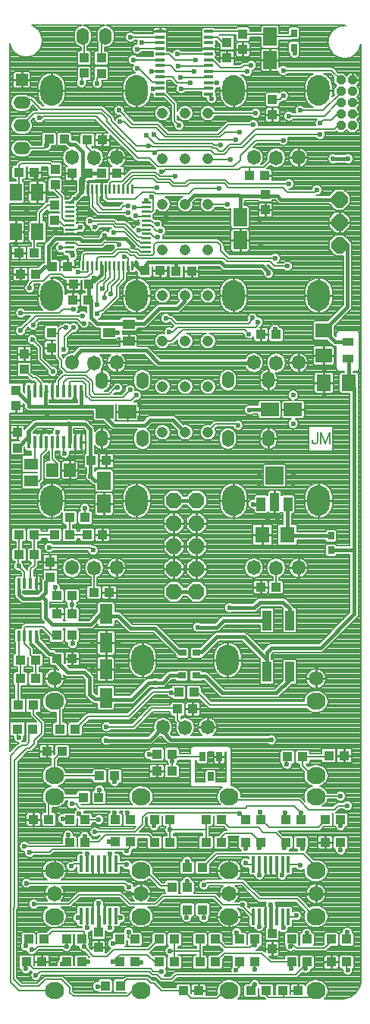
<source format=gtl>
G04 DipTrace 3.2.0.1*
G04 beehive.GTL*
%MOIN*%
G04 #@! TF.FileFunction,Copper,L1,Top*
G04 #@! TF.Part,Single*
%AMOUTLINE0*
4,1,4,
-0.035433,0.031496,
0.035433,0.031496,
0.035433,-0.031496,
-0.035433,-0.031496,
-0.035433,0.031496,
0*%
%AMOUTLINE3*
4,1,4,
0.031496,0.035433,
0.031496,-0.035433,
-0.031496,-0.035433,
-0.031496,0.035433,
0.031496,0.035433,
0*%
%AMOUTLINE6*
4,1,4,
-0.029528,0.03937,
-0.029528,-0.03937,
0.029528,-0.03937,
0.029528,0.03937,
-0.029528,0.03937,
0*%
%AMOUTLINE9*
4,1,4,
-0.027559,0.043307,
-0.027559,-0.043307,
0.027559,-0.043307,
0.027559,0.043307,
-0.027559,0.043307,
0*%
%AMOUTLINE12*
4,1,4,
0.019685,-0.021654,
-0.019685,-0.021654,
-0.019685,0.021654,
0.019685,0.021654,
0.019685,-0.021654,
0*%
%AMOUTLINE15*
4,1,4,
0.021654,0.019685,
0.021654,-0.019685,
-0.021654,-0.019685,
-0.021654,0.019685,
0.021654,0.019685,
0*%
%AMOUTLINE18*
4,1,4,
-0.03937,-0.029528,
0.03937,-0.029528,
0.03937,0.029528,
-0.03937,0.029528,
-0.03937,-0.029528,
0*%
%AMOUTLINE21*
4,1,4,
-0.021654,-0.019685,
-0.021654,0.019685,
0.021654,0.019685,
0.021654,-0.019685,
-0.021654,-0.019685,
0*%
%AMOUTLINE24*
4,1,4,
-0.019685,0.021654,
0.019685,0.021654,
0.019685,-0.021654,
-0.019685,-0.021654,
-0.019685,0.021654,
0*%
%AMOUTLINE27*
4,1,4,
0.025591,0.029528,
0.025591,-0.029528,
-0.025591,-0.029528,
-0.025591,0.029528,
0.025591,0.029528,
0*%
%AMOUTLINE30*
4,1,4,
-0.027559,0.019685,
-0.027559,-0.019685,
0.027559,-0.019685,
0.027559,0.019685,
-0.027559,0.019685,
0*%
%AMOUTLINE33*
4,1,8,
-0.035108,0.014542,
-0.014542,0.035108,
0.014542,0.035108,
0.035108,0.014542,
0.035108,-0.014542,
0.014542,-0.035108,
-0.014542,-0.035108,
-0.035108,-0.014542,
-0.035108,0.014542,
0*%
%AMOUTLINE36*
4,1,4,
0.019685,-0.006496,
0.019685,0.006496,
-0.019685,0.006496,
-0.019685,-0.006496,
0.019685,-0.006496,
0*%
%AMOUTLINE39*
4,1,4,
0.019685,0.029528,
-0.019685,0.029528,
-0.019685,-0.029528,
0.019685,-0.029528,
0.019685,0.029528,
0*%
%AMOUTLINE42*
4,1,4,
0.019685,0.03937,
-0.019685,0.03937,
-0.019685,-0.03937,
0.019685,-0.03937,
0.019685,0.03937,
0*%
%AMOUTLINE45*
4,1,4,
-0.03937,0.03937,
-0.03937,-0.03937,
0.03937,-0.03937,
0.03937,0.03937,
-0.03937,0.03937,
0*%
%AMOUTLINE48*
4,1,4,
0.019685,-0.005,
0.019685,0.005,
-0.019685,0.005,
-0.019685,-0.005,
0.019685,-0.005,
0*%
%AMOUTLINE51*
4,1,4,
0.005,-0.019685,
0.005,0.019685,
-0.005,0.019685,
-0.005,-0.019685,
0.005,-0.019685,
0*%
%AMOUTLINE54*
4,1,4,
-0.007,0.028,
-0.007,-0.028,
0.007,-0.028,
0.007,0.028,
-0.007,0.028,
0*%
%AMOUTLINE57*
4,1,4,
-0.007874,0.035433,
0.007874,0.035433,
0.007874,-0.035433,
-0.007874,-0.035433,
-0.007874,0.035433,
0*%
%AMOUTLINE60*
4,1,4,
0.00689,0.023622,
-0.00689,0.023622,
-0.00689,-0.023622,
0.00689,-0.023622,
0.00689,0.023622,
0*%
%AMOUTLINE63*
4,1,4,
-0.01378,-0.019685,
0.01378,-0.019685,
0.01378,0.019685,
-0.01378,0.019685,
-0.01378,-0.019685,
0*%
%AMOUTLINE66*
4,1,16,
-0.005,0.0375,
-0.02127,0.033786,
-0.034319,0.023381,
-0.04156,0.008345,
-0.04156,-0.008345,
-0.034319,-0.023381,
-0.02127,-0.033786,
-0.005,-0.0375,
0.005,-0.0375,
0.02127,-0.033786,
0.034319,-0.023381,
0.04156,-0.008345,
0.04156,0.008345,
0.034319,0.023381,
0.02127,0.033786,
0.005,0.0375,
-0.005,0.0375,
0*%
%AMOUTLINE69*
4,1,8,
0.008419,0.020325,
0.020325,0.008419,
0.020325,-0.008419,
0.008419,-0.020325,
-0.008419,-0.020325,
-0.020325,-0.008419,
-0.020325,0.008419,
-0.008419,0.020325,
0.008419,0.020325,
0*%
%AMOUTLINE70*
4,1,4,
0.026163,-0.026163,
-0.026121,-0.026205,
-0.026205,0.026121,
0.026163,0.026163,
0.026163,-0.026163,
0*%
%AMOUTLINE73*
4,1,8,
-0.014159,-0.034184,
-0.034184,-0.014159,
-0.034184,0.014159,
-0.014159,0.034184,
0.014159,0.034184,
0.034184,0.014159,
0.034184,-0.014159,
0.014159,-0.034184,
-0.014159,-0.034184,
0*%
%AMOUTLINE76*
4,1,4,
-0.024606,0.017717,
-0.024606,-0.017717,
0.024606,-0.017717,
0.024606,0.017717,
-0.024606,0.017717,
0*%
%AMOUTLINE79*
4,1,4,
0.016732,0.01378,
-0.016732,0.01378,
-0.016732,-0.01378,
0.016732,-0.01378,
0.016732,0.01378,
0*%
%AMOUTLINE82*
4,1,4,
0.01378,-0.016732,
0.01378,0.016732,
-0.01378,0.016732,
-0.01378,-0.016732,
0.01378,-0.016732,
0*%
%AMOUTLINE85*
4,1,4,
-0.027559,0.037402,
-0.027559,-0.037402,
0.027559,-0.037402,
0.027559,0.037402,
-0.027559,0.037402,
0*%
%AMOUTLINE88*
4,1,16,
0.05,0.0175,
0.045049,0.039194,
0.031175,0.056592,
0.011126,0.066247,
-0.011126,0.066247,
-0.031175,0.056592,
-0.045049,0.039194,
-0.05,0.0175,
-0.05,-0.0175,
-0.045049,-0.039194,
-0.031175,-0.056592,
-0.011126,-0.066247,
0.011126,-0.066247,
0.031175,-0.056592,
0.045049,-0.039194,
0.05,-0.0175,
0.05,0.0175,
0*%
G04 #@! TA.AperFunction,Conductor*
%ADD13C,0.015*%
%ADD14C,0.01*%
G04 #@! TA.AperFunction,CopperBalancing*
%ADD15C,0.008*%
G04 #@! TA.AperFunction,Conductor*
%ADD16C,0.006*%
%ADD17C,0.012*%
%ADD18C,0.007*%
%ADD19C,0.017*%
%ADD20C,0.016*%
%ADD21C,0.01378*%
G04 #@! TA.AperFunction,CopperBalancing*
%ADD22C,0.009*%
%ADD23C,0.011*%
%ADD32R,0.043307X0.03937*%
%ADD33R,0.062992X0.070866*%
%ADD34R,0.03937X0.043307*%
%ADD35R,0.059055X0.051181*%
%ADD36R,0.03937X0.086614*%
G04 #@! TA.AperFunction,ComponentPad*
%ADD41C,0.065*%
%ADD42O,0.054X0.074*%
%ADD43O,0.074X0.054*%
%ADD45C,0.047559*%
%ADD46O,0.06X0.065*%
G04 #@! TA.AperFunction,ViaPad*
%ADD47C,0.023622*%
%ADD81C,0.00772*%
%ADD82OUTLINE0*%
%ADD85OUTLINE3*%
%ADD88OUTLINE6*%
%ADD91OUTLINE9*%
%ADD94OUTLINE12*%
%ADD97OUTLINE15*%
%ADD100OUTLINE18*%
%ADD103OUTLINE21*%
%ADD106OUTLINE24*%
%ADD109OUTLINE27*%
%ADD112OUTLINE30*%
G04 #@! TA.AperFunction,ComponentPad*
%ADD115OUTLINE33*%
%ADD118OUTLINE36*%
%ADD121OUTLINE39*%
%ADD124OUTLINE42*%
%ADD127OUTLINE45*%
%ADD130OUTLINE48*%
%ADD133OUTLINE51*%
%ADD136OUTLINE54*%
%ADD139OUTLINE57*%
%ADD142OUTLINE60*%
%ADD145OUTLINE63*%
G04 #@! TA.AperFunction,ComponentPad*
%ADD148OUTLINE66*%
%ADD151OUTLINE69*%
%ADD152OUTLINE70*%
%ADD155OUTLINE73*%
%ADD158OUTLINE76*%
%ADD161OUTLINE79*%
%ADD164OUTLINE82*%
%ADD167OUTLINE85*%
G04 #@! TA.AperFunction,ComponentPad*
%ADD170OUTLINE88*%
%FSLAX26Y26*%
G04*
G70*
G90*
G75*
G01*
G04 Top*
%LPD*%
X810622Y3624571D2*
D13*
Y3587982D1*
X780097Y3557457D1*
Y3570530D1*
X755651Y3546084D1*
X756695Y3545041D1*
Y3475161D1*
X752074D1*
X491578Y3074163D2*
Y3021915D1*
Y3006285D1*
X564689D1*
Y3070274D1*
X568578Y3074163D1*
X564689Y3006285D2*
X723507D1*
X803206D1*
X824233Y2985259D1*
X722759Y3074163D2*
X723507Y3006285D1*
X491578Y3021915D2*
X436457Y3077036D1*
X1857273Y3914999D2*
X1599845D1*
X1583685Y3931159D1*
X1527394D1*
X1532219Y3935984D1*
Y3928976D1*
X1422181D1*
X1416725Y3934433D1*
X1219599D1*
X1179078Y3893912D1*
X1420264Y3838144D2*
X1422181Y3928976D1*
X1179078Y3493912D2*
X1176815D1*
Y3468217D1*
X1146032Y3437433D1*
X1065331D1*
X998650Y3370752D1*
X932372D1*
X930213Y3368593D1*
X932372Y3370752D2*
X791284D1*
X765212Y3396824D1*
Y3475161D1*
X752074D1*
X724141Y4003669D2*
X728852D1*
Y4123219D1*
X694810Y4157261D1*
X670651D1*
X647827Y4180085D1*
X811240Y4030421D2*
X751213D1*
X750344Y4029553D1*
X724141Y4003669D2*
X750344Y4029553D1*
X824233Y2985259D2*
Y2965249D1*
X864597Y2924885D1*
X1001844D1*
X1025424Y2948465D1*
X1124525D1*
X1179078Y2893912D1*
X731882Y3959217D2*
D14*
Y3995928D1*
D13*
X724141Y4003669D1*
X672827Y3900161D2*
D14*
X692050Y3919385D1*
D13*
X696957D1*
X719881Y3942308D1*
Y3999410D1*
X724141Y4003669D1*
X1895208Y4093912D2*
X1829078D1*
X1660327Y4556412D2*
Y4579415D1*
X1657727Y4582015D1*
X521897Y3586652D2*
X528744D1*
X561695Y3619602D1*
X597138D1*
X595613Y3621127D1*
X672827Y3742681D2*
X609096D1*
X577158Y3710743D1*
Y3614302D1*
X588788D1*
X595613Y3621127D1*
X1001974Y3603013D2*
X986475D1*
X964918Y3624571D1*
D15*
X948418D1*
X1140121Y3600579D2*
D13*
Y3638789D1*
X1015994D1*
X1005538Y3628333D1*
Y3603013D1*
X1001974D1*
X822827Y2681412D2*
X783222D1*
X763502Y2701133D1*
Y2765836D1*
X766578Y2768912D1*
X761516D1*
Y2906726D1*
X738226Y2930016D1*
X670759D1*
X669113D1*
X521445D1*
X491500Y2900071D1*
Y2850240D1*
X491578Y2850163D1*
X670759D2*
Y2930016D1*
X1555849Y767988D2*
Y701828D1*
X1562523Y695155D1*
X491500Y2900071D2*
X488782Y2897353D1*
Y2872484D1*
X441667Y2825369D1*
X798578Y771717D2*
Y699266D1*
X798733Y699112D1*
X826017Y3756467D2*
Y3752315D1*
X806435Y3732732D1*
X725643D1*
X715695Y3742681D1*
X672827D1*
X1515449Y2565910D2*
D16*
Y2576285D1*
X1513269Y2578465D1*
X681078Y3198912D2*
D13*
Y3211752D1*
X722234Y3252908D1*
X1007830D1*
X1063020Y3197718D1*
X1482272D1*
X1481078Y3198912D1*
X1513269Y2578465D2*
X1478551D1*
X1550771Y2993272D2*
X1463792D1*
X1462176Y2991656D1*
X1555849Y767988D2*
Y820463D1*
X1081078Y1598912D2*
Y1578803D1*
X1114596Y1545285D1*
X1556335D1*
X1558050Y1543570D1*
X798578Y771717D2*
D17*
Y825520D1*
X832090Y1541950D2*
D13*
X1024116D1*
X1081078Y1598912D1*
X1140121Y3638789D2*
X1336675D1*
X1352721Y3622743D1*
X1518807D1*
X1545622Y3595928D1*
Y3591299D1*
X826017Y3752315D2*
X834420Y3743912D1*
X918483D1*
X952705Y3709690D1*
X949317Y3706302D1*
X966303Y3635095D2*
D15*
X955780Y3624571D1*
X948418D1*
D14*
X962622Y3638776D1*
D13*
X966303Y3635095D1*
X672827Y3742681D2*
D14*
D3*
X1007473Y3683626D2*
D18*
X983748D1*
X970708Y3696667D1*
X958952D1*
X949317Y3706302D1*
X656986Y668912D2*
D15*
Y638080D1*
X707544Y763100D2*
X713189D1*
X721806Y771717D1*
X909048Y3624571D2*
D16*
Y3567206D1*
X877172Y3535331D1*
Y3489995D1*
X813866Y3426689D1*
X805697D1*
X791294Y3412286D1*
X504576Y623421D2*
X517138D1*
X531797Y638080D1*
X656986D1*
X638453Y560970D2*
X649044D1*
X656986Y568912D1*
X1479078Y996335D2*
D15*
X1453467D1*
X1444692Y1005110D1*
Y1068369D2*
X1447389D1*
Y1095688D1*
X1445613Y1093912D1*
X889362Y3624571D2*
D16*
Y3568467D1*
X854868Y3533973D1*
Y3501932D1*
X852664Y3499728D1*
X782557Y1139398D2*
X958135D1*
X991788Y1173050D1*
Y1205239D1*
X1011541Y1224992D1*
X1414533D1*
X1445613Y1193912D1*
X1417033Y1221749D2*
X1417776D1*
X1445613Y1193912D1*
X1007473Y3742681D2*
X990528D1*
X984259Y3748950D1*
X973399D1*
X913866Y3808483D1*
X876376D1*
X865746Y3819113D1*
X760256D1*
X687689Y3433553D2*
X642143D1*
X625944Y3417353D1*
X456198D1*
X472613Y1077252D2*
X653953D1*
X670613Y1093912D1*
X721806Y1000063D2*
X689701D1*
X678750Y989112D1*
X665099Y1125967D2*
Y1099427D1*
X670613Y1093912D1*
X640246Y1197774D2*
X666751D1*
X670613Y1193912D1*
X849992Y3624571D2*
Y3572329D1*
X823422Y3545759D1*
Y3531625D1*
X816191Y3524394D1*
X522743Y510559D2*
X524485D1*
X540214Y526289D1*
X1021995D1*
X1034992Y513291D1*
X1053904D1*
X1073869Y493327D1*
X1118168D1*
X1138133Y513291D1*
X1664982D1*
X1712143Y560453D1*
Y541626D1*
Y566957D1*
X1714099Y568912D1*
X1632621Y767996D2*
X1663181D1*
X1667663Y772478D1*
X1714007Y695528D2*
Y669004D1*
X1714099Y668912D1*
X1709908Y541626D2*
X1712143D1*
X1007473Y3722996D2*
X984151D1*
X973559Y3733588D1*
X970080D1*
X908811Y3794857D1*
X871933D1*
X860761Y3806029D1*
X799550D1*
X788378Y3794857D1*
X781692D1*
X729806Y3404811D2*
X521222D1*
X455578Y3339167D1*
X495146Y1050093D2*
X582600D1*
X596802Y1064295D1*
X926744D1*
X918381Y1055932D1*
X922771D1*
X935939Y1069100D1*
Y1093374D1*
X938075Y1095511D1*
X875349Y1000063D2*
X918344D1*
X922771Y995637D1*
X925937Y1222928D2*
Y1205517D1*
X937542Y1193912D1*
X869677Y3624571D2*
X868002Y3622895D1*
Y3568723D1*
X838469Y3539190D1*
Y3516079D1*
X824532Y3502142D1*
Y3492747D1*
X826586Y3494801D1*
Y3483713D1*
X680735Y1262927D2*
X698370D1*
X716281Y1245016D1*
X1444083D1*
X1452217Y1253150D1*
X1659502D1*
X1687387Y1225264D1*
Y1194067D1*
X1687542Y1193912D1*
X1694061Y1067370D2*
Y1087394D1*
X1687542Y1093912D1*
X1632621Y996335D2*
X1682835D1*
X1685525Y993644D1*
X830307Y3624571D2*
Y3601297D1*
X829383Y3602221D1*
Y3571151D1*
X816471Y3558239D1*
X807826D1*
X793344Y3543757D1*
Y3453318D1*
X513554Y823203D2*
X669803D1*
X711101Y864501D1*
X893895D1*
X935079Y823318D1*
X1049702D1*
X1083418Y857033D1*
X1307643D1*
X1345593Y819083D1*
X1433235D1*
Y813831D1*
X1479078Y767988D1*
X1419057Y568912D2*
Y551690D1*
X1402282Y534916D1*
X1405580Y697610D2*
Y682389D1*
X1419057Y668912D1*
X957495Y568912D2*
X982044D1*
X984431Y566525D1*
X930280Y701814D2*
Y697180D1*
X929309Y677146D1*
X957495Y668912D1*
X875349Y771724D2*
X884445D1*
X893940Y762230D1*
X930754Y898589D2*
X914135Y915207D1*
X482664D1*
X510357Y3363168D2*
X506427D1*
X534511Y3391252D1*
X706209D1*
X725520Y3371941D1*
X734705D1*
X864717Y3770415D2*
X859948Y3775184D1*
X911441D1*
X971343Y3715282D1*
X972939D1*
X984910Y3703311D1*
X1007473D1*
X1112542Y1193912D2*
D15*
Y1151146D1*
Y1150001D1*
Y1093912D1*
X1270613Y1193912D2*
Y1150001D1*
Y1093912D1*
X1121007Y1481820D2*
Y1457429D1*
Y1406820D1*
X1254275Y1468912D2*
X1133915D1*
X1121007Y1481820D1*
X1112542Y1150001D2*
X1270613D1*
X1132495Y568912D2*
Y615459D1*
X1112542D1*
Y617496D1*
X1132495D1*
Y668912D1*
Y615459D2*
X1244097D1*
Y568953D1*
X1244057Y568912D1*
Y668912D2*
X1244097Y615459D1*
X1123528Y1450591D2*
X1121007D1*
Y1457429D1*
X670759Y3074163D2*
D16*
Y3113658D1*
X675020Y3117919D1*
X729985D1*
X742826Y3105078D1*
Y3053557D1*
X763683Y3032700D1*
X941482D1*
X964637Y3055854D1*
X1059692Y3749494D2*
X1041848D1*
X1028975Y3762366D1*
X1007473D1*
X645759Y3074163D2*
Y3114845D1*
X661258Y3130344D1*
X736785D1*
X757012Y3110117D1*
Y3059717D1*
X770079Y3046650D1*
X904494D1*
X936961Y3079117D1*
X1071889Y3778179D2*
X1053351D1*
X1031458Y3800071D1*
X1005807D1*
X1007473Y3801736D1*
Y3821421D2*
X1032260D1*
X1047840Y3805841D1*
X1056914D1*
X882275Y3088871D2*
X872046D1*
X844198Y3061024D1*
X782025D1*
X770826Y3072223D1*
Y3115904D1*
X743488Y3143242D1*
X646597D1*
X622208Y3118852D1*
Y3076793D1*
X619578Y3074163D1*
X1075042Y527273D2*
X1039748D1*
X1027618Y539403D1*
X511495D1*
X481986Y568912D1*
Y543592D1*
X478482Y540088D1*
X476904Y639137D2*
X475538D1*
Y653370D1*
X491080Y668912D1*
X771252Y3624571D2*
X770635Y3623954D1*
Y3594159D1*
X752330Y3575853D1*
X745506D1*
X743953Y3574301D1*
X649634D1*
X635321Y3588614D1*
X585141D1*
X553612Y3557085D1*
X508735D1*
X495809Y3544159D1*
Y3526722D1*
X507069Y3300543D2*
X541639Y3265971D1*
Y3215878D1*
X597168Y3160349D1*
X833387Y1601732D2*
X951423D1*
X1032200Y1682509D1*
X1142364D1*
X1145659Y1679214D1*
X1179078Y1598637D2*
Y1599137D1*
X1146251Y1631963D1*
Y1678622D1*
X1145659Y1679214D1*
X672827Y3722996D2*
X673397Y3723566D1*
X698754D1*
X707460Y3714860D1*
X813859D1*
X826101Y3727102D1*
X877991D1*
X887050Y3718043D1*
X1075680Y4037949D2*
X1084252D1*
X1092502Y4046198D1*
X1415352D1*
X1424611Y4055457D1*
X1461061D1*
X1523819D1*
X1579078Y4110715D1*
Y4098637D1*
X1461061Y4019675D2*
Y4055457D1*
X1862542Y1093912D2*
Y1060444D1*
Y1167062D2*
X1863740D1*
Y1195110D1*
X1862542Y1193912D1*
Y1296955D2*
X1756621D1*
X1754078Y1294412D1*
X1536318Y443379D2*
Y423861D1*
X1546488Y413690D1*
X1724356D1*
X1754078Y443412D1*
Y413690D1*
X1614660D1*
X1611465Y416886D1*
Y443912D1*
X1609142D1*
X670584Y2728096D2*
X696759D1*
Y2850163D1*
X670584Y2728096D2*
Y2650352D1*
X648517D1*
X592078Y2593912D1*
X928733Y3624571D2*
Y3658810D1*
X925716Y3661827D1*
X912932D1*
X911061Y3663698D1*
X733113Y1291697D2*
X606793D1*
X604078Y1294412D1*
X579834Y1195243D2*
Y1270168D1*
X604078Y1294412D1*
X779078Y4098637D2*
X796452D1*
X746485Y4148604D1*
Y4174277D1*
X749029Y4176822D1*
X672827Y3683626D2*
Y3680703D1*
X684143Y3669387D1*
X928733Y3959217D2*
Y3981848D1*
X953397Y4006512D1*
X1038663D1*
X1056401Y3988774D1*
X1107322D1*
X1123555Y3972541D1*
X1184885D1*
X1198838Y3986494D1*
X1351027D1*
X1369090Y3968431D1*
X1607695D1*
X1629830Y3946295D1*
X1748092D1*
X1758779Y3956982D1*
X1685327Y4306412D2*
X1785327D1*
X1863949Y4385034D1*
Y4388955D1*
X909048Y3959217D2*
Y3979378D1*
X948596Y4018927D1*
X1045429D1*
X1060862Y4003494D1*
X1110823D1*
X1128246Y3986071D1*
X1178946D1*
X1191957Y3999081D1*
X1356667D1*
X1371020Y3984728D1*
X1635327D1*
Y4281412D2*
X1791578D1*
X1849121Y4338955D1*
X1863949D1*
X1068045Y4602417D2*
X988443D1*
X961305Y3843861D2*
X970118D1*
X967364Y3841106D1*
X1007473D1*
Y3880476D2*
X956587D1*
X938326Y4628016D2*
X1067446D1*
X1068045Y4627417D1*
Y4577417D2*
X970519D1*
X968206Y4575105D1*
X1007691Y3909967D2*
Y3900379D1*
X1007473Y3900161D1*
X1889099Y568912D2*
Y539122D1*
X1893740Y534480D1*
X1892092Y699924D2*
Y671906D1*
X1889099Y668912D1*
X1892092Y1254929D2*
X1851743D1*
X1834916Y1238102D1*
X1721521D1*
X1680553Y1279071D1*
X1388168D1*
X1372827Y1294412D1*
X751567Y3624571D2*
Y3599679D1*
X747335Y3595446D1*
X707746D1*
X688437Y3352829D2*
X648188Y3312580D1*
Y3257671D1*
X645952Y3255434D1*
X581183Y2388452D2*
X762016D1*
X774658Y2375810D1*
X779078Y2298637D2*
Y2190412D1*
X778779Y2190113D1*
X803088Y1385448D2*
X605792D1*
X604078Y1387161D1*
Y1461179D1*
X637269Y1494370D1*
X672827Y3703311D2*
X631201D1*
X655890Y3352581D2*
X636013D1*
X622330Y3338898D1*
Y3327757D1*
X623322Y3328749D1*
Y3223155D1*
X634566Y3211911D1*
Y3180979D1*
X659075Y3156470D1*
X743658D1*
X779078Y3191890D1*
Y3198637D1*
X591100Y3331444D2*
Y3327757D1*
X622330D1*
X1894130Y3290492D2*
D19*
X1837819D1*
X1787507Y3340805D1*
X1789263D1*
X1893453Y3444995D1*
Y3716131D1*
X1856141D1*
X1857273Y3714999D1*
X1068045Y4377417D2*
D16*
X1087823D1*
X1131425Y4333815D1*
Y4261578D1*
X1152851Y4240152D1*
X1754078Y768412D2*
X1748771D1*
X1671735Y845448D1*
X1506342D1*
X1433389Y918400D1*
X1271994D1*
X1261000Y907407D1*
Y763500D2*
Y793394D1*
X1255844Y798550D1*
X1504668Y767988D2*
Y724503D1*
X1504044Y725127D1*
X1485296Y643886D2*
Y669602D1*
X1485986Y668912D1*
X1485279Y537647D2*
Y568205D1*
X1485986Y568912D1*
X1485279Y469613D2*
X1474057D1*
Y438711D1*
X1469389Y443379D1*
X1310986Y668912D2*
X1318147D1*
X1354192Y632868D1*
X1465769D1*
X1476763Y643861D1*
Y659689D1*
X1485986Y668912D1*
X1279078Y2893912D2*
Y2897557D1*
X1312404Y2930883D1*
X1404520D1*
X1410946Y2924457D1*
X1336377Y4154516D2*
X1304933D1*
X1298612Y4160837D1*
X1045050D1*
X1010114Y4195773D1*
X1038923Y4401361D2*
X1066988D1*
X1068045Y4402417D1*
X517578Y2850163D2*
Y2769769D1*
X503032Y2755223D1*
X672827Y3821421D2*
X651569D1*
X639180Y3833810D1*
Y3926251D1*
X607527Y3957904D1*
Y3979497D1*
X672827Y3801736D2*
X646254D1*
X623176Y3824814D1*
X606112D1*
X1109641Y3334028D2*
X1124317D1*
X1145239Y3354950D1*
X1487377D1*
X1508439Y3376012D1*
X1500092D1*
X1479078Y4243912D2*
X1367910D1*
X1325794Y4201797D1*
X1101767D1*
X1058628Y4244936D1*
X949395D1*
X888324Y4306007D1*
X969608Y4491659D2*
X974021D1*
X1035953Y4429727D1*
X1065735D1*
X1068045Y4427417D1*
X1203020Y4428639D2*
X1144758D1*
X1121122Y4452274D1*
X1068188D1*
X1068045Y4452417D1*
X1079078Y3293912D2*
X1120036D1*
X1168685Y3342562D1*
X1442261D1*
X1459464Y3325360D1*
X1401401Y4178654D2*
X1366066D1*
X1368066Y4176654D1*
X1066214D1*
X1042269Y4200599D1*
X1032983Y4476686D2*
X1068776D1*
X1068045Y4477417D1*
X1295202Y4358273D2*
Y4364827D1*
X1282612Y4377417D1*
X1217160Y4477583D2*
X1138663D1*
X1113750Y4502496D1*
X1068124D1*
X1068045Y4502417D1*
X1160637Y4401785D2*
X1281979D1*
X1282612Y4402417D1*
X1094776Y3393913D2*
X1114844D1*
X1121667Y3387091D1*
Y3387841D1*
X1139351Y3370158D1*
X1457175D1*
X1476023Y3389005D1*
Y3394528D1*
X1474960Y3395591D1*
X1418369Y4211866D2*
X1354279D1*
X1331911Y4189499D1*
X1093377D1*
X1053406Y4229470D1*
X938511D1*
X911962Y4256018D1*
X892147D1*
X950634Y4528347D2*
X1067116D1*
X1068045Y4527417D1*
X568578Y2850163D2*
Y2817194D1*
X544023Y2792639D1*
Y2686509D1*
X536176Y2678663D1*
X504789D1*
X503032Y2680420D1*
X1279078Y3893912D2*
X1364168D1*
X1319550Y4427536D2*
X1282730D1*
X1282612Y4427417D1*
X1159130Y4452034D2*
X1282229D1*
X1282612Y4452417D1*
X1279078Y4093912D2*
Y4091470D1*
X1379975D1*
X1451899Y4476085D2*
X1283944D1*
X1282612Y4477417D1*
X1147914Y4501521D2*
X1281716D1*
X1282612Y4502417D1*
X1279078Y4293912D2*
X1488914D1*
X1469960Y4504332D2*
X1437500D1*
X1425508Y4492340D1*
X1336645D1*
X1301567Y4527417D1*
X1282612D1*
X1225380Y4527752D2*
X1134116D1*
X1109339Y4552529D1*
X1068156D1*
X1068045Y4552417D1*
X1144286Y4552913D2*
X1282116D1*
X1282612Y4552417D1*
X985327Y969412D2*
X1004357D1*
X1070943Y902827D1*
X1116263D1*
X1120521Y898568D1*
X1217453Y1752570D2*
D15*
Y1767634D1*
X1287809Y1697278D1*
X1768961D1*
X1754078Y1712161D1*
X629121Y1591329D2*
X626933D1*
Y1689306D1*
X604078Y1712161D1*
X1282612Y4652417D2*
D16*
X1444676D1*
X1433024Y4640765D1*
X1540911D1*
X1552571Y4629105D1*
X1641826D1*
X1657727Y4645007D1*
X1795613Y1193912D2*
Y1188840D1*
X1765810Y1159037D1*
X1547418D1*
X1512542Y1193912D1*
X1337542Y1093912D2*
Y1116769D1*
X1355100Y1134327D1*
X1472128D1*
X1512542Y1093912D1*
Y1193912D2*
Y1223605D1*
X1509380Y1226768D1*
X1504044Y1068841D2*
Y1085413D1*
X1512542Y1093912D1*
X1504668Y996335D2*
Y952259D1*
X1505532Y951395D1*
X607527Y4046427D2*
X595053D1*
Y4061688D1*
X583839Y4072902D1*
X457150D1*
X447663Y4063415D1*
Y4037358D1*
X449649Y4035373D1*
Y3961962D1*
X434590Y3946903D1*
X890566Y568912D2*
X860361D1*
Y650135D2*
X909343D1*
X890566Y668912D1*
X849759Y771717D2*
Y716982D1*
X847862Y718878D1*
X793633Y461509D2*
X824487D1*
X827534Y464557D1*
X1065566Y568912D2*
X1045569D1*
X1012536Y601945D1*
X893394D1*
X860361Y568912D1*
X1696007Y1468912D2*
X1804079D1*
X1810328Y1475161D1*
X1754078Y1387161D2*
X1738701D1*
X1696097Y1429765D1*
Y1468822D1*
X1696007Y1468912D1*
X849759Y1000063D2*
Y1043243D1*
X845974Y1098664D2*
X867991D1*
X871146Y1095511D1*
X870613Y1193912D2*
Y1222315D1*
X869625Y1223303D1*
X1042317Y1166239D2*
Y1190616D1*
X1045613Y1193912D1*
X867975Y1361161D2*
Y1383406D1*
X870017Y1385448D1*
X810327Y4535644D2*
Y4612661D1*
X829078Y4631412D1*
X723915Y568912D2*
X751357D1*
X735374Y637637D2*
Y680371D1*
X723915Y668912D1*
X747873Y718878D2*
Y772193D1*
X747397Y771717D1*
X1065566Y668912D2*
X1063604D1*
X1017987Y623295D1*
X864496D1*
X835092Y593891D1*
X775842D1*
X743578Y626155D1*
Y629433D1*
X735374Y637637D1*
Y680371D2*
Y704904D1*
X594002D1*
X558009Y668912D1*
X606112Y3891743D2*
X574675D1*
X539351Y3856419D1*
Y3783948D1*
X529078Y3773675D1*
X514758Y3679924D2*
Y3759354D1*
X529078Y3773675D1*
X1754078Y969412D2*
Y987581D1*
X1697815Y1043844D1*
X1315276D1*
X1255630Y984198D1*
X1310986Y568912D2*
X1312222D1*
X1350344Y607034D1*
X1516317D1*
X1554439Y568912D1*
X1647170D1*
X1644461D1*
Y540908D1*
X1641529Y637637D2*
Y674553D1*
X1647170Y668912D1*
X1610282Y718878D2*
Y764736D1*
X1607030Y767988D1*
X1822170Y668912D2*
Y659684D1*
X1792605Y630120D1*
X1667836D1*
X1652996Y644959D1*
Y663085D1*
X1647170Y668912D1*
X1620613Y1093912D2*
Y1072923D1*
X1616532Y1068841D1*
X1618759Y1225118D2*
Y1195766D1*
X1620613Y1193912D1*
X1604360Y949983D2*
Y999005D1*
X1607030Y996335D1*
X1337542Y1193912D2*
X1337794D1*
X1372474Y1159232D1*
X1500832D1*
X1522780Y1137285D1*
X1577240D1*
X1620613Y1093912D1*
X1626143Y1437033D2*
Y1465978D1*
X1629078Y1468912D1*
X1899538Y3110973D2*
D19*
Y3210281D1*
X1894130Y3215689D1*
X1537933Y1843179D2*
Y1896042D1*
X1437030Y1996945D1*
X1319297D1*
X1251135Y1928784D1*
X1232382D1*
X1230171Y1926572D1*
X1537933Y1843179D2*
Y1926276D1*
X1559733Y1948075D1*
X1775361D1*
X1923271Y2095984D1*
Y2376224D1*
Y3087240D1*
X1899538Y3110973D1*
X1820469Y2376224D2*
X1923271D1*
X747397Y1000063D2*
D16*
Y1042824D1*
X737855Y1121189D2*
Y1094224D1*
X737542Y1093912D1*
X713452Y1220675D2*
Y1218003D1*
X737542Y1193912D1*
X1045613Y1093912D2*
Y1098747D1*
X1018666Y1125694D1*
X827579D1*
X798297Y1096412D1*
X740042D1*
X737542Y1093912D1*
Y1193912D2*
X799924D1*
X802313Y1324986D2*
Y1293967D1*
X800042Y1291697D1*
X1820469Y2439217D2*
D20*
X1633536D1*
X1628603Y2444150D1*
Y2575766D1*
X1631301Y2578465D1*
X619578Y2850163D2*
D16*
Y2894152D1*
X618427Y2895303D1*
X607823Y2213116D2*
Y2183916D1*
X614362Y2177377D1*
X681292D2*
D15*
Y2137710D1*
Y2096127D1*
X683995Y1965512D2*
Y1999673D1*
X681292Y2002377D1*
X747828Y2443912D2*
X671007D1*
Y2517091D1*
X672828Y2518912D1*
X594578Y2850163D2*
D16*
Y2778011D1*
X615877Y2756711D1*
Y2748192D1*
X595781Y2728096D1*
X735327Y4535841D2*
Y4625163D1*
X729078Y4631412D1*
X543578Y3074163D2*
Y3110147D1*
X520796Y3132929D1*
X507796D1*
X471813Y3168912D1*
X645759Y2850163D2*
Y2805320D1*
X649506Y2801574D1*
X738548Y2559730D2*
Y2520122D1*
X739758Y2518912D1*
X1537933Y2067982D2*
D19*
X1347843D1*
X1318411Y2038550D1*
X1234317D1*
X1229078Y2193912D2*
X1129078D1*
X499009Y2230476D2*
D15*
Y2292848D1*
X518040Y2311878D1*
Y2354950D1*
X516578Y2356412D1*
Y2442092D1*
X514758Y2443912D1*
X604078D2*
X514758D1*
X473419Y2230476D2*
D16*
Y2280639D1*
X446268Y2307790D1*
Y2353032D1*
X449649Y2356412D1*
Y2442092D1*
X447828Y2443912D1*
X442929Y1591163D2*
Y1559099D1*
X447435Y1554593D1*
Y2306412D2*
X446268D1*
Y2307790D1*
X614362Y2002377D2*
D15*
Y1994760D1*
X603192D1*
X555990Y2041962D1*
X478788D1*
X472349Y2035524D1*
Y2001231D1*
X473419Y2000161D1*
X522827Y1812661D2*
Y1892092D1*
X521007Y1893912D1*
X473419Y2000161D2*
Y1966622D1*
X498121Y1941920D1*
Y1916798D1*
X521007Y1893912D1*
X447828Y2000161D2*
Y1900161D1*
X454078Y1893912D1*
X455898Y1812661D2*
Y1892092D1*
X454078Y1893912D1*
X444342Y1695703D2*
Y1801105D1*
X455898Y1812661D1*
X1637933Y2067982D2*
D19*
Y2119142D1*
X1608760Y2148315D1*
X1507243D1*
X1482898Y2123970D1*
X1374735D1*
X1129078Y2593912D2*
X1229078D1*
X985327Y443412D2*
D16*
X949777D1*
X925229Y418864D1*
X687444D1*
X672448Y433860D1*
Y458495D1*
X636704Y494239D1*
X566807D1*
X535347Y462778D1*
X456258D1*
X425090Y493946D1*
Y805844D1*
X430004Y810759D1*
Y1454407D1*
X483412Y1507815D1*
X496786D1*
X516343Y1527371D1*
Y1541654D1*
X547580Y1572891D1*
Y1618488D1*
X511240Y1654828D1*
Y1695673D1*
X511271Y1695703D1*
X1363474Y4602646D2*
X1344906D1*
X1321469Y4626083D1*
X1283946D1*
X1282612Y4627417D1*
X604078Y443412D2*
X449114D1*
D15*
X410824Y481702D1*
Y1473654D1*
X449687Y1512516D1*
Y1510431D1*
X461184Y1521928D1*
X480752D1*
X492268Y1533444D1*
Y1573572D1*
X509859Y1591163D1*
X1637933Y1843179D2*
D19*
Y1807471D1*
X1579351Y1748889D1*
X1343394D1*
X1269725Y1822558D1*
X1230458D1*
X1227255Y1825761D1*
X843599Y3331192D2*
D16*
Y3329908D1*
X881132D1*
X973870Y3781058D2*
X1007473D1*
Y3782051D1*
X1187450Y898568D2*
D15*
Y923135D1*
Y1010953D2*
Y982948D1*
X1188701Y984198D1*
X1119642Y1751318D2*
Y1745963D1*
X1143918D1*
X1150524Y1752570D1*
X1119642Y1751318D2*
Y1754532D1*
X1039108D1*
X931676Y1647100D1*
X751821D1*
X696050Y1591329D1*
X1185856Y765036D2*
D16*
Y795491D1*
X1188915Y798550D1*
X672827Y3782051D2*
Y3783147D1*
X703919D1*
X712961Y3792189D1*
X718554D1*
X568941Y4150072D2*
X579078D1*
Y4178265D1*
X580898Y4180085D1*
X537545Y4272605D2*
X547855D1*
X554944Y4279694D1*
X787586D1*
X971481Y4095799D1*
X1023458D1*
X1060198Y4059059D1*
X1392876D1*
X1421600Y4087784D1*
Y4106606D1*
X1490155Y4175161D1*
X1610327D1*
Y4481412D2*
X1822827D1*
X1860327Y4443912D1*
Y4438955D1*
X1863950D1*
X460327Y4139849D2*
X558718D1*
X568941Y4150072D1*
X1563249Y4354505D2*
X1596231D1*
X1611083Y4369356D1*
X771252Y3959217D2*
Y3884595D1*
X798663Y3857184D1*
X928016D1*
X724317Y4427533D2*
Y4457902D1*
X735327Y4468912D1*
X830307Y3959217D2*
Y3923092D1*
X837252Y3916147D1*
X959912D1*
X991861Y3948096D1*
X1041397D1*
X1048303Y3941189D1*
X1193910D1*
X1216943Y3964222D1*
X1327474D1*
X849992Y3959217D2*
Y3988091D1*
X856264Y3994362D1*
X902628D1*
X943229Y4034963D1*
X1048572D1*
X1067908Y4015627D1*
X1135209D1*
X948418Y3959217D2*
Y3965857D1*
X1054847D1*
X1044925Y4119297D2*
X1038710Y4125512D1*
X964335D1*
X875088Y4214759D1*
X876530D1*
X835271Y4256018D1*
Y4269248D1*
X810477Y4294042D1*
X514520D1*
X460327Y4239849D1*
X1044925Y4119297D2*
X1045755D1*
X1058003Y4131545D1*
X1291374D1*
X1308805Y4114114D1*
X1350444D1*
X1379978Y4143648D1*
X1430817D1*
X1487330Y4200161D1*
X1772827D1*
Y4250160D2*
X1785328Y4262661D1*
X1822827D1*
X1849121Y4288955D1*
X1863949D1*
X1007473Y3860791D2*
X1032814D1*
X1039145Y3867122D1*
Y3911845D1*
X1039596Y3912297D1*
Y3926928D1*
X1032578D1*
X1019788Y4149520D2*
X966012D1*
X853979Y4261553D1*
Y4271011D1*
X813025Y4311965D1*
X545049D1*
X502307Y4354706D1*
X475184D1*
X460327Y4339849D1*
X1019788Y4149520D2*
X1032292D1*
X1035239Y4146572D1*
X1294987D1*
X1302503Y4139057D1*
X1315431D1*
X1327168Y4127319D1*
X1346465D1*
X1374991Y4155845D1*
X1420607D1*
X1489923Y4225161D1*
X1835327D1*
X1860327Y4250161D1*
Y4238955D1*
X1863949D1*
X790937Y3624571D2*
X790247Y3625261D1*
Y3657055D1*
X798120Y3664928D1*
X867849D1*
X887559Y3684638D1*
X923004D1*
X937156Y3670486D1*
X954222D1*
X968877Y3655831D1*
X1052558D1*
X1054069Y3657341D1*
X1348949D1*
X1363889Y3642402D1*
X1550206D1*
X1570238Y3622370D1*
X1629020D1*
X1578076Y2213521D2*
Y2297635D1*
X1579078Y2298637D1*
X1574164Y3345742D2*
Y3326991D1*
X1578453Y3322702D1*
X731882Y3624571D2*
Y3669377D1*
X739486Y3676980D1*
X860139D1*
X880164Y3697005D1*
X928429D1*
X941719Y3683715D1*
X963600D1*
X978331Y3668984D1*
X1034920D1*
X1043166Y3677230D1*
Y3716244D1*
X1055075Y3728154D1*
X1320624D1*
X1336020Y3712757D1*
Y3690644D1*
X1368855Y3657810D1*
X1576104D1*
X790937Y3959217D2*
Y3897433D1*
X816744Y3871626D1*
X893544D1*
X910045Y3888127D1*
X927339D1*
X792767Y4424740D2*
Y4451155D1*
X810327Y4468715D1*
X1372827Y443412D2*
X1354149D1*
X1319645Y408908D1*
X1205617D1*
X1170613Y443912D1*
X1074840D1*
X1042733Y476020D1*
X1028826D1*
X1011897Y492949D1*
X922856D1*
X894464Y464557D1*
X1167179Y1926572D2*
D13*
X1153318D1*
X1046653Y2033238D1*
X939542D1*
X885544Y2087236D1*
X840342D1*
X831996Y2095581D1*
X447828Y2230476D2*
D21*
Y2199354D1*
D13*
Y2180270D1*
X464852Y2163247D1*
X538771D1*
X548318Y2172794D1*
X566852Y2191328D1*
Y2238350D1*
X586504Y2258003D1*
X831996Y2095581D2*
X809731D1*
X763832Y2049682D1*
X594108D1*
X564788Y2079003D1*
Y2156324D1*
X548318Y2172794D1*
X1164263Y1825761D2*
D19*
X1111821D1*
X1080290Y1794231D1*
X1048582D1*
X1018326D1*
X944853Y1720759D1*
X837873D1*
X830206Y1728425D1*
X1020499Y1478895D2*
X1051153D1*
X1054078Y1481820D1*
X524600Y2000161D2*
Y1978129D1*
X580862Y1921866D1*
X594731D1*
X616311Y1900286D1*
Y1886417D1*
X662800Y1839929D1*
X735226D1*
X759368Y1815787D1*
Y1744824D1*
X781315Y1722877D1*
X824658D1*
X830206Y1728425D1*
D47*
X724141Y4003669D3*
X780097Y3570530D3*
X724141Y4003669D3*
D3*
D3*
X1895208Y4093912D3*
X1829078D3*
X1660327Y4556412D3*
X1829078Y4093912D3*
X826017Y3756467D3*
X763502Y2701133D3*
X669113Y2930016D3*
X1478551Y2578465D3*
D3*
X1462176Y2991656D3*
X1555849Y820463D3*
X1558050Y1543570D3*
X798578Y825520D3*
X832090Y1541950D3*
X1545622Y3591299D3*
X949317Y3706302D3*
X966303Y3635095D3*
D3*
X656986Y638080D3*
X707544Y763100D3*
X791294Y3412286D3*
X504576Y623421D3*
X638453Y560970D3*
X656986Y638080D3*
X1444692Y1005110D3*
Y1068369D3*
X852664Y3499728D3*
X782557Y1139398D3*
X1417033Y1221749D3*
X760256Y3819113D3*
X687689Y3433553D3*
X456198Y3417353D3*
X472613Y1077252D3*
X678750Y989112D3*
X665099Y1125967D3*
X640246Y1197774D3*
X816191Y3524394D3*
X522743Y510559D3*
X1667663Y772478D3*
X1714007Y695528D3*
X1709908Y541626D3*
X781692Y3794857D3*
X729806Y3404811D3*
X455578Y3339167D3*
X495146Y1050093D3*
X922771Y995637D3*
Y1055932D3*
X925937Y1222928D3*
X826586Y3483713D3*
X680735Y1262927D3*
X1694061Y1067370D3*
X1687387Y1225264D3*
X1685525Y993644D3*
X793344Y3453318D3*
X513554Y823203D3*
X1402282Y534916D3*
X1405580Y697610D3*
X1433235Y819083D3*
X984431Y566525D3*
X930280Y701814D3*
X893940Y762230D3*
X930754Y898589D3*
X482664Y915207D3*
X510357Y3363168D3*
X734705Y3371941D3*
X864717Y3770415D3*
X893940Y762230D3*
X1112542Y1149336D3*
Y617496D3*
X1123528Y1450591D3*
X964637Y3055854D3*
X1059692Y3749494D3*
X936961Y3079117D3*
X1071889Y3778179D3*
X1056914Y3805841D3*
X882275Y3088871D3*
X1075042Y527273D3*
X478482Y540088D3*
X476904Y639137D3*
X495809Y3526722D3*
X507069Y3300543D3*
X597168Y3160349D3*
X833387Y1601732D3*
X887050Y3718043D3*
X1075680Y4037949D3*
X1862542Y1060444D3*
Y1167062D3*
Y1296955D3*
X684143Y3669387D3*
X1758779Y3956982D3*
X1685327Y4306412D3*
X1635327Y3984728D3*
Y4281412D3*
X988443Y4602417D3*
X961305Y3843861D3*
X956587Y3880476D3*
X938326Y4628016D3*
X968206Y4575105D3*
X1007691Y3909967D3*
X1893740Y534480D3*
X1892092Y699924D3*
Y1254929D3*
X707746Y3595446D3*
X688437Y3352829D3*
X645952Y3255434D3*
X581183Y2388452D3*
X774658Y2375810D3*
X631201Y3703311D3*
X655890Y3352581D3*
X1152851Y4240152D3*
X1261000Y907407D3*
Y763500D3*
X1504044Y725127D3*
X1485296Y643886D3*
X1485279Y537647D3*
Y469613D3*
X1410946Y2924457D3*
X1336377Y4154516D3*
X1010114Y4195773D3*
X1038923Y4401361D3*
X1109641Y3334028D3*
X1500092Y3376012D3*
X1479078Y4243912D3*
X888324Y4306007D3*
X969608Y4491659D3*
X1203020Y4428639D3*
X1459464Y3325360D3*
X1401401Y4178654D3*
X1042269Y4200599D3*
X1032983Y4476686D3*
X1295202Y4358273D3*
X1217160Y4477583D3*
X1160637Y4401785D3*
X1094776Y3393913D3*
X1474960Y3395591D3*
X1418369Y4211866D3*
X892147Y4256018D3*
X950634Y4528347D3*
X1364168Y3893912D3*
X1319550Y4427536D3*
X1159130Y4452034D3*
X1379975Y4091470D3*
X1451899Y4476085D3*
X1147914Y4501521D3*
X1488914Y4293912D3*
X1469960Y4504332D3*
X1225380Y4527752D3*
X1144286Y4552913D3*
X1509380Y1226768D3*
X1504044Y1068841D3*
X1505532Y951395D3*
X860361Y568912D3*
Y650135D3*
X847862Y718878D3*
X793633Y461509D3*
X860361Y568912D3*
X849759Y1043243D3*
X845974Y1098664D3*
X869625Y1223303D3*
X1042317Y1166239D3*
X869625Y1223303D3*
X867975Y1361161D3*
X869625Y1223303D3*
X751357Y568912D3*
X735374Y637637D3*
X747873Y718878D3*
X735374Y637637D3*
X1644461Y540908D3*
X1641529Y637637D3*
X1610282Y718878D3*
X1616532Y1068841D3*
X1618759Y1225118D3*
X1604360Y949983D3*
X1616532Y1068841D3*
X1626143Y1437033D3*
X747397Y1042824D3*
X737855Y1121189D3*
X713452Y1220675D3*
X799924Y1193912D3*
X802313Y1324986D3*
X618427Y2895303D3*
X607823Y2213116D3*
X683995Y1965512D3*
X681292Y2137710D3*
X649506Y2801574D3*
X738548Y2559730D3*
X1234317Y2038550D3*
X447435Y1554593D3*
Y2306412D3*
X1374735Y2123970D3*
X881132Y3329908D3*
X973870Y3781058D3*
X1187450Y923135D3*
Y1010953D3*
X1119642Y1751318D3*
D3*
X1185856Y765036D3*
X1187450Y923135D3*
X881132Y3329908D3*
X718554Y3792189D3*
X568941Y4150072D3*
X537545Y4272605D3*
X1610327Y4175161D3*
Y4481412D3*
X568941Y4150072D3*
X1611083Y4369356D3*
X928016Y3857184D3*
X724317Y4427533D3*
X1327474Y3964222D3*
X1135209Y4015627D3*
X1054847Y3965857D3*
X1044925Y4119297D3*
X1772827Y4200161D3*
Y4250160D3*
X1044925Y4119297D3*
X1032578Y3926928D3*
X1019788Y4149520D3*
D3*
X1629020Y3622370D3*
X1574164Y3345742D3*
X1576104Y3657810D3*
X927339Y3888127D3*
X792767Y4424740D3*
X1020499Y1478895D3*
X1048582Y1794231D3*
X1504078Y2631412D3*
Y2668912D3*
Y2706412D3*
Y2743912D3*
X1654078D3*
Y2706412D3*
Y2668912D3*
Y2631412D3*
X1585327Y2512661D3*
X1541578D3*
X1654078Y2931412D3*
Y3056412D3*
X1791578Y3050161D3*
Y3168912D3*
X772827Y1968912D3*
Y1862661D3*
X885327D3*
Y1968912D3*
X979078Y3012661D3*
Y2956412D3*
X922827Y2893912D3*
X435327Y3718912D3*
X522827Y4006412D3*
X1504078Y3825161D3*
X850803Y3701583D3*
X1093576Y3845303D3*
X1092696Y3816693D3*
X911061Y3663698D3*
X1510327Y3712661D3*
X604242Y3666785D3*
X760844Y3859099D3*
X654095Y3953129D3*
X482842Y3859630D3*
X980065Y3334210D3*
X695121Y3035449D3*
X560567Y2904264D3*
X897153Y3832160D3*
X603528Y3199277D3*
X1340012Y1412437D3*
X1243275Y1414252D3*
X570498Y2972681D3*
X808708Y3287352D3*
X865118Y3893490D3*
X606975Y3778391D3*
X521204Y4672043D2*
D15*
X705260D1*
X752907D2*
X805260D1*
X852907D2*
X1406573D1*
X1459470D2*
X1511495D1*
X1593641D2*
X1638463D1*
X1677001D2*
X1847854D1*
X530673Y4664175D2*
X697448D1*
X760704D2*
X797448D1*
X860704D2*
X1037541D1*
X1098548D2*
X1252104D1*
X1464688D2*
X1510916D1*
X1594220D2*
X1632088D1*
X1683360D2*
X1834729D1*
X537579Y4656306D2*
X692963D1*
X765188D2*
X792963D1*
X865188D2*
X1036245D1*
X1099845D2*
X1250807D1*
X1464829D2*
X1510916D1*
X1594220D2*
X1631823D1*
X1683626D2*
X1825901D1*
X542751Y4648437D2*
X690604D1*
X767548D2*
X790604D1*
X867548D2*
X926666D1*
X949985D2*
X1036245D1*
X1099845D2*
X1250807D1*
X1594220D2*
X1631823D1*
X1683626D2*
X1819401D1*
X546626Y4640568D2*
X689963D1*
X768204D2*
X789963D1*
X868204D2*
X918104D1*
X1098501D2*
X1252151D1*
X1683626D2*
X1814510D1*
X549391Y4632700D2*
X689963D1*
X768204D2*
X789963D1*
X868204D2*
X914870D1*
X1099845D2*
X1250807D1*
X1395282D2*
X1401213D1*
X1683626D2*
X1810885D1*
X551188Y4624831D2*
X689963D1*
X768204D2*
X789963D1*
X868204D2*
X914620D1*
X1099845D2*
X1250807D1*
X1395282D2*
X1401213D1*
X1464829D2*
X1510916D1*
X1683095D2*
X1808323D1*
X552095Y4616962D2*
X690213D1*
X767938D2*
X790213D1*
X867938D2*
X917213D1*
X1099141D2*
X1251526D1*
X1395282D2*
X1401432D1*
X1464626D2*
X1510916D1*
X1672720D2*
X1806713D1*
X552126Y4609093D2*
X691995D1*
X766157D2*
X791995D1*
X866157D2*
X924229D1*
X952423D2*
X965495D1*
X1099845D2*
X1250807D1*
X1395282D2*
X1407276D1*
X1458782D2*
X1510916D1*
X1594220D2*
X1638557D1*
X1676907D2*
X1805979D1*
X551313Y4601224D2*
X695713D1*
X762454D2*
X795213D1*
X862454D2*
X964541D1*
X1099845D2*
X1250807D1*
X1314423D2*
X1325276D1*
X1395282D2*
X1402776D1*
X1463266D2*
X1510916D1*
X1594220D2*
X1632104D1*
X1683360D2*
X1806120D1*
X549595Y4593356D2*
X702182D1*
X755985D2*
X795213D1*
X855985D2*
X953198D1*
X1099548D2*
X1251104D1*
X1314126D2*
X1331666D1*
X1395282D2*
X1401213D1*
X1464829D2*
X1510916D1*
X1594220D2*
X1631823D1*
X1683626D2*
X1807120D1*
X546923Y4585487D2*
X714948D1*
X750454D2*
X795213D1*
X843220D2*
X946729D1*
X1099735D2*
X1250916D1*
X1314313D2*
X1331666D1*
X1395282D2*
X1401213D1*
X1464829D2*
X1511745D1*
X1593391D2*
X1631823D1*
X1683626D2*
X1809026D1*
X408813Y4577618D2*
X415003D1*
X543173D2*
X720213D1*
X750454D2*
X795213D1*
X825454D2*
X944416D1*
X1099845D2*
X1250807D1*
X1314423D2*
X1331666D1*
X1395282D2*
X1401213D1*
X1464829D2*
X1631823D1*
X1683626D2*
X1811916D1*
X408813Y4569749D2*
X420041D1*
X538126D2*
X720213D1*
X750454D2*
X795213D1*
X825454D2*
X944901D1*
X1099782D2*
X1127620D1*
X1160954D2*
X1250870D1*
X1314360D2*
X1331666D1*
X1395282D2*
X1401213D1*
X1464829D2*
X1511526D1*
X1593626D2*
X1631823D1*
X1683626D2*
X1815916D1*
X1942251D2*
X1949932D1*
X408813Y4561881D2*
X426745D1*
X531407D2*
X704401D1*
X766251D2*
X779495D1*
X841157D2*
X948432D1*
X987985D2*
X1036635D1*
X1314016D2*
X1331666D1*
X1395282D2*
X1401213D1*
X1464829D2*
X1510916D1*
X1594220D2*
X1632354D1*
X1683595D2*
X1821260D1*
X1936891D2*
X1949932D1*
X408813Y4554012D2*
X435916D1*
X522235D2*
X703526D1*
X767126D2*
X778526D1*
X842126D2*
X957916D1*
X978501D2*
X1036245D1*
X1314423D2*
X1331666D1*
X1395282D2*
X1401213D1*
X1464829D2*
X1510916D1*
X1594220D2*
X1636526D1*
X1684126D2*
X1828401D1*
X1929751D2*
X1949932D1*
X408813Y4546143D2*
X449838D1*
X508313D2*
X703526D1*
X767126D2*
X778526D1*
X842126D2*
X935057D1*
X966204D2*
X1036245D1*
X1314423D2*
X1331666D1*
X1395282D2*
X1402963D1*
X1463079D2*
X1510916D1*
X1594220D2*
X1638807D1*
X1681860D2*
X1838260D1*
X1919891D2*
X1949916D1*
X408813Y4538274D2*
X703526D1*
X767126D2*
X778526D1*
X842126D2*
X928948D1*
X1313548D2*
X1331666D1*
X1395282D2*
X1510916D1*
X1594220D2*
X1645166D1*
X1675485D2*
X1853963D1*
X1904188D2*
X1949916D1*
X408813Y4530406D2*
X703526D1*
X767126D2*
X778526D1*
X842126D2*
X926791D1*
X1319626D2*
X1331666D1*
X1395282D2*
X1510916D1*
X1594220D2*
X1949916D1*
X408813Y4522537D2*
X703526D1*
X767126D2*
X778526D1*
X842126D2*
X927448D1*
X1327501D2*
X1331666D1*
X1395282D2*
X1454885D1*
X1485032D2*
X1510916D1*
X1594220D2*
X1949916D1*
X408813Y4514668D2*
X703526D1*
X767126D2*
X778526D1*
X842126D2*
X931182D1*
X1395282D2*
X1426791D1*
X1491454D2*
X1510916D1*
X1594220D2*
X1949916D1*
X408813Y4506799D2*
X706260D1*
X764391D2*
X781104D1*
X839548D2*
X941416D1*
X1395282D2*
X1418916D1*
X1493766D2*
X1510916D1*
X1594220D2*
X1949916D1*
X408813Y4498931D2*
X707213D1*
X763438D2*
X782432D1*
X838220D2*
X946854D1*
X1493251D2*
X1510916D1*
X1626235D2*
X1949916D1*
X408813Y4491062D2*
X703526D1*
X767126D2*
X778541D1*
X842110D2*
X945682D1*
X1489704D2*
X1510916D1*
X1834235D2*
X1949916D1*
X408813Y4483193D2*
X703526D1*
X767126D2*
X778526D1*
X842126D2*
X947276D1*
X1480157D2*
X1511729D1*
X1842095D2*
X1949916D1*
X408813Y4475324D2*
X426948D1*
X493720D2*
X703526D1*
X767126D2*
X778526D1*
X842126D2*
X952432D1*
X1475813D2*
X1587213D1*
X1849970D2*
X1949916D1*
X408813Y4467455D2*
X422104D1*
X498516D2*
X569213D1*
X614938D2*
X703526D1*
X767126D2*
X778526D1*
X842126D2*
X943213D1*
X1474157D2*
X1591088D1*
X1881001D2*
X1896901D1*
X1931001D2*
X1949916D1*
X408813Y4459587D2*
X422010D1*
X498610D2*
X553354D1*
X630813D2*
X703526D1*
X767126D2*
X778526D1*
X842126D2*
X927354D1*
X1430813D2*
X1434890D1*
X1468907D2*
X1601870D1*
X1618782D2*
X1727354D1*
X1804813D2*
X1823604D1*
X1938876D2*
X1949916D1*
X408813Y4451718D2*
X422026D1*
X498610D2*
X546588D1*
X637563D2*
X703526D1*
X767126D2*
X777651D1*
X842126D2*
X920588D1*
X1437563D2*
X1720588D1*
X1811563D2*
X1831463D1*
X1945532D2*
X1949913D1*
X408813Y4443849D2*
X422041D1*
X498610D2*
X540323D1*
X643845D2*
X704041D1*
X766610D2*
X777651D1*
X841673D2*
X914323D1*
X1443845D2*
X1714323D1*
X1817845D2*
X1831510D1*
X408813Y4435980D2*
X422057D1*
X498610D2*
X535276D1*
X648876D2*
X701979D1*
X756782D2*
X771745D1*
X833126D2*
X909276D1*
X1099657D2*
X1116370D1*
X1448876D2*
X1709276D1*
X1822876D2*
X1831510D1*
X408813Y4428112D2*
X422057D1*
X498610D2*
X533479D1*
X650673D2*
X700385D1*
X748235D2*
X769088D1*
X816454D2*
X907479D1*
X1099845D2*
X1124229D1*
X1450673D2*
X1707479D1*
X1824673D2*
X1831760D1*
X408813Y4420243D2*
X422073D1*
X498610D2*
X531682D1*
X652470D2*
X701557D1*
X747063D2*
X769276D1*
X816251D2*
X905682D1*
X1099829D2*
X1132104D1*
X1452470D2*
X1705682D1*
X1826470D2*
X1837104D1*
X1940782D2*
X1949916D1*
X408813Y4412374D2*
X422151D1*
X498532D2*
X529995D1*
X654157D2*
X706041D1*
X742595D2*
X772416D1*
X813110D2*
X903995D1*
X1099313D2*
X1139276D1*
X1454157D2*
X1703995D1*
X1828157D2*
X1841823D1*
X1936079D2*
X1949901D1*
X408813Y4404505D2*
X426729D1*
X493907D2*
X529963D1*
X654204D2*
X721338D1*
X727304D2*
X780760D1*
X804766D2*
X903963D1*
X1099845D2*
X1136870D1*
X1322496D2*
X1329963D1*
X1454204D2*
X1703963D1*
X1828204D2*
X1834026D1*
X1943860D2*
X1949901D1*
X408813Y4396637D2*
X529963D1*
X654204D2*
X903963D1*
X1099845D2*
X1137291D1*
X1314423D2*
X1329963D1*
X1454204D2*
X1703963D1*
X408813Y4388768D2*
X529963D1*
X654204D2*
X903963D1*
X1098751D2*
X1140713D1*
X1313329D2*
X1329963D1*
X1454204D2*
X1597698D1*
X1624470D2*
X1703963D1*
X408813Y4380899D2*
X529963D1*
X654204D2*
X903963D1*
X1105391D2*
X1149901D1*
X1171376D2*
X1250807D1*
X1314423D2*
X1329963D1*
X1454204D2*
X1532479D1*
X1631923D2*
X1703963D1*
X408813Y4373030D2*
X430354D1*
X490298D2*
X530432D1*
X653720D2*
X904432D1*
X1027720D2*
X1036245D1*
X1113266D2*
X1250807D1*
X1314423D2*
X1330432D1*
X1453720D2*
X1531448D1*
X1634720D2*
X1704432D1*
X1943548D2*
X1949901D1*
X408813Y4365161D2*
X420760D1*
X512891D2*
X532229D1*
X651923D2*
X906229D1*
X1025923D2*
X1037807D1*
X1121126D2*
X1252385D1*
X1318079D2*
X1332229D1*
X1451923D2*
X1531448D1*
X1634626D2*
X1706229D1*
X1935704D2*
X1949901D1*
X408813Y4357293D2*
X415401D1*
X520766D2*
X534026D1*
X650126D2*
X908026D1*
X1024126D2*
X1086901D1*
X1129001D2*
X1271291D1*
X1319110D2*
X1334026D1*
X1450126D2*
X1531448D1*
X1631626D2*
X1708026D1*
X1941173D2*
X1949901D1*
X528641Y4349424D2*
X536229D1*
X647938D2*
X910229D1*
X1021938D2*
X1094760D1*
X1136876D2*
X1273026D1*
X1317376D2*
X1336229D1*
X1447938D2*
X1531448D1*
X1623626D2*
X1710229D1*
X536516Y4341555D2*
X542245D1*
X641907D2*
X916245D1*
X1015907D2*
X1102635D1*
X1144266D2*
X1278416D1*
X1311985D2*
X1342245D1*
X1441907D2*
X1531448D1*
X1603141D2*
X1716245D1*
X544376Y4333686D2*
X548526D1*
X635626D2*
X922526D1*
X1009626D2*
X1110510D1*
X1146548D2*
X1348526D1*
X1435626D2*
X1531448D1*
X1595048D2*
X1722526D1*
X408813Y4325818D2*
X413879D1*
X817454D2*
X875588D1*
X901063D2*
X931901D1*
X1000251D2*
X1063651D1*
X1094501D2*
X1116307D1*
X1146548D2*
X1163651D1*
X1194501D2*
X1263651D1*
X1294501D2*
X1357901D1*
X1426251D2*
X1533901D1*
X1592610D2*
X1671932D1*
X1698720D2*
X1731901D1*
X1945360D2*
X1949911D1*
X408813Y4317949D2*
X418088D1*
X502579D2*
X518010D1*
X828095D2*
X867713D1*
X908938D2*
X948245D1*
X983923D2*
X1052698D1*
X1105454D2*
X1116307D1*
X1146548D2*
X1152698D1*
X1205454D2*
X1252698D1*
X1305454D2*
X1374245D1*
X1409923D2*
X1535541D1*
X1590954D2*
X1664479D1*
X1938501D2*
X1949901D1*
X408813Y4310080D2*
X425401D1*
X495251D2*
X525885D1*
X835954D2*
X864760D1*
X911891D2*
X1047120D1*
X1111032D2*
X1116307D1*
X1211032D2*
X1247120D1*
X1311032D2*
X1471573D1*
X1506251D2*
X1531479D1*
X1595016D2*
X1661682D1*
X1938376D2*
X1949901D1*
X408813Y4302211D2*
X442323D1*
X478329D2*
X501635D1*
X843829D2*
X864713D1*
X913173D2*
X1044166D1*
X1213985D2*
X1244166D1*
X1511298D2*
X1531448D1*
X1595048D2*
X1624401D1*
X1646251D2*
X1661776D1*
X1945313D2*
X1949903D1*
X408813Y4294343D2*
X493776D1*
X851704D2*
X867557D1*
X921048D2*
X1043182D1*
X1214970D2*
X1243182D1*
X1512845D2*
X1531448D1*
X1595048D2*
X1615354D1*
X408813Y4286474D2*
X485901D1*
X859563D2*
X875135D1*
X928907D2*
X1043979D1*
X1214173D2*
X1243979D1*
X1511610D2*
X1531448D1*
X1595048D2*
X1611963D1*
X408813Y4278605D2*
X478026D1*
X866923D2*
X886354D1*
X936782D2*
X1046698D1*
X1111470D2*
X1116307D1*
X1211470D2*
X1246698D1*
X1311470D2*
X1470776D1*
X1507048D2*
X1531448D1*
X1595048D2*
X1611573D1*
X408813Y4270736D2*
X426854D1*
X869095D2*
X873504D1*
X944641D2*
X1051916D1*
X1106235D2*
X1116307D1*
X1146548D2*
X1151916D1*
X1206235D2*
X1251916D1*
X1306235D2*
X1531448D1*
X1595048D2*
X1614010D1*
X1941282D2*
X1949885D1*
X408813Y4262868D2*
X418885D1*
X504391D2*
X515760D1*
X559329D2*
X783354D1*
X952516D2*
X1061901D1*
X1096251D2*
X1116307D1*
X1196251D2*
X1261901D1*
X1296251D2*
X1465026D1*
X1493141D2*
X1531870D1*
X1594641D2*
X1620698D1*
X1649954D2*
X1752698D1*
X1935595D2*
X1949885D1*
X408813Y4254999D2*
X414316D1*
X506329D2*
X521745D1*
X553345D2*
X791229D1*
X1069610D2*
X1117901D1*
X1171391D2*
X1358041D1*
X1500173D2*
X1539791D1*
X1586704D2*
X1749401D1*
X1943438D2*
X1949885D1*
X508751Y4247130D2*
X799104D1*
X1077485D2*
X1124823D1*
X1175704D2*
X1350073D1*
X1502782D2*
X1749088D1*
X509438Y4239261D2*
X806963D1*
X1085360D2*
X1128932D1*
X1176766D2*
X1342213D1*
X508501Y4231392D2*
X814838D1*
X1093220D2*
X1130635D1*
X1175063D2*
X1334338D1*
X408813Y4223524D2*
X414847D1*
X505798D2*
X822698D1*
X1101095D2*
X1135979D1*
X1169735D2*
X1326463D1*
X1943954D2*
X1949885D1*
X408813Y4215655D2*
X419807D1*
X500845D2*
X830573D1*
X1886204D2*
X1891698D1*
X1936204D2*
X1949885D1*
X408813Y4207786D2*
X428541D1*
X492110D2*
X550448D1*
X611345D2*
X617385D1*
X678266D2*
X725620D1*
X772438D2*
X792541D1*
X1795470D2*
X1851479D1*
X1876423D2*
X1901479D1*
X1926423D2*
X1949885D1*
X408813Y4199917D2*
X547120D1*
X681595D2*
X715776D1*
X1796751D2*
X1949885D1*
X408813Y4192049D2*
X547120D1*
X681595D2*
X715260D1*
X849735D2*
X854170D1*
X1795282D2*
X1949885D1*
X408813Y4184180D2*
X547120D1*
X681595D2*
X715260D1*
X849735D2*
X862041D1*
X1632423D2*
X1755307D1*
X1790345D2*
X1949885D1*
X408813Y4176311D2*
X437745D1*
X482907D2*
X547120D1*
X681595D2*
X715260D1*
X849735D2*
X869916D1*
X1634235D2*
X1949885D1*
X408813Y4168442D2*
X424010D1*
X496641D2*
X547120D1*
X711048D2*
X715260D1*
X849735D2*
X877791D1*
X1633266D2*
X1949885D1*
X408813Y4160574D2*
X417291D1*
X503360D2*
X547120D1*
X849735D2*
X885651D1*
X1496626D2*
X1591573D1*
X1629079D2*
X1949885D1*
X408813Y4152705D2*
X413442D1*
X611657D2*
X617073D1*
X848829D2*
X893526D1*
X1488751D2*
X1603979D1*
X1616673D2*
X1949885D1*
X593204Y4144836D2*
X655666D1*
X771298D2*
X901385D1*
X1480876D2*
X1949870D1*
X588798Y4136967D2*
X659229D1*
X800454D2*
X855229D1*
X898923D2*
X909260D1*
X1502923D2*
X1557698D1*
X1600454D2*
X1655229D1*
X1698923D2*
X1949870D1*
X579501Y4129099D2*
X649604D1*
X810298D2*
X845604D1*
X908548D2*
X917135D1*
X1512548D2*
X1547854D1*
X1610298D2*
X1645604D1*
X1708548D2*
X1949870D1*
X408813Y4121230D2*
X416041D1*
X504626D2*
X644026D1*
X815985D2*
X840026D1*
X914141D2*
X924995D1*
X1518141D2*
X1542166D1*
X1615985D2*
X1640026D1*
X1714141D2*
X1949870D1*
X408813Y4113361D2*
X421838D1*
X498813D2*
X640729D1*
X819345D2*
X836729D1*
X917438D2*
X932870D1*
X1521438D2*
X1538807D1*
X1619345D2*
X1636729D1*
X1717438D2*
X1815760D1*
X1842391D2*
X1881885D1*
X1908532D2*
X1949870D1*
X408813Y4105492D2*
X432557D1*
X488095D2*
X639166D1*
X820970D2*
X835166D1*
X919001D2*
X940729D1*
X1523001D2*
X1537182D1*
X1620970D2*
X1635166D1*
X1719001D2*
X1808260D1*
X1916032D2*
X1949870D1*
X408813Y4097623D2*
X638963D1*
X821204D2*
X834963D1*
X919204D2*
X948604D1*
X1523204D2*
X1536963D1*
X1621204D2*
X1634963D1*
X1719204D2*
X1805448D1*
X1918845D2*
X1949870D1*
X408813Y4089755D2*
X639495D1*
X820704D2*
X835495D1*
X918657D2*
X956479D1*
X1522657D2*
X1537073D1*
X1620704D2*
X1635495D1*
X1718657D2*
X1805526D1*
X1918766D2*
X1949870D1*
X408813Y4081886D2*
X445088D1*
X595907D2*
X641588D1*
X818657D2*
X837588D1*
X916563D2*
X967291D1*
X1520563D2*
X1529198D1*
X1618657D2*
X1637588D1*
X1716563D2*
X1808526D1*
X1915766D2*
X1949870D1*
X408813Y4074017D2*
X437213D1*
X637657D2*
X645557D1*
X814782D2*
X841557D1*
X912610D2*
X1024182D1*
X1516610D2*
X1521323D1*
X1614782D2*
X1641557D1*
X1712610D2*
X1816479D1*
X1841673D2*
X1882604D1*
X1907813D2*
X1949870D1*
X408813Y4066148D2*
X424932D1*
X639329D2*
X652151D1*
X808298D2*
X848151D1*
X906016D2*
X1032057D1*
X1608298D2*
X1648151D1*
X1706016D2*
X1949870D1*
X408813Y4058280D2*
X416338D1*
X549876D2*
X575729D1*
X639329D2*
X649635D1*
X911938D2*
X1039932D1*
X1547688D2*
X1561713D1*
X1596438D2*
X1660370D1*
X1693798D2*
X1949870D1*
X408813Y4050411D2*
X415870D1*
X550345D2*
X575729D1*
X639329D2*
X649635D1*
X911938D2*
X1047791D1*
X1552891D2*
X1949870D1*
X408813Y4042542D2*
X415870D1*
X550345D2*
X575729D1*
X639329D2*
X649635D1*
X911938D2*
X929760D1*
X1561313D2*
X1949870D1*
X408813Y4034673D2*
X415870D1*
X550345D2*
X575729D1*
X639329D2*
X649635D1*
X911938D2*
X921885D1*
X1561766D2*
X1949870D1*
X408813Y4026805D2*
X415870D1*
X550345D2*
X575729D1*
X639329D2*
X649635D1*
X1561766D2*
X1949870D1*
X408813Y4018936D2*
X415870D1*
X550345D2*
X577338D1*
X637704D2*
X649635D1*
X1561766D2*
X1949870D1*
X408813Y4011067D2*
X416854D1*
X549360D2*
X581588D1*
X633470D2*
X649635D1*
X1561766D2*
X1949870D1*
X408813Y4003198D2*
X434526D1*
X464766D2*
X575901D1*
X639141D2*
X649635D1*
X1561766D2*
X1620604D1*
X1650048D2*
X1949854D1*
X465516Y3995329D2*
X498151D1*
X560001D2*
X575729D1*
X639329D2*
X700260D1*
X751485D2*
X836838D1*
X1656688D2*
X1949854D1*
X473813Y3987461D2*
X489854D1*
X568313D2*
X575729D1*
X639329D2*
X700260D1*
X1659095D2*
X1949854D1*
X474266Y3979592D2*
X489401D1*
X568751D2*
X575729D1*
X639329D2*
X700260D1*
X1658688D2*
X1753104D1*
X1764454D2*
X1949854D1*
X474266Y3971723D2*
X489401D1*
X568751D2*
X575729D1*
X639329D2*
X700260D1*
X1655251D2*
X1740151D1*
X1777407D2*
X1949854D1*
X474266Y3963854D2*
X489401D1*
X568751D2*
X575729D1*
X639329D2*
X700260D1*
X1646095D2*
X1735885D1*
X1781673D2*
X1949854D1*
X474266Y3955986D2*
X489401D1*
X568751D2*
X575870D1*
X639173D2*
X700260D1*
X1782688D2*
X1831807D1*
X1882751D2*
X1949854D1*
X474266Y3948117D2*
X489401D1*
X568751D2*
X581245D1*
X638360D2*
X698276D1*
X1780938D2*
X1823932D1*
X1890610D2*
X1949854D1*
X474266Y3940248D2*
X489401D1*
X568751D2*
X604135D1*
X646235D2*
X690401D1*
X1775548D2*
X1816057D1*
X1898485D2*
X1949854D1*
X474266Y3932379D2*
X489401D1*
X568751D2*
X611995D1*
X652923D2*
X677635D1*
X1904141D2*
X1949854D1*
X474266Y3924511D2*
X489401D1*
X568751D2*
X583479D1*
X654298D2*
X673135D1*
X729501D2*
X756135D1*
X806063D2*
X815182D1*
X1097079D2*
X1161088D1*
X1904501D2*
X1949854D1*
X474266Y3916642D2*
X489401D1*
X568751D2*
X574776D1*
X654298D2*
X665432D1*
X721626D2*
X756135D1*
X806063D2*
X816729D1*
X1106626D2*
X1151526D1*
X1904501D2*
X1949854D1*
X474251Y3908773D2*
X489416D1*
X568735D2*
X574307D1*
X713766D2*
X756135D1*
X806063D2*
X823573D1*
X1111673D2*
X1146479D1*
X1221360D2*
X1246479D1*
X1441376D2*
X1501870D1*
X1562563D2*
X1578651D1*
X1904501D2*
X1949854D1*
X470313Y3900904D2*
X493354D1*
X704626D2*
X756135D1*
X808516D2*
X902776D1*
X1114266D2*
X1143885D1*
X1214266D2*
X1243885D1*
X1441220D2*
X1506823D1*
X1557626D2*
X1586573D1*
X1904501D2*
X1949854D1*
X408813Y3893036D2*
X554916D1*
X704438D2*
X756135D1*
X816391D2*
X893901D1*
X1114970D2*
X1143182D1*
X1214970D2*
X1243182D1*
X1441048D2*
X1500651D1*
X1563782D2*
X1812823D1*
X1901735D2*
X1949854D1*
X408813Y3885167D2*
X547041D1*
X704626D2*
X756135D1*
X1113876D2*
X1144291D1*
X1213876D2*
X1244291D1*
X1458938D2*
X1500416D1*
X1564032D2*
X1820651D1*
X1893907D2*
X1949854D1*
X408813Y3877298D2*
X539182D1*
X704626D2*
X758135D1*
X1110798D2*
X1147354D1*
X1210798D2*
X1247354D1*
X1310798D2*
X1347276D1*
X1461907D2*
X1500416D1*
X1564032D2*
X1828510D1*
X1886032D2*
X1949854D1*
X408813Y3869429D2*
X531307D1*
X704032D2*
X765370D1*
X1105032D2*
X1153120D1*
X1205032D2*
X1253120D1*
X1305032D2*
X1378620D1*
X1461907D2*
X1500416D1*
X1564032D2*
X1837604D1*
X1876938D2*
X1949838D1*
X408813Y3861560D2*
X525182D1*
X565548D2*
X578182D1*
X704626D2*
X773229D1*
X1053141D2*
X1064666D1*
X1093485D2*
X1164666D1*
X1193485D2*
X1264666D1*
X1293485D2*
X1378620D1*
X1461907D2*
X1500416D1*
X1564032D2*
X1949838D1*
X408813Y3853692D2*
X524229D1*
X557673D2*
X576916D1*
X704438D2*
X781104D1*
X1046766D2*
X1378620D1*
X1461907D2*
X1500416D1*
X1564032D2*
X1829510D1*
X1885032D2*
X1949838D1*
X408813Y3845823D2*
X524229D1*
X554470D2*
X574307D1*
X704626D2*
X789151D1*
X1039282D2*
X1378620D1*
X1461907D2*
X1500526D1*
X1563907D2*
X1821635D1*
X1892907D2*
X1949838D1*
X408813Y3837954D2*
X524229D1*
X554470D2*
X574307D1*
X704626D2*
X746041D1*
X774470D2*
X914354D1*
X1039282D2*
X1378620D1*
X1461907D2*
X1505495D1*
X1558938D2*
X1813776D1*
X1900782D2*
X1949838D1*
X408813Y3830085D2*
X524229D1*
X554470D2*
X574307D1*
X704016D2*
X739088D1*
X875751D2*
X941916D1*
X1044641D2*
X1378620D1*
X1461907D2*
X1810057D1*
X1904485D2*
X1949838D1*
X464954Y3822217D2*
X498713D1*
X559438D2*
X574307D1*
X704626D2*
X736541D1*
X918720D2*
X952338D1*
X970266D2*
X975666D1*
X1074048D2*
X1378620D1*
X1461907D2*
X1810041D1*
X1904501D2*
X1949838D1*
X473782Y3814348D2*
X489885D1*
X568266D2*
X574307D1*
X704438D2*
X711120D1*
X725985D2*
X736823D1*
X929048D2*
X975854D1*
X1079220D2*
X1378620D1*
X1461907D2*
X1810041D1*
X1904501D2*
X1949838D1*
X474266Y3806479D2*
X489401D1*
X568751D2*
X574307D1*
X936923D2*
X975666D1*
X1080829D2*
X1378620D1*
X1461907D2*
X1810041D1*
X1904501D2*
X1949838D1*
X474266Y3798610D2*
X489401D1*
X568751D2*
X575260D1*
X741579D2*
X748745D1*
X944798D2*
X958010D1*
X1083532D2*
X1378620D1*
X1461907D2*
X1810198D1*
X1904345D2*
X1949838D1*
X474266Y3790742D2*
X489401D1*
X568751D2*
X636276D1*
X742438D2*
X758135D1*
X805313D2*
X852885D1*
X1092110D2*
X1381963D1*
X1458563D2*
X1815073D1*
X1899470D2*
X1949838D1*
X474266Y3782873D2*
X489401D1*
X568751D2*
X641026D1*
X740532D2*
X761104D1*
X802282D2*
X844432D1*
X1095345D2*
X1381651D1*
X1458876D2*
X1822948D1*
X1891610D2*
X1949838D1*
X474266Y3775004D2*
X489401D1*
X568751D2*
X641213D1*
X734845D2*
X769026D1*
X794360D2*
X811385D1*
X1095595D2*
X1378620D1*
X1461907D2*
X1830807D1*
X1883735D2*
X1949838D1*
X474266Y3767135D2*
X489401D1*
X568751D2*
X641026D1*
X704626D2*
X804698D1*
X1093016D2*
X1378620D1*
X1461907D2*
X1949838D1*
X474266Y3759266D2*
X489401D1*
X568751D2*
X599401D1*
X725391D2*
X802260D1*
X1086001D2*
X1378620D1*
X1461907D2*
X1835276D1*
X1879266D2*
X1949838D1*
X474266Y3751398D2*
X489401D1*
X568751D2*
X590401D1*
X1083548D2*
X1378620D1*
X1461907D2*
X1827213D1*
X1887329D2*
X1949838D1*
X474266Y3743529D2*
X489401D1*
X568751D2*
X582526D1*
X1082845D2*
X1378620D1*
X1461907D2*
X1819338D1*
X1895204D2*
X1949838D1*
X474251Y3735660D2*
X489416D1*
X568735D2*
X574666D1*
X1334173D2*
X1378620D1*
X1461907D2*
X1811838D1*
X1902704D2*
X1949823D1*
X470438Y3727791D2*
X493229D1*
X1342032D2*
X1378620D1*
X1461907D2*
X1810041D1*
X1910282D2*
X1949823D1*
X408813Y3719923D2*
X499635D1*
X529876D2*
X559932D1*
X1349220D2*
X1378620D1*
X1461907D2*
X1810041D1*
X1913704D2*
X1949823D1*
X408813Y3712054D2*
X499635D1*
X529876D2*
X557588D1*
X832110D2*
X863901D1*
X1351141D2*
X1378620D1*
X1461907D2*
X1810041D1*
X1914079D2*
X1949823D1*
X408813Y3704185D2*
X414066D1*
X548532D2*
X557541D1*
X598016D2*
X607291D1*
X824204D2*
X866291D1*
X1351141D2*
X1378620D1*
X1461907D2*
X1810041D1*
X1914079D2*
X1949823D1*
X408813Y3696316D2*
X414066D1*
X548532D2*
X557541D1*
X596782D2*
X608354D1*
X704454D2*
X858416D1*
X1351407D2*
X1378620D1*
X1461907D2*
X1810823D1*
X1914079D2*
X1949823D1*
X408813Y3688448D2*
X414066D1*
X548532D2*
X557541D1*
X596782D2*
X612682D1*
X704626D2*
X730104D1*
X1359266D2*
X1381885D1*
X1458641D2*
X1817370D1*
X1914079D2*
X1949823D1*
X408813Y3680579D2*
X414066D1*
X548532D2*
X557541D1*
X596782D2*
X626120D1*
X636282D2*
X641026D1*
X705188D2*
X722026D1*
X1367141D2*
X1571229D1*
X1580985D2*
X1825229D1*
X1914079D2*
X1949823D1*
X408813Y3672710D2*
X414066D1*
X548532D2*
X557541D1*
X596782D2*
X642698D1*
X707829D2*
X717151D1*
X1375001D2*
X1557604D1*
X1594595D2*
X1833104D1*
X1914079D2*
X1949823D1*
X408813Y3664841D2*
X414066D1*
X548532D2*
X557541D1*
X596782D2*
X660666D1*
X707626D2*
X716760D1*
X1598938D2*
X1872838D1*
X1914079D2*
X1949823D1*
X408813Y3656973D2*
X414066D1*
X548532D2*
X557541D1*
X596782D2*
X663823D1*
X704454D2*
X716760D1*
X1600016D2*
X1872838D1*
X1914079D2*
X1949823D1*
X408813Y3649104D2*
X414066D1*
X548532D2*
X557541D1*
X625766D2*
X632385D1*
X696063D2*
X715854D1*
X1598329D2*
X1872838D1*
X1914079D2*
X1949823D1*
X408813Y3641235D2*
X557541D1*
X696313D2*
X714760D1*
X1593032D2*
X1614838D1*
X1643204D2*
X1872838D1*
X1914079D2*
X1949823D1*
X408813Y3633366D2*
X548057D1*
X696313D2*
X714760D1*
X1650173D2*
X1872838D1*
X1914079D2*
X1949823D1*
X408813Y3625497D2*
X540166D1*
X696313D2*
X714760D1*
X1652735D2*
X1872838D1*
X1914079D2*
X1949823D1*
X408813Y3617629D2*
X431713D1*
X478220D2*
X498635D1*
X696313D2*
X700385D1*
X1240829D2*
X1330416D1*
X1652454D2*
X1872838D1*
X1914079D2*
X1949823D1*
X408813Y3609760D2*
X421729D1*
X1240829D2*
X1338291D1*
X1649204D2*
X1872838D1*
X1914079D2*
X1949823D1*
X408813Y3601891D2*
X421198D1*
X1240829D2*
X1512245D1*
X1566985D2*
X1617463D1*
X1640579D2*
X1872838D1*
X1914079D2*
X1949807D1*
X408813Y3594022D2*
X421198D1*
X957407D2*
X968057D1*
X1240829D2*
X1520120D1*
X1569391D2*
X1872838D1*
X1914079D2*
X1949807D1*
X408813Y3586154D2*
X421198D1*
X924173D2*
X968198D1*
X1240829D2*
X1522276D1*
X1568970D2*
X1872838D1*
X1914079D2*
X1949807D1*
X408813Y3578285D2*
X421198D1*
X924173D2*
X969385D1*
X1101485D2*
X1106648D1*
X1240516D2*
X1525698D1*
X1565548D2*
X1872838D1*
X1914079D2*
X1949807D1*
X408813Y3570416D2*
X421198D1*
X608798D2*
X632463D1*
X924173D2*
X949370D1*
X982798D2*
X1113385D1*
X1166860D2*
X1180307D1*
X1233782D2*
X1375370D1*
X1408798D2*
X1534870D1*
X1556376D2*
X1749370D1*
X1782798D2*
X1872838D1*
X1914079D2*
X1949807D1*
X408813Y3562547D2*
X422088D1*
X625141D2*
X640651D1*
X923391D2*
X933026D1*
X999141D2*
X1359026D1*
X1425141D2*
X1733026D1*
X1799141D2*
X1872838D1*
X1914079D2*
X1949807D1*
X408813Y3554679D2*
X485276D1*
X635204D2*
X655995D1*
X917579D2*
X922966D1*
X1009204D2*
X1348948D1*
X1435204D2*
X1722948D1*
X1809204D2*
X1872838D1*
X1914079D2*
X1949807D1*
X408813Y3546810D2*
X480932D1*
X641470D2*
X655995D1*
X909704D2*
X916682D1*
X1015470D2*
X1342682D1*
X1441470D2*
X1716682D1*
X1815470D2*
X1872838D1*
X1914079D2*
X1949807D1*
X408813Y3538941D2*
X475370D1*
X516251D2*
X536526D1*
X647626D2*
X655995D1*
X901829D2*
X910526D1*
X1021626D2*
X1336526D1*
X1447626D2*
X1710526D1*
X1821626D2*
X1872838D1*
X1914079D2*
X1949807D1*
X408813Y3531072D2*
X472291D1*
X519329D2*
X534151D1*
X650001D2*
X655995D1*
X893970D2*
X908151D1*
X1024001D2*
X1334151D1*
X1450001D2*
X1708151D1*
X1824001D2*
X1872838D1*
X1914079D2*
X1949807D1*
X408813Y3523203D2*
X472151D1*
X519470D2*
X532354D1*
X651798D2*
X656198D1*
X892298D2*
X906354D1*
X1025798D2*
X1058932D1*
X1099220D2*
X1158932D1*
X1199220D2*
X1258932D1*
X1299220D2*
X1332354D1*
X1451798D2*
X1706354D1*
X1825798D2*
X1872838D1*
X1914079D2*
X1949807D1*
X408813Y3515335D2*
X474870D1*
X516735D2*
X530557D1*
X653595D2*
X662041D1*
X717485D2*
X728979D1*
X892298D2*
X904557D1*
X1027595D2*
X1050479D1*
X1107688D2*
X1150479D1*
X1207688D2*
X1250479D1*
X1307688D2*
X1330557D1*
X1453595D2*
X1704557D1*
X1827595D2*
X1872838D1*
X1914079D2*
X1949807D1*
X408813Y3507466D2*
X482198D1*
X509423D2*
X529963D1*
X654204D2*
X737073D1*
X892298D2*
X903963D1*
X1028204D2*
X1045901D1*
X1112251D2*
X1145901D1*
X1212251D2*
X1245901D1*
X1312251D2*
X1329963D1*
X1454204D2*
X1703963D1*
X1828204D2*
X1872838D1*
X1914079D2*
X1949807D1*
X408813Y3499597D2*
X529963D1*
X892298D2*
X903963D1*
X1028204D2*
X1043635D1*
X1114516D2*
X1143635D1*
X1214516D2*
X1243635D1*
X1314516D2*
X1329963D1*
X1454204D2*
X1703963D1*
X1828204D2*
X1872838D1*
X1914079D2*
X1949807D1*
X408813Y3491728D2*
X529963D1*
X892298D2*
X903963D1*
X1028204D2*
X1043245D1*
X1114907D2*
X1143245D1*
X1214907D2*
X1243245D1*
X1314907D2*
X1329963D1*
X1454204D2*
X1703963D1*
X1828204D2*
X1872838D1*
X1914079D2*
X1949807D1*
X408813Y3483860D2*
X529963D1*
X890907D2*
X903963D1*
X1028204D2*
X1044651D1*
X1113501D2*
X1144651D1*
X1213501D2*
X1244651D1*
X1313501D2*
X1329963D1*
X1454204D2*
X1703963D1*
X1828204D2*
X1872838D1*
X1914079D2*
X1949807D1*
X408813Y3475991D2*
X529963D1*
X884220D2*
X903963D1*
X1028188D2*
X1048104D1*
X1110063D2*
X1148104D1*
X1210063D2*
X1248104D1*
X1310063D2*
X1329963D1*
X1454188D2*
X1703963D1*
X1828188D2*
X1872838D1*
X1914079D2*
X1949807D1*
X408813Y3468122D2*
X531557D1*
X876345D2*
X905557D1*
X1026595D2*
X1054463D1*
X1103688D2*
X1149307D1*
X1203688D2*
X1254463D1*
X1303688D2*
X1331557D1*
X1452595D2*
X1705557D1*
X1826595D2*
X1872838D1*
X1914079D2*
X1949791D1*
X408813Y3460253D2*
X533354D1*
X868485D2*
X907354D1*
X1024798D2*
X1068323D1*
X1089829D2*
X1141432D1*
X1194673D2*
X1268323D1*
X1289829D2*
X1333354D1*
X1450798D2*
X1707354D1*
X1824798D2*
X1872838D1*
X1914079D2*
X1949791D1*
X408813Y3452385D2*
X535151D1*
X860610D2*
X909151D1*
X1023001D2*
X1053104D1*
X1188391D2*
X1335151D1*
X1449001D2*
X1709151D1*
X1823001D2*
X1872010D1*
X1914079D2*
X1949791D1*
X408813Y3444516D2*
X539885D1*
X710423D2*
X726791D1*
X852751D2*
X913885D1*
X1018266D2*
X1044995D1*
X1180532D2*
X1339885D1*
X1444266D2*
X1713885D1*
X1818266D2*
X1864151D1*
X1914063D2*
X1949791D1*
X408813Y3436647D2*
X442635D1*
X469751D2*
X546166D1*
X711407D2*
X745588D1*
X844876D2*
X920166D1*
X1012001D2*
X1037135D1*
X1172657D2*
X1346166D1*
X1438001D2*
X1720166D1*
X1812001D2*
X1856276D1*
X1912235D2*
X1949791D1*
X408813Y3428778D2*
X435291D1*
X711126D2*
X745588D1*
X837001D2*
X926682D1*
X1005485D2*
X1029260D1*
X1164798D2*
X1352682D1*
X1431485D2*
X1726682D1*
X1805485D2*
X1848401D1*
X1906063D2*
X1949791D1*
X408813Y3420910D2*
X432541D1*
X707860D2*
X712401D1*
X829141D2*
X942088D1*
X990063D2*
X1021385D1*
X1155845D2*
X1368088D1*
X1416063D2*
X1742088D1*
X1790063D2*
X1840541D1*
X1898204D2*
X1949791D1*
X408813Y3413041D2*
X432666D1*
X819001D2*
X1013526D1*
X1068360D2*
X1080963D1*
X1108579D2*
X1458979D1*
X1490938D2*
X1832666D1*
X1890329D2*
X1949791D1*
X408813Y3405172D2*
X435729D1*
X814110D2*
X1005651D1*
X1060485D2*
X1073776D1*
X1124501D2*
X1453104D1*
X1496813D2*
X1824807D1*
X1882454D2*
X1949791D1*
X408813Y3397303D2*
X443870D1*
X468532D2*
X492666D1*
X809720D2*
X895026D1*
X965407D2*
X997791D1*
X1052610D2*
X1071088D1*
X1133251D2*
X1451088D1*
X1509938D2*
X1816932D1*
X1874595D2*
X1949791D1*
X408813Y3389434D2*
X484791D1*
X1044751D2*
X1071276D1*
X1141126D2*
X1451870D1*
X1519735D2*
X1809057D1*
X1866720D2*
X1949791D1*
X408813Y3381566D2*
X476932D1*
X1036876D2*
X1074416D1*
X1523345D2*
X1744776D1*
X1858860D2*
X1949791D1*
X408813Y3373697D2*
X469057D1*
X538001D2*
X645651D1*
X666126D2*
X677651D1*
X1029016D2*
X1082729D1*
X1106813D2*
X1114760D1*
X1523907D2*
X1740041D1*
X1850985D2*
X1949791D1*
X408813Y3365828D2*
X461182D1*
X534141D2*
X629776D1*
X757813D2*
X768791D1*
X1021141D2*
X1122635D1*
X1521657D2*
X1561901D1*
X1586438D2*
X1739948D1*
X1843110D2*
X1949791D1*
X408813Y3357959D2*
X441291D1*
X533688D2*
X560385D1*
X753938D2*
X776666D1*
X1013266D2*
X1127198D1*
X1515360D2*
X1553729D1*
X1594610D2*
X1739948D1*
X1835251D2*
X1949791D1*
X408813Y3350091D2*
X434385D1*
X530235D2*
X559291D1*
X712204D2*
X726323D1*
X743095D2*
X803916D1*
X969891D2*
X1092198D1*
X1542266D2*
X1547698D1*
X1609204D2*
X1739948D1*
X1835063D2*
X1949791D1*
X408813Y3342222D2*
X431854D1*
X479688D2*
X499745D1*
X520970D2*
X559291D1*
X709798D2*
X803916D1*
X967704D2*
X1087213D1*
X1612220D2*
X1739948D1*
X1835063D2*
X1949791D1*
X408813Y3334353D2*
X432151D1*
X479001D2*
X559291D1*
X703157D2*
X803916D1*
X904626D2*
X1085713D1*
X1612220D2*
X1739948D1*
X1835063D2*
X1843995D1*
X1944266D2*
X1949776D1*
X408813Y3326484D2*
X435432D1*
X475720D2*
X559291D1*
X683141D2*
X803916D1*
X904813D2*
X1065198D1*
X1192954D2*
X1265198D1*
X1292954D2*
X1435557D1*
X1612220D2*
X1739948D1*
X1835063D2*
X1842635D1*
X1945626D2*
X1949789D1*
X408813Y3318616D2*
X444166D1*
X467001D2*
X491838D1*
X522313D2*
X559291D1*
X675282D2*
X803916D1*
X968657D2*
X1053338D1*
X1204813D2*
X1253338D1*
X1304813D2*
X1436541D1*
X1612220D2*
X1739948D1*
X1838532D2*
X1842630D1*
X1945626D2*
X1949789D1*
X408813Y3310747D2*
X485510D1*
X528626D2*
X559291D1*
X667407D2*
X803948D1*
X969891D2*
X1047479D1*
X1210673D2*
X1247479D1*
X1310673D2*
X1440729D1*
X1612220D2*
X1739948D1*
X1945626D2*
X1949789D1*
X408813Y3302878D2*
X483260D1*
X530876D2*
X561651D1*
X663313D2*
X807916D1*
X879282D2*
X890541D1*
X969891D2*
X1044338D1*
X1213813D2*
X1244338D1*
X1313813D2*
X1453213D1*
X1465704D2*
X1477745D1*
X1612220D2*
X1741963D1*
X1945626D2*
X1949789D1*
X408813Y3295009D2*
X483807D1*
X533657D2*
X563541D1*
X663313D2*
X890541D1*
X969891D2*
X1043198D1*
X1214954D2*
X1243198D1*
X1314954D2*
X1481073D1*
X1541985D2*
X1547995D1*
X1608907D2*
X1804479D1*
X1945626D2*
X1949789D1*
X408813Y3287140D2*
X487416D1*
X541516D2*
X559338D1*
X663313D2*
X890541D1*
X969891D2*
X1043838D1*
X1134313D2*
X1143838D1*
X1214313D2*
X1243838D1*
X1314313D2*
X1812338D1*
X1945626D2*
X1949789D1*
X408813Y3279272D2*
X497182D1*
X549391D2*
X559291D1*
X663313D2*
X890541D1*
X969891D2*
X1046370D1*
X1111782D2*
X1146370D1*
X1211782D2*
X1246370D1*
X1311782D2*
X1820213D1*
X1945626D2*
X1949789D1*
X408813Y3271403D2*
X515151D1*
X663485D2*
X717948D1*
X1012110D2*
X1051338D1*
X1106813D2*
X1151338D1*
X1206813D2*
X1251338D1*
X1306813D2*
X1744870D1*
X1945626D2*
X1949789D1*
X408813Y3263534D2*
X440010D1*
X503610D2*
X523026D1*
X668423D2*
X705448D1*
X1024626D2*
X1060698D1*
X1097454D2*
X1160698D1*
X1197454D2*
X1260698D1*
X1297454D2*
X1740057D1*
X1834970D2*
X1842635D1*
X1945626D2*
X1949761D1*
X408813Y3255665D2*
X440010D1*
X503610D2*
X526526D1*
X669876D2*
X697573D1*
X1032485D2*
X1739948D1*
X1835063D2*
X1842635D1*
X1945626D2*
X1949761D1*
X408813Y3247797D2*
X440010D1*
X503610D2*
X526526D1*
X668579D2*
X689713D1*
X1040360D2*
X1739948D1*
X1835063D2*
X1842635D1*
X1945626D2*
X1949761D1*
X408813Y3239928D2*
X440010D1*
X503610D2*
X526526D1*
X1048220D2*
X1465323D1*
X1496845D2*
X1564041D1*
X1594110D2*
X1661323D1*
X1692845D2*
X1739948D1*
X1835063D2*
X1842635D1*
X1945626D2*
X1949761D1*
X408813Y3232059D2*
X440010D1*
X503610D2*
X526526D1*
X556766D2*
X567229D1*
X638438D2*
X652557D1*
X807282D2*
X848557D1*
X905595D2*
X1001260D1*
X1056095D2*
X1452557D1*
X1509595D2*
X1550870D1*
X1607282D2*
X1648557D1*
X1705595D2*
X1739948D1*
X1835063D2*
X1842635D1*
X1945626D2*
X1949761D1*
X408813Y3224190D2*
X440010D1*
X503610D2*
X526526D1*
X556766D2*
X608198D1*
X814173D2*
X841807D1*
X912345D2*
X1009135D1*
X1063970D2*
X1445807D1*
X1516345D2*
X1543995D1*
X1614173D2*
X1641807D1*
X1712345D2*
X1739948D1*
X1835063D2*
X1842635D1*
X1945626D2*
X1949761D1*
X408813Y3216322D2*
X440010D1*
X503610D2*
X526526D1*
X562251D2*
X609932D1*
X818313D2*
X837745D1*
X916407D2*
X1016995D1*
X1520407D2*
X1539854D1*
X1618313D2*
X1637745D1*
X1716407D2*
X1739948D1*
X1835063D2*
X1842635D1*
X1945626D2*
X1949761D1*
X408813Y3208453D2*
X440010D1*
X503610D2*
X528588D1*
X570110D2*
X616979D1*
X820548D2*
X835557D1*
X918595D2*
X1024870D1*
X1522595D2*
X1537604D1*
X1620548D2*
X1635557D1*
X1718595D2*
X1739948D1*
X1835063D2*
X1842635D1*
X1945626D2*
X1949761D1*
X408813Y3200584D2*
X440010D1*
X503610D2*
X535885D1*
X577985D2*
X619448D1*
X821204D2*
X834963D1*
X919204D2*
X1032745D1*
X1523204D2*
X1536963D1*
X1621204D2*
X1634963D1*
X1719204D2*
X1739948D1*
X1835063D2*
X1842635D1*
X1945626D2*
X1949761D1*
X408813Y3192715D2*
X440010D1*
X503610D2*
X543745D1*
X585860D2*
X619448D1*
X821063D2*
X835120D1*
X919032D2*
X1040604D1*
X1523032D2*
X1537104D1*
X1621063D2*
X1635120D1*
X1719032D2*
X1741901D1*
X1833110D2*
X1842635D1*
X1945626D2*
X1949761D1*
X408813Y3184847D2*
X440010D1*
X503610D2*
X551620D1*
X593720D2*
X619448D1*
X819626D2*
X836604D1*
X917548D2*
X1048479D1*
X1521548D2*
X1538526D1*
X1619626D2*
X1636604D1*
X1717548D2*
X1842635D1*
X1945626D2*
X1949761D1*
X408813Y3176978D2*
X440010D1*
X503610D2*
X559495D1*
X614048D2*
X620010D1*
X816485D2*
X839807D1*
X914345D2*
X1443807D1*
X1518345D2*
X1541666D1*
X1616485D2*
X1639807D1*
X1714345D2*
X1842635D1*
X1945626D2*
X1949761D1*
X408813Y3169109D2*
X440010D1*
X503610D2*
X567354D1*
X619376D2*
X625385D1*
X823188D2*
X845260D1*
X908891D2*
X981166D1*
X1001188D2*
X1355995D1*
X1378970D2*
X1449260D1*
X1512891D2*
X1533995D1*
X1611126D2*
X1645260D1*
X1708891D2*
X1843448D1*
X1944813D2*
X1949754D1*
X408813Y3161240D2*
X440010D1*
X503610D2*
X573260D1*
X621079D2*
X633260D1*
X838641D2*
X854588D1*
X899563D2*
X965713D1*
X1016641D2*
X1341557D1*
X1393407D2*
X1458588D1*
X1503563D2*
X1519557D1*
X1602001D2*
X1654588D1*
X1699563D2*
X1878916D1*
X1920157D2*
X1949760D1*
X408813Y3153371D2*
X440010D1*
X508407D2*
X574307D1*
X620016D2*
X635682D1*
X845720D2*
X958635D1*
X1023720D2*
X1334666D1*
X1400298D2*
X1512666D1*
X1578298D2*
X1748088D1*
X1830516D2*
X1858323D1*
X1940751D2*
X1949760D1*
X408813Y3145503D2*
X440010D1*
X528454D2*
X578635D1*
X615704D2*
X627807D1*
X849798D2*
X954541D1*
X1027798D2*
X1330698D1*
X1404251D2*
X1508698D1*
X1582251D2*
X1745682D1*
X1832923D2*
X1855916D1*
X1943157D2*
X1949760D1*
X408813Y3137634D2*
X440010D1*
X537141D2*
X591995D1*
X602329D2*
X619932D1*
X851860D2*
X952479D1*
X1029860D2*
X1328729D1*
X1406235D2*
X1506729D1*
X1584235D2*
X1745682D1*
X1832923D2*
X1855916D1*
X1943157D2*
X1949760D1*
X408813Y3129765D2*
X489901D1*
X545016D2*
X612073D1*
X852298D2*
X952057D1*
X1030298D2*
X1328354D1*
X1406595D2*
X1506354D1*
X1584595D2*
X1745682D1*
X1832923D2*
X1855916D1*
X1943157D2*
X1949760D1*
X408813Y3121896D2*
X497870D1*
X552876D2*
X607416D1*
X852298D2*
X952057D1*
X1030298D2*
X1057088D1*
X1101063D2*
X1157088D1*
X1201063D2*
X1257088D1*
X1301063D2*
X1328354D1*
X1406595D2*
X1506354D1*
X1584595D2*
X1745682D1*
X1832923D2*
X1855916D1*
X1943157D2*
X1949760D1*
X408813Y3114028D2*
X518651D1*
X558157D2*
X607088D1*
X852298D2*
X952057D1*
X1030298D2*
X1049510D1*
X1108641D2*
X1149510D1*
X1208641D2*
X1249510D1*
X1308641D2*
X1328354D1*
X1406595D2*
X1506354D1*
X1584595D2*
X1745682D1*
X1832923D2*
X1855916D1*
X1943157D2*
X1949760D1*
X468266Y3106159D2*
X473182D1*
X851860D2*
X866104D1*
X898438D2*
X952495D1*
X1029860D2*
X1045385D1*
X1112766D2*
X1145385D1*
X1212766D2*
X1245385D1*
X1312766D2*
X1328854D1*
X1406110D2*
X1506854D1*
X1584110D2*
X1745682D1*
X1832923D2*
X1855916D1*
X1943157D2*
X1949760D1*
X468266Y3098290D2*
X472463D1*
X849798D2*
X860354D1*
X904204D2*
X923229D1*
X1027798D2*
X1043448D1*
X1114704D2*
X1143448D1*
X1214704D2*
X1243448D1*
X1314704D2*
X1331010D1*
X1403938D2*
X1509010D1*
X1581938D2*
X1745682D1*
X1832923D2*
X1855916D1*
X1943157D2*
X1949760D1*
X468266Y3090421D2*
X472463D1*
X845704D2*
X852541D1*
X906157D2*
X915979D1*
X1023704D2*
X1043354D1*
X1114798D2*
X1143354D1*
X1214798D2*
X1243354D1*
X1314798D2*
X1335229D1*
X1399735D2*
X1513229D1*
X1577735D2*
X1745682D1*
X1832923D2*
X1855916D1*
X1943641D2*
X1949760D1*
X468266Y3082553D2*
X472463D1*
X838595D2*
X844682D1*
X905329D2*
X913291D1*
X960641D2*
X965745D1*
X1016595D2*
X1045073D1*
X1113095D2*
X1145073D1*
X1213095D2*
X1245073D1*
X1313095D2*
X1342541D1*
X1392423D2*
X1520541D1*
X1570423D2*
X1745682D1*
X1832923D2*
X1855916D1*
X1943891D2*
X1949760D1*
X901345Y3074684D2*
X911479D1*
X1001063D2*
X1048916D1*
X1109235D2*
X1148916D1*
X1209235D2*
X1248916D1*
X1309235D2*
X1359432D1*
X1375532D2*
X1537432D1*
X1553532D2*
X1639088D1*
X1669063D2*
X1745713D1*
X1832891D2*
X1855948D1*
X1943891D2*
X1949760D1*
X890048Y3066815D2*
X903604D1*
X985813D2*
X1055963D1*
X1102188D2*
X1155963D1*
X1202188D2*
X1255963D1*
X1302188D2*
X1632620D1*
X1675532D2*
X1749791D1*
X1828813D2*
X1860026D1*
X1943891D2*
X1949745D1*
X988360Y3058946D2*
X1075213D1*
X1082948D2*
X1175213D1*
X1182948D2*
X1275213D1*
X1282948D2*
X1630291D1*
X1677876D2*
X1902651D1*
X1943891D2*
X1949745D1*
X988063Y3051078D2*
X1630776D1*
X1677391D2*
X1902651D1*
X1943891D2*
X1949745D1*
X984798Y3043209D2*
X1634291D1*
X1673876D2*
X1902651D1*
X1943891D2*
X1949745D1*
X976126Y3035340D2*
X1643745D1*
X1664423D2*
X1902651D1*
X1943891D2*
X1949745D1*
X584313Y3027471D2*
X703651D1*
X957298D2*
X1500291D1*
X1703610D2*
X1902651D1*
X1943891D2*
X1949745D1*
X977016Y3019602D2*
X1499276D1*
X1704626D2*
X1902651D1*
X1943891D2*
X1949745D1*
X978079Y3011734D2*
X1449885D1*
X1704626D2*
X1902651D1*
X1943891D2*
X1949745D1*
X978079Y3003865D2*
X1441729D1*
X1704626D2*
X1902651D1*
X1943891D2*
X1949745D1*
X468266Y2995996D2*
X475026D1*
X978079D2*
X1438651D1*
X1704626D2*
X1902651D1*
X1943891D2*
X1949745D1*
X468266Y2988127D2*
X485823D1*
X978079D2*
X1438510D1*
X1704626D2*
X1902651D1*
X1943891D2*
X1949745D1*
X468266Y2980259D2*
X772745D1*
X978079D2*
X1441245D1*
X1704626D2*
X1902651D1*
X1943891D2*
X1949745D1*
X408813Y2972390D2*
X772745D1*
X978079D2*
X1448573D1*
X1475782D2*
X1499276D1*
X1704626D2*
X1902651D1*
X1943891D2*
X1949745D1*
X408813Y2964521D2*
X772745D1*
X978079D2*
X1014807D1*
X1135141D2*
X1499276D1*
X1704626D2*
X1902651D1*
X1943891D2*
X1949745D1*
X408813Y2956652D2*
X772745D1*
X978079D2*
X1006198D1*
X1143751D2*
X1501776D1*
X1599766D2*
X1604135D1*
X1702126D2*
X1902651D1*
X1943891D2*
X1949745D1*
X408813Y2948784D2*
X519245D1*
X740423D2*
X775120D1*
X873345D2*
X877501D1*
X975704D2*
X998323D1*
X1151626D2*
X1638010D1*
X1670157D2*
X1902651D1*
X1943891D2*
X1949745D1*
X408813Y2940915D2*
X504932D1*
X754735D2*
X821151D1*
X1159485D2*
X1301385D1*
X1428001D2*
X1632182D1*
X1675970D2*
X1902651D1*
X1943891D2*
X1949745D1*
X408813Y2933046D2*
X497057D1*
X762610D2*
X829026D1*
X1167360D2*
X1293510D1*
X1433220D2*
X1630198D1*
X1677954D2*
X1902651D1*
X1943891D2*
X1949729D1*
X408813Y2925177D2*
X419729D1*
X463610D2*
X489198D1*
X770485D2*
X836885D1*
X1029548D2*
X1062323D1*
X1095829D2*
X1120401D1*
X1195829D2*
X1262323D1*
X1434860D2*
X1631010D1*
X1677157D2*
X1902651D1*
X1943891D2*
X1949729D1*
X472970Y2917308D2*
X481323D1*
X777876D2*
X844760D1*
X1021688D2*
X1052120D1*
X1106048D2*
X1128260D1*
X1206048D2*
X1252120D1*
X1433751D2*
X1634948D1*
X1673204D2*
X1721182D1*
X1830751D2*
X1902651D1*
X1943891D2*
X1949729D1*
X528282Y2909440D2*
X599323D1*
X690376D2*
X731385D1*
X780938D2*
X793823D1*
X832532D2*
X853041D1*
X1013391D2*
X1046807D1*
X1111360D2*
X1136135D1*
X1211360D2*
X1246807D1*
X1312016D2*
X1347416D1*
X1387532D2*
X1392557D1*
X1429345D2*
X1525416D1*
X1565532D2*
X1646041D1*
X1662110D2*
X1721182D1*
X1830751D2*
X1902651D1*
X1943891D2*
X1949729D1*
X520423Y2901571D2*
X595354D1*
X690376D2*
X739260D1*
X842438D2*
X961916D1*
X1020438D2*
X1044026D1*
X1114126D2*
X1144010D1*
X1214126D2*
X1244026D1*
X1314126D2*
X1337870D1*
X1397095D2*
X1406791D1*
X1415110D2*
X1515870D1*
X1575095D2*
X1721182D1*
X1830751D2*
X1902651D1*
X1943891D2*
X1949729D1*
X512548Y2893702D2*
X594557D1*
X690376D2*
X741901D1*
X847923D2*
X956432D1*
X1025923D2*
X1043182D1*
X1114970D2*
X1143182D1*
X1214970D2*
X1243182D1*
X1314970D2*
X1332541D1*
X1402423D2*
X1510541D1*
X1580423D2*
X1721182D1*
X1830751D2*
X1902651D1*
X1943891D2*
X1949729D1*
X850985Y2885833D2*
X953370D1*
X1028985D2*
X1044120D1*
X1114032D2*
X1144120D1*
X1214032D2*
X1244120D1*
X1314032D2*
X1329557D1*
X1405391D2*
X1507557D1*
X1583391D2*
X1721182D1*
X1830751D2*
X1902651D1*
X1943891D2*
X1949729D1*
X852235Y2877965D2*
X952104D1*
X1030235D2*
X1047010D1*
X1111141D2*
X1147010D1*
X1211141D2*
X1247010D1*
X1311141D2*
X1328401D1*
X1406563D2*
X1506401D1*
X1584563D2*
X1721182D1*
X1830751D2*
X1902651D1*
X1943891D2*
X1949729D1*
X852298Y2870096D2*
X952057D1*
X1030298D2*
X1052495D1*
X1105657D2*
X1152495D1*
X1205657D2*
X1252495D1*
X1305657D2*
X1328354D1*
X1406595D2*
X1506354D1*
X1584595D2*
X1721182D1*
X1830751D2*
X1902651D1*
X1943891D2*
X1949729D1*
X408813Y2862227D2*
X413598D1*
X852298D2*
X952057D1*
X1030298D2*
X1063182D1*
X1094985D2*
X1163182D1*
X1194985D2*
X1263182D1*
X1294985D2*
X1328354D1*
X1406595D2*
X1506354D1*
X1584595D2*
X1721182D1*
X1830751D2*
X1902651D1*
X1943891D2*
X1949729D1*
X852266Y2854358D2*
X952088D1*
X1030266D2*
X1328416D1*
X1406548D2*
X1506416D1*
X1584548D2*
X1721182D1*
X1830751D2*
X1902651D1*
X1943891D2*
X1949729D1*
X851126Y2846490D2*
X953229D1*
X1029126D2*
X1329635D1*
X1405313D2*
X1507635D1*
X1583313D2*
X1721182D1*
X1830751D2*
X1902651D1*
X1943891D2*
X1949729D1*
X848173Y2838621D2*
X956182D1*
X1026173D2*
X1332682D1*
X1402266D2*
X1510682D1*
X1580266D2*
X1721182D1*
X1830751D2*
X1902651D1*
X1943891D2*
X1949729D1*
X842876Y2830752D2*
X961479D1*
X1020876D2*
X1338135D1*
X1396829D2*
X1516135D1*
X1574829D2*
X1721182D1*
X1830751D2*
X1902651D1*
X1943891D2*
X1949729D1*
X781141Y2822883D2*
X792948D1*
X833407D2*
X970948D1*
X1011407D2*
X1347948D1*
X1387016D2*
X1525948D1*
X1565016D2*
X1721182D1*
X1830751D2*
X1902651D1*
X1943891D2*
X1949729D1*
X781141Y2815015D2*
X1721182D1*
X1830751D2*
X1902651D1*
X1943891D2*
X1949729D1*
X473470Y2807146D2*
X502463D1*
X609704D2*
X626260D1*
X672751D2*
X741901D1*
X781141D2*
X1902651D1*
X1943891D2*
X1949729D1*
X472563Y2799277D2*
X502463D1*
X571720D2*
X579463D1*
X609704D2*
X625682D1*
X673329D2*
X732807D1*
X867282D2*
X1902651D1*
X1943891D2*
X1949713D1*
X408813Y2791408D2*
X461385D1*
X563845D2*
X579463D1*
X609704D2*
X627932D1*
X671079D2*
X732807D1*
X867282D2*
X1902651D1*
X1943891D2*
X1949713D1*
X408813Y2783539D2*
X461385D1*
X559141D2*
X579463D1*
X610095D2*
X634213D1*
X664798D2*
X732807D1*
X867282D2*
X1902651D1*
X1943891D2*
X1949713D1*
X408813Y2775671D2*
X461385D1*
X559141D2*
X579651D1*
X617970D2*
X732807D1*
X867282D2*
X1902651D1*
X1943891D2*
X1949713D1*
X408813Y2767802D2*
X461385D1*
X559141D2*
X564432D1*
X627126D2*
X639245D1*
X701923D2*
X732807D1*
X867282D2*
X1902651D1*
X1943891D2*
X1949713D1*
X408813Y2759933D2*
X461385D1*
X708063D2*
X732807D1*
X867282D2*
X1902651D1*
X1943891D2*
X1949713D1*
X408813Y2752064D2*
X461385D1*
X708298D2*
X732807D1*
X867282D2*
X1525557D1*
X1619016D2*
X1902651D1*
X1943891D2*
X1949713D1*
X408813Y2744196D2*
X461385D1*
X708298D2*
X732807D1*
X867282D2*
X1520870D1*
X1623688D2*
X1902651D1*
X1943891D2*
X1949713D1*
X408813Y2736327D2*
X461385D1*
X708298D2*
X743885D1*
X783126D2*
X1520791D1*
X1623782D2*
X1902651D1*
X1943891D2*
X1949713D1*
X408813Y2728458D2*
X461385D1*
X708298D2*
X743885D1*
X861470D2*
X1520791D1*
X1623782D2*
X1902651D1*
X1943891D2*
X1949713D1*
X408813Y2720589D2*
X461385D1*
X708298D2*
X743885D1*
X864470D2*
X1520791D1*
X1623782D2*
X1902651D1*
X1943891D2*
X1949713D1*
X408813Y2712721D2*
X461385D1*
X708298D2*
X742682D1*
X864470D2*
X1520791D1*
X1623782D2*
X1902651D1*
X1943891D2*
X1949713D1*
X408813Y2704852D2*
X461385D1*
X708298D2*
X739870D1*
X864470D2*
X1520791D1*
X1623782D2*
X1902651D1*
X1943891D2*
X1949713D1*
X408813Y2696983D2*
X461385D1*
X708188D2*
X739948D1*
X864470D2*
X1520791D1*
X1623782D2*
X1902651D1*
X1943891D2*
X1949713D1*
X408813Y2689114D2*
X461385D1*
X559141D2*
X563172D1*
X628391D2*
X637963D1*
X703204D2*
X742932D1*
X864470D2*
X1520791D1*
X1623782D2*
X1902651D1*
X1943891D2*
X1949713D1*
X408813Y2681245D2*
X461385D1*
X558141D2*
X750885D1*
X864470D2*
X1520791D1*
X1623782D2*
X1902651D1*
X1943891D2*
X1949713D1*
X408813Y2673377D2*
X461385D1*
X551938D2*
X763838D1*
X864470D2*
X1520791D1*
X1623782D2*
X1902651D1*
X1943891D2*
X1949713D1*
X408813Y2665508D2*
X461385D1*
X544673D2*
X565166D1*
X618985D2*
X772354D1*
X864470D2*
X939166D1*
X992985D2*
X1365166D1*
X1418985D2*
X1520791D1*
X1623782D2*
X1739166D1*
X1792985D2*
X1902651D1*
X1943891D2*
X1949698D1*
X408813Y2657639D2*
X461385D1*
X544673D2*
X551323D1*
X632845D2*
X781182D1*
X864470D2*
X925307D1*
X1006845D2*
X1351323D1*
X1432845D2*
X1522823D1*
X1621751D2*
X1725307D1*
X1806845D2*
X1902651D1*
X1943891D2*
X1949698D1*
X408813Y2649770D2*
X461385D1*
X639110D2*
X781182D1*
X864470D2*
X919041D1*
X1013110D2*
X1345041D1*
X1439110D2*
X1719041D1*
X1813110D2*
X1902651D1*
X1943891D2*
X1949698D1*
X408813Y2641902D2*
X538760D1*
X645391D2*
X781182D1*
X864470D2*
X912760D1*
X1019391D2*
X1338760D1*
X1445391D2*
X1712760D1*
X1819391D2*
X1902651D1*
X1943891D2*
X1949698D1*
X408813Y2634033D2*
X534823D1*
X649329D2*
X784495D1*
X861157D2*
X908823D1*
X1023329D2*
X1104041D1*
X1154110D2*
X1204041D1*
X1254110D2*
X1334823D1*
X1449329D2*
X1542323D1*
X1602235D2*
X1708823D1*
X1823329D2*
X1902651D1*
X1943891D2*
X1949698D1*
X408813Y2626164D2*
X533026D1*
X651126D2*
X784245D1*
X861407D2*
X907026D1*
X1025126D2*
X1096182D1*
X1161970D2*
X1196182D1*
X1261970D2*
X1333026D1*
X1451126D2*
X1540479D1*
X1604095D2*
X1707026D1*
X1825126D2*
X1902651D1*
X1943891D2*
X1949698D1*
X408813Y2618295D2*
X531245D1*
X652923D2*
X781182D1*
X864470D2*
X905245D1*
X1026923D2*
X1088307D1*
X1169845D2*
X1188307D1*
X1269845D2*
X1331245D1*
X1452923D2*
X1488088D1*
X1656470D2*
X1705245D1*
X1826923D2*
X1902651D1*
X1943891D2*
X1949698D1*
X408813Y2610427D2*
X529963D1*
X654204D2*
X781182D1*
X864470D2*
X903963D1*
X1028204D2*
X1083026D1*
X1275141D2*
X1329963D1*
X1454204D2*
X1481729D1*
X1662845D2*
X1703963D1*
X1828204D2*
X1902651D1*
X1943891D2*
X1949698D1*
X408813Y2602558D2*
X529963D1*
X654204D2*
X781182D1*
X864470D2*
X903963D1*
X1028204D2*
X1082776D1*
X1275376D2*
X1329963D1*
X1454204D2*
X1481463D1*
X1663110D2*
X1703963D1*
X1828204D2*
X1902651D1*
X1943891D2*
X1949698D1*
X408813Y2594689D2*
X529963D1*
X654204D2*
X781182D1*
X864470D2*
X903963D1*
X1028204D2*
X1082776D1*
X1275376D2*
X1329963D1*
X1454204D2*
X1461260D1*
X1663110D2*
X1703963D1*
X1828204D2*
X1902651D1*
X1943891D2*
X1949698D1*
X408813Y2586820D2*
X529963D1*
X654204D2*
X781182D1*
X864470D2*
X903963D1*
X1028204D2*
X1082776D1*
X1275376D2*
X1329963D1*
X1663110D2*
X1703963D1*
X1828204D2*
X1902651D1*
X1943891D2*
X1949698D1*
X408813Y2578952D2*
X529963D1*
X654204D2*
X724885D1*
X752220D2*
X781182D1*
X864470D2*
X903963D1*
X1028204D2*
X1082807D1*
X1275360D2*
X1329963D1*
X1663110D2*
X1703963D1*
X1828204D2*
X1902651D1*
X1943891D2*
X1949698D1*
X408813Y2571083D2*
X530885D1*
X653266D2*
X717588D1*
X759501D2*
X781182D1*
X864470D2*
X904885D1*
X1027266D2*
X1086760D1*
X1171407D2*
X1186760D1*
X1271407D2*
X1330885D1*
X1663110D2*
X1704885D1*
X1827266D2*
X1902651D1*
X1943891D2*
X1949698D1*
X408813Y2563214D2*
X532682D1*
X651470D2*
X714885D1*
X762220D2*
X781182D1*
X864470D2*
X906682D1*
X1025470D2*
X1094620D1*
X1163532D2*
X1194620D1*
X1263532D2*
X1332682D1*
X1451470D2*
X1460354D1*
X1663110D2*
X1706682D1*
X1825470D2*
X1902651D1*
X1943891D2*
X1949698D1*
X408813Y2555345D2*
X534479D1*
X649688D2*
X715041D1*
X762063D2*
X781182D1*
X864470D2*
X908479D1*
X1023688D2*
X1102495D1*
X1155657D2*
X1202495D1*
X1255657D2*
X1334479D1*
X1449688D2*
X1481463D1*
X1663110D2*
X1708479D1*
X1823688D2*
X1902651D1*
X1943891D2*
X1949698D1*
X408813Y2547476D2*
X537526D1*
X702298D2*
X710276D1*
X769235D2*
X781182D1*
X864470D2*
X911526D1*
X1020626D2*
X1337526D1*
X1446626D2*
X1481557D1*
X1663016D2*
X1711526D1*
X1820626D2*
X1902651D1*
X1943891D2*
X1949698D1*
X408813Y2539608D2*
X543807D1*
X773485D2*
X781182D1*
X864470D2*
X917807D1*
X1014360D2*
X1343807D1*
X1440360D2*
X1486370D1*
X1540173D2*
X1545620D1*
X1598938D2*
X1604401D1*
X1658204D2*
X1717807D1*
X1814360D2*
X1902651D1*
X1943891D2*
X1949698D1*
X408813Y2531739D2*
X550073D1*
X634079D2*
X639061D1*
X773532D2*
X784432D1*
X861220D2*
X924073D1*
X1008079D2*
X1101760D1*
X1156407D2*
X1201760D1*
X1256407D2*
X1350073D1*
X1434079D2*
X1608479D1*
X1648720D2*
X1724073D1*
X1808079D2*
X1902651D1*
X1943891D2*
X1949682D1*
X408813Y2523870D2*
X561948D1*
X622220D2*
X639057D1*
X773532D2*
X935948D1*
X996220D2*
X1093885D1*
X1164266D2*
X1193885D1*
X1264266D2*
X1361948D1*
X1422220D2*
X1608479D1*
X1648720D2*
X1735948D1*
X1796220D2*
X1902651D1*
X1943891D2*
X1949682D1*
X408813Y2516001D2*
X639057D1*
X773532D2*
X1086010D1*
X1172141D2*
X1186010D1*
X1272141D2*
X1608479D1*
X1648720D2*
X1902651D1*
X1943891D2*
X1949682D1*
X408813Y2508133D2*
X639057D1*
X773532D2*
X1082776D1*
X1175376D2*
X1182776D1*
X1275376D2*
X1608479D1*
X1648720D2*
X1902651D1*
X1943891D2*
X1949682D1*
X408813Y2500264D2*
X639057D1*
X773532D2*
X1082776D1*
X1175376D2*
X1182776D1*
X1275376D2*
X1608479D1*
X1648720D2*
X1902651D1*
X1943891D2*
X1949682D1*
X408813Y2492395D2*
X641354D1*
X771235D2*
X1082776D1*
X1175376D2*
X1182776D1*
X1275376D2*
X1608479D1*
X1648720D2*
X1902651D1*
X1943891D2*
X1949682D1*
X408813Y2484526D2*
X654885D1*
X687126D2*
X1082776D1*
X1175376D2*
X1182776D1*
X1275376D2*
X1474745D1*
X1561985D2*
X1584979D1*
X1672220D2*
X1902651D1*
X1943891D2*
X1949682D1*
X408813Y2476658D2*
X654885D1*
X687126D2*
X1083198D1*
X1174954D2*
X1183198D1*
X1274954D2*
X1474745D1*
X1561985D2*
X1584979D1*
X1672220D2*
X1902651D1*
X1943891D2*
X1949682D1*
X408813Y2468789D2*
X415323D1*
X547266D2*
X571557D1*
X703516D2*
X715323D1*
X847266D2*
X1089057D1*
X1169110D2*
X1189057D1*
X1269110D2*
X1474745D1*
X1561985D2*
X1584979D1*
X1672220D2*
X1902651D1*
X1943891D2*
X1949682D1*
X408813Y2460920D2*
X414066D1*
X548532D2*
X570307D1*
X704782D2*
X714057D1*
X848532D2*
X1096916D1*
X1161235D2*
X1196916D1*
X1261235D2*
X1474745D1*
X1561985D2*
X1584979D1*
X1672220D2*
X1795713D1*
X1845220D2*
X1902651D1*
X1943891D2*
X1949682D1*
X408813Y2453051D2*
X414066D1*
X848532D2*
X1104791D1*
X1153376D2*
X1204791D1*
X1253376D2*
X1474745D1*
X1561985D2*
X1584979D1*
X1846376D2*
X1902651D1*
X1943891D2*
X1949682D1*
X408813Y2445182D2*
X414066D1*
X848532D2*
X1474745D1*
X1561985D2*
X1584979D1*
X1846376D2*
X1902651D1*
X1943891D2*
X1949682D1*
X408813Y2437314D2*
X414066D1*
X848532D2*
X1107541D1*
X1150610D2*
X1207541D1*
X1250610D2*
X1474745D1*
X1561985D2*
X1584979D1*
X1846376D2*
X1902651D1*
X1943891D2*
X1949682D1*
X408813Y2429445D2*
X414066D1*
X848532D2*
X1099463D1*
X1158704D2*
X1199463D1*
X1258704D2*
X1474745D1*
X1561985D2*
X1584979D1*
X1846376D2*
X1902651D1*
X1943891D2*
X1949682D1*
X408813Y2421576D2*
X414378D1*
X548220D2*
X570620D1*
X704470D2*
X714370D1*
X848220D2*
X1091588D1*
X1166563D2*
X1191588D1*
X1266563D2*
X1474745D1*
X1561985D2*
X1584979D1*
X1846329D2*
X1902651D1*
X1943891D2*
X1949682D1*
X408813Y2413707D2*
X421198D1*
X474470D2*
X488120D1*
X541391D2*
X577448D1*
X630720D2*
X644370D1*
X697641D2*
X721198D1*
X774470D2*
X788120D1*
X841391D2*
X1084276D1*
X1173876D2*
X1184276D1*
X1273876D2*
X1474745D1*
X1561985D2*
X1584979D1*
X1672220D2*
X1798745D1*
X1842204D2*
X1902651D1*
X1943891D2*
X1949682D1*
X408813Y2405839D2*
X434526D1*
X464766D2*
X500463D1*
X532704D2*
X565120D1*
X597235D2*
X1082776D1*
X1175376D2*
X1182776D1*
X1275376D2*
X1474745D1*
X1561985D2*
X1584979D1*
X1672220D2*
X1902651D1*
X1943891D2*
X1949682D1*
X408813Y2397970D2*
X434526D1*
X464766D2*
X500463D1*
X532704D2*
X559307D1*
X782095D2*
X1082776D1*
X1175376D2*
X1182776D1*
X1275376D2*
X1474745D1*
X1561985D2*
X1584979D1*
X1672220D2*
X1795745D1*
X1845204D2*
X1902651D1*
X1943891D2*
X1949666D1*
X408813Y2390101D2*
X434526D1*
X464766D2*
X500463D1*
X532704D2*
X557307D1*
X793641D2*
X1082776D1*
X1175376D2*
X1182776D1*
X1275376D2*
X1794573D1*
X1943891D2*
X1949666D1*
X408813Y2382232D2*
X417682D1*
X548548D2*
X558104D1*
X797673D2*
X1082776D1*
X1175376D2*
X1182776D1*
X1275376D2*
X1794573D1*
X1943891D2*
X1949666D1*
X408813Y2374364D2*
X415870D1*
X550345D2*
X562041D1*
X798548D2*
X1084135D1*
X1174016D2*
X1184135D1*
X1274016D2*
X1794573D1*
X1943891D2*
X1949666D1*
X408813Y2366495D2*
X415870D1*
X550345D2*
X573104D1*
X589266D2*
X752682D1*
X796626D2*
X1091338D1*
X1166813D2*
X1191338D1*
X1266813D2*
X1794573D1*
X1943891D2*
X1949666D1*
X408813Y2358626D2*
X415870D1*
X550345D2*
X758370D1*
X790938D2*
X1099213D1*
X1158938D2*
X1199213D1*
X1258938D2*
X1794604D1*
X1943891D2*
X1949666D1*
X408813Y2350757D2*
X415870D1*
X550345D2*
X554688D1*
X618313D2*
X1107213D1*
X1150938D2*
X1207213D1*
X1250938D2*
X1798682D1*
X1842251D2*
X1902651D1*
X1943891D2*
X1949666D1*
X408813Y2342889D2*
X415870D1*
X550345D2*
X554688D1*
X618313D2*
X1902651D1*
X1943891D2*
X1949666D1*
X408813Y2335020D2*
X416010D1*
X550220D2*
X554704D1*
X618313D2*
X656245D1*
X705923D2*
X754635D1*
X803532D2*
X852245D1*
X901923D2*
X1105041D1*
X1153126D2*
X1205041D1*
X1253126D2*
X1456245D1*
X1505923D2*
X1554635D1*
X1603532D2*
X1652245D1*
X1701923D2*
X1902651D1*
X1943891D2*
X1949666D1*
X408813Y2327151D2*
X421151D1*
X478141D2*
X488088D1*
X545063D2*
X554698D1*
X618313D2*
X647948D1*
X714204D2*
X746182D1*
X811985D2*
X843948D1*
X910204D2*
X1097166D1*
X1160985D2*
X1197166D1*
X1260985D2*
X1447948D1*
X1514204D2*
X1546182D1*
X1611985D2*
X1643948D1*
X1710204D2*
X1902651D1*
X1943891D2*
X1949666D1*
X408813Y2319282D2*
X427416D1*
X467454D2*
X501916D1*
X534157D2*
X554698D1*
X618313D2*
X643026D1*
X719126D2*
X741151D1*
X817001D2*
X839026D1*
X915126D2*
X1089291D1*
X1168860D2*
X1189291D1*
X1268860D2*
X1443026D1*
X1519126D2*
X1541151D1*
X1617001D2*
X1639026D1*
X1715126D2*
X1902651D1*
X1943891D2*
X1949666D1*
X408813Y2311413D2*
X424057D1*
X470813D2*
X495104D1*
X534157D2*
X554698D1*
X618313D2*
X640182D1*
X721970D2*
X738260D1*
X819907D2*
X836182D1*
X917970D2*
X1083276D1*
X1174876D2*
X1183276D1*
X1274876D2*
X1440182D1*
X1521970D2*
X1538260D1*
X1619907D2*
X1636182D1*
X1717970D2*
X1902651D1*
X1943891D2*
X1949666D1*
X408813Y2303545D2*
X423682D1*
X471563D2*
X487245D1*
X531688D2*
X554698D1*
X618313D2*
X639010D1*
X723141D2*
X737026D1*
X821126D2*
X835010D1*
X919141D2*
X1082776D1*
X1175376D2*
X1182776D1*
X1275376D2*
X1439010D1*
X1523141D2*
X1537026D1*
X1621126D2*
X1635010D1*
X1719141D2*
X1902651D1*
X1943891D2*
X1949666D1*
X408813Y2295676D2*
X426151D1*
X524298D2*
X554698D1*
X618313D2*
X638963D1*
X723188D2*
X736963D1*
X821188D2*
X834963D1*
X919188D2*
X1082776D1*
X1175376D2*
X1182776D1*
X1275376D2*
X1438963D1*
X1523188D2*
X1536963D1*
X1621188D2*
X1634963D1*
X1719188D2*
X1902651D1*
X1943891D2*
X1949666D1*
X408813Y2287807D2*
X432885D1*
X516438D2*
X554698D1*
X618313D2*
X639870D1*
X722298D2*
X737807D1*
X820345D2*
X835870D1*
X918298D2*
X1082776D1*
X1175376D2*
X1182776D1*
X1275376D2*
X1439870D1*
X1522298D2*
X1537807D1*
X1620345D2*
X1635870D1*
X1718298D2*
X1902651D1*
X1943891D2*
X1949666D1*
X408813Y2279938D2*
X453073D1*
X515126D2*
X554698D1*
X618313D2*
X642385D1*
X719766D2*
X740260D1*
X817891D2*
X838385D1*
X915766D2*
X1082776D1*
X1175376D2*
X1182776D1*
X1275376D2*
X1442385D1*
X1519766D2*
X1540260D1*
X1617891D2*
X1638385D1*
X1715766D2*
X1902651D1*
X1943891D2*
X1949666D1*
X408813Y2272070D2*
X458291D1*
X515126D2*
X554698D1*
X618313D2*
X646885D1*
X715266D2*
X744698D1*
X813470D2*
X842885D1*
X911266D2*
X1085776D1*
X1172376D2*
X1185776D1*
X1272376D2*
X1446885D1*
X1515266D2*
X1544698D1*
X1613470D2*
X1642885D1*
X1711266D2*
X1902651D1*
X1943891D2*
X1949666D1*
X408813Y2264201D2*
X435026D1*
X537391D2*
X554698D1*
X618313D2*
X654401D1*
X707751D2*
X752057D1*
X806095D2*
X850401D1*
X903751D2*
X1093635D1*
X1164516D2*
X1193635D1*
X1264516D2*
X1454401D1*
X1507751D2*
X1552057D1*
X1606095D2*
X1650401D1*
X1703751D2*
X1902651D1*
X1943891D2*
X1949651D1*
X408813Y2256332D2*
X429041D1*
X543391D2*
X554698D1*
X618313D2*
X670229D1*
X691923D2*
X763963D1*
X794204D2*
X866229D1*
X887923D2*
X1101510D1*
X1156641D2*
X1201510D1*
X1256641D2*
X1470229D1*
X1491923D2*
X1562963D1*
X1593204D2*
X1666229D1*
X1687923D2*
X1902651D1*
X1943891D2*
X1949651D1*
X408813Y2248463D2*
X428823D1*
X543610D2*
X550182D1*
X618313D2*
X763963D1*
X794204D2*
X1113010D1*
X1145157D2*
X1213010D1*
X1245157D2*
X1562963D1*
X1593204D2*
X1902651D1*
X1943891D2*
X1949651D1*
X408813Y2240595D2*
X428823D1*
X618313D2*
X763963D1*
X794204D2*
X1480120D1*
X1542173D2*
X1547037D1*
X1609110D2*
X1902651D1*
X1943891D2*
X1949651D1*
X408813Y2232726D2*
X428823D1*
X620891D2*
X763963D1*
X794204D2*
X1102745D1*
X1155423D2*
X1202745D1*
X1255423D2*
X1477370D1*
X1611845D2*
X1902651D1*
X1943891D2*
X1949651D1*
X408813Y2224857D2*
X428823D1*
X628548D2*
X763963D1*
X794204D2*
X1094870D1*
X1163282D2*
X1194870D1*
X1263282D2*
X1477370D1*
X1611845D2*
X1902651D1*
X1943891D2*
X1949651D1*
X408813Y2216988D2*
X428823D1*
X631423D2*
X747588D1*
X809970D2*
X814498D1*
X876907D2*
X1086995D1*
X1171157D2*
X1186995D1*
X1271157D2*
X1477370D1*
X1611845D2*
X1902651D1*
X1943891D2*
X1949651D1*
X408813Y2209120D2*
X428823D1*
X631407D2*
X745010D1*
X879485D2*
X1082823D1*
X1275329D2*
X1477370D1*
X1611845D2*
X1902651D1*
X1943891D2*
X1949651D1*
X408813Y2201251D2*
X428307D1*
X542126D2*
X547229D1*
X714266D2*
X745010D1*
X879485D2*
X1082776D1*
X1275376D2*
X1477370D1*
X1611845D2*
X1902651D1*
X1943891D2*
X1949651D1*
X408813Y2193382D2*
X428213D1*
X467454D2*
X541495D1*
X715063D2*
X745010D1*
X879485D2*
X1082776D1*
X1275376D2*
X1477385D1*
X1611845D2*
X1902651D1*
X1943891D2*
X1949651D1*
X408813Y2185513D2*
X428213D1*
X470001D2*
X533620D1*
X715063D2*
X745010D1*
X879485D2*
X1082776D1*
X1275376D2*
X1481026D1*
X1541266D2*
X1547948D1*
X1608204D2*
X1902651D1*
X1943891D2*
X1949651D1*
X408813Y2177644D2*
X428385D1*
X715063D2*
X745010D1*
X879485D2*
X1082979D1*
X1275188D2*
X1902651D1*
X1943891D2*
X1949651D1*
X408813Y2169776D2*
X431401D1*
X715063D2*
X745026D1*
X879470D2*
X1088057D1*
X1170095D2*
X1188057D1*
X1270095D2*
X1902651D1*
X1943891D2*
X1949651D1*
X408813Y2161907D2*
X438776D1*
X715063D2*
X748870D1*
X808688D2*
X815807D1*
X875610D2*
X1095932D1*
X1162220D2*
X1195932D1*
X1262220D2*
X1492010D1*
X1624001D2*
X1902651D1*
X1943891D2*
X1949651D1*
X408813Y2154038D2*
X446651D1*
X714454D2*
X1103807D1*
X1154360D2*
X1203807D1*
X1254360D2*
X1484135D1*
X1631860D2*
X1902651D1*
X1943891D2*
X1949651D1*
X408813Y2146169D2*
X456135D1*
X584407D2*
X658963D1*
X703626D2*
X794963D1*
X869016D2*
X1367432D1*
X1382032D2*
X1476260D1*
X1639735D2*
X1902651D1*
X1943891D2*
X1949651D1*
X408813Y2138301D2*
X545166D1*
X584407D2*
X657370D1*
X705220D2*
X792323D1*
X871673D2*
X1355776D1*
X1647610D2*
X1902651D1*
X1943891D2*
X1949651D1*
X408813Y2130432D2*
X545166D1*
X584407D2*
X658541D1*
X704048D2*
X792323D1*
X871673D2*
X1351729D1*
X1655016D2*
X1902651D1*
X1943891D2*
X1949635D1*
X408813Y2122563D2*
X545166D1*
X712829D2*
X792323D1*
X871673D2*
X1350854D1*
X1569735D2*
X1605682D1*
X1669735D2*
X1902651D1*
X1943891D2*
X1949635D1*
X408813Y2114694D2*
X545166D1*
X715063D2*
X792323D1*
X871673D2*
X1352745D1*
X1569735D2*
X1606135D1*
X1669735D2*
X1902651D1*
X1943891D2*
X1949635D1*
X408813Y2106826D2*
X545166D1*
X715063D2*
X792323D1*
X871673D2*
X1358401D1*
X1493641D2*
X1506135D1*
X1569735D2*
X1606135D1*
X1669735D2*
X1902651D1*
X1943891D2*
X1949635D1*
X408813Y2098957D2*
X545166D1*
X715063D2*
X785698D1*
X901235D2*
X1506135D1*
X1569735D2*
X1606135D1*
X1669735D2*
X1897416D1*
X1943891D2*
X1949635D1*
X408813Y2091088D2*
X545166D1*
X715063D2*
X777823D1*
X909110D2*
X1506135D1*
X1569735D2*
X1606135D1*
X1669735D2*
X1889541D1*
X1943282D2*
X1949635D1*
X408813Y2083219D2*
X545166D1*
X715063D2*
X769948D1*
X916970D2*
X1334370D1*
X1569735D2*
X1606135D1*
X1669735D2*
X1881682D1*
X1939235D2*
X1949635D1*
X408813Y2075350D2*
X545526D1*
X715016D2*
X762088D1*
X924845D2*
X1326385D1*
X1569735D2*
X1606135D1*
X1669735D2*
X1873807D1*
X1931470D2*
X1949635D1*
X408813Y2067482D2*
X549104D1*
X871673D2*
X877885D1*
X932720D2*
X1318510D1*
X1569735D2*
X1606135D1*
X1669735D2*
X1865932D1*
X1923595D2*
X1949635D1*
X408813Y2059613D2*
X556760D1*
X871673D2*
X885745D1*
X940579D2*
X1223963D1*
X1244673D2*
X1310651D1*
X1569735D2*
X1606135D1*
X1669735D2*
X1858073D1*
X1915735D2*
X1949635D1*
X408813Y2051744D2*
X466104D1*
X871657D2*
X893620D1*
X1050876D2*
X1214510D1*
X1569735D2*
X1606135D1*
X1669735D2*
X1850198D1*
X1907860D2*
X1949635D1*
X408813Y2043875D2*
X458713D1*
X785438D2*
X796041D1*
X867938D2*
X901495D1*
X1063423D2*
X1211010D1*
X1352563D2*
X1506135D1*
X1569735D2*
X1606135D1*
X1669735D2*
X1842338D1*
X1899985D2*
X1949635D1*
X408813Y2036007D2*
X456245D1*
X777563D2*
X909354D1*
X1071298D2*
X1210526D1*
X1344704D2*
X1506135D1*
X1569735D2*
X1606135D1*
X1669735D2*
X1834463D1*
X1892126D2*
X1949635D1*
X408813Y2028138D2*
X429682D1*
X713298D2*
X917229D1*
X1079173D2*
X1212854D1*
X1336829D2*
X1506135D1*
X1569735D2*
X1606135D1*
X1669735D2*
X1826588D1*
X1884251D2*
X1949635D1*
X408813Y2020269D2*
X428823D1*
X543610D2*
X555213D1*
X715063D2*
X795041D1*
X868954D2*
X925088D1*
X1087032D2*
X1219338D1*
X1326876D2*
X1506135D1*
X1569735D2*
X1606135D1*
X1669735D2*
X1818729D1*
X1876391D2*
X1949635D1*
X408813Y2012400D2*
X428823D1*
X543610D2*
X563088D1*
X715063D2*
X792323D1*
X871673D2*
X1040073D1*
X1094907D2*
X1306088D1*
X1450235D2*
X1810854D1*
X1868516D2*
X1949635D1*
X408813Y2004532D2*
X428823D1*
X544735D2*
X570948D1*
X715063D2*
X792323D1*
X871673D2*
X1047948D1*
X1102766D2*
X1298057D1*
X1458266D2*
X1802995D1*
X1860641D2*
X1949635D1*
X408813Y1996663D2*
X428823D1*
X545220D2*
X578823D1*
X715063D2*
X792323D1*
X871673D2*
X1055807D1*
X1110641D2*
X1290182D1*
X1466141D2*
X1795120D1*
X1852782D2*
X1949620D1*
X408813Y1988794D2*
X428823D1*
X545220D2*
X580588D1*
X715063D2*
X792323D1*
X871673D2*
X1063682D1*
X1118516D2*
X1282323D1*
X1474016D2*
X1787245D1*
X1844907D2*
X1949620D1*
X408813Y1980925D2*
X428823D1*
X550626D2*
X580729D1*
X714923D2*
X792323D1*
X871673D2*
X1071541D1*
X1126376D2*
X1274448D1*
X1481876D2*
X1779385D1*
X1837048D2*
X1949620D1*
X408813Y1973057D2*
X429370D1*
X558501D2*
X585963D1*
X642751D2*
X652901D1*
X709688D2*
X792323D1*
X871673D2*
X1079416D1*
X1134251D2*
X1266573D1*
X1324235D2*
X1432088D1*
X1489751D2*
X1771510D1*
X1829173D2*
X1949620D1*
X408813Y1965188D2*
X431713D1*
X497313D2*
X508791D1*
X566376D2*
X660073D1*
X707923D2*
X792323D1*
X871673D2*
X964510D1*
X1019657D2*
X1087291D1*
X1142126D2*
X1258713D1*
X1316376D2*
X1338510D1*
X1393657D2*
X1439963D1*
X1497610D2*
X1548932D1*
X1821298D2*
X1949620D1*
X408813Y1957319D2*
X431713D1*
X505188D2*
X516573D1*
X574235D2*
X661557D1*
X706423D2*
X792323D1*
X871673D2*
X951057D1*
X1033095D2*
X1095151D1*
X1149985D2*
X1250838D1*
X1308501D2*
X1325057D1*
X1407095D2*
X1447823D1*
X1505485D2*
X1540151D1*
X1813438D2*
X1949620D1*
X408813Y1949450D2*
X431713D1*
X512266D2*
X524448D1*
X582110D2*
X666557D1*
X701438D2*
X792323D1*
X871673D2*
X944791D1*
X1039376D2*
X1103026D1*
X1191454D2*
X1205901D1*
X1300626D2*
X1318791D1*
X1413376D2*
X1455698D1*
X1513360D2*
X1532276D1*
X1805563D2*
X1949620D1*
X408813Y1941581D2*
X431713D1*
X514235D2*
X532323D1*
X597563D2*
X792323D1*
X871673D2*
X938510D1*
X1045641D2*
X1110885D1*
X1195970D2*
X1201385D1*
X1292766D2*
X1312510D1*
X1419641D2*
X1463557D1*
X1797704D2*
X1949620D1*
X408813Y1933713D2*
X431713D1*
X514235D2*
X540182D1*
X611720D2*
X792323D1*
X871673D2*
X934760D1*
X1049391D2*
X1118760D1*
X1196032D2*
X1201323D1*
X1284891D2*
X1308760D1*
X1423391D2*
X1471432D1*
X1789813D2*
X1949620D1*
X408813Y1925844D2*
X431713D1*
X514235D2*
X548057D1*
X715376D2*
X792323D1*
X871673D2*
X932963D1*
X1051188D2*
X1126635D1*
X1196032D2*
X1201323D1*
X1277032D2*
X1306963D1*
X1425188D2*
X1479307D1*
X1566329D2*
X1949620D1*
X408813Y1917975D2*
X421182D1*
X717016D2*
X795963D1*
X868032D2*
X931166D1*
X1052985D2*
X1134495D1*
X1196032D2*
X1201323D1*
X1269157D2*
X1305166D1*
X1426985D2*
X1487166D1*
X1558548D2*
X1949620D1*
X408813Y1910106D2*
X420307D1*
X554782D2*
X563791D1*
X717016D2*
X929963D1*
X1054204D2*
X1138651D1*
X1195704D2*
X1201635D1*
X1258704D2*
X1303963D1*
X1428204D2*
X1495041D1*
X1558548D2*
X1949620D1*
X408813Y1902238D2*
X420307D1*
X554782D2*
X577307D1*
X717016D2*
X791463D1*
X868938D2*
X929963D1*
X1054204D2*
X1145557D1*
X1188798D2*
X1208541D1*
X1251798D2*
X1303963D1*
X1428204D2*
X1502901D1*
X1558548D2*
X1949620D1*
X408813Y1894369D2*
X420307D1*
X554782D2*
X582541D1*
X717016D2*
X790526D1*
X869891D2*
X929963D1*
X1054204D2*
X1303963D1*
X1428204D2*
X1506135D1*
X1569735D2*
X1606135D1*
X1669735D2*
X1949620D1*
X408813Y1886500D2*
X420307D1*
X554782D2*
X582541D1*
X717016D2*
X790526D1*
X869891D2*
X929963D1*
X1054204D2*
X1303963D1*
X1428204D2*
X1506135D1*
X1569735D2*
X1606135D1*
X1669735D2*
X1949620D1*
X408813Y1878631D2*
X420307D1*
X554782D2*
X582713D1*
X716845D2*
X790526D1*
X869891D2*
X929963D1*
X1054204D2*
X1303963D1*
X1428204D2*
X1506135D1*
X1569735D2*
X1606135D1*
X1669735D2*
X1949620D1*
X408813Y1870763D2*
X420854D1*
X554235D2*
X588260D1*
X711298D2*
X790526D1*
X869891D2*
X930963D1*
X1053204D2*
X1304963D1*
X1427204D2*
X1506135D1*
X1569735D2*
X1606135D1*
X1669735D2*
X1949620D1*
X408813Y1862894D2*
X439776D1*
X472016D2*
X506713D1*
X538954D2*
X611010D1*
X668657D2*
X790526D1*
X869891D2*
X932745D1*
X1051407D2*
X1306745D1*
X1425407D2*
X1506135D1*
X1569735D2*
X1606135D1*
X1669735D2*
X1949604D1*
X408813Y1855025D2*
X439776D1*
X472016D2*
X506713D1*
X538954D2*
X594166D1*
X613985D2*
X618873D1*
X748876D2*
X790526D1*
X869891D2*
X934541D1*
X1049610D2*
X1308541D1*
X1423610D2*
X1506135D1*
X1569735D2*
X1606135D1*
X1669735D2*
X1744166D1*
X1763985D2*
X1949604D1*
X408813Y1847156D2*
X439776D1*
X472016D2*
X506713D1*
X538954D2*
X576901D1*
X756829D2*
X790526D1*
X869891D2*
X937776D1*
X1046376D2*
X1138354D1*
X1190173D2*
X1201354D1*
X1253157D2*
X1311776D1*
X1420376D2*
X1506135D1*
X1569735D2*
X1606135D1*
X1669735D2*
X1726901D1*
X1781251D2*
X1949604D1*
X408813Y1839287D2*
X424495D1*
X487298D2*
X491432D1*
X554220D2*
X568870D1*
X764704D2*
X790526D1*
X869891D2*
X944057D1*
X1040095D2*
X1096510D1*
X1193110D2*
X1198409D1*
X1281157D2*
X1318057D1*
X1414095D2*
X1506135D1*
X1569735D2*
X1606135D1*
X1669735D2*
X1718870D1*
X1789298D2*
X1949604D1*
X408813Y1831419D2*
X422120D1*
X556595D2*
X563916D1*
X772563D2*
X790526D1*
X869891D2*
X950338D1*
X1033829D2*
X1088651D1*
X1193110D2*
X1198409D1*
X1289688D2*
X1324338D1*
X1407829D2*
X1506135D1*
X1569735D2*
X1606135D1*
X1669735D2*
X1713916D1*
X1794235D2*
X1949604D1*
X408813Y1823550D2*
X422120D1*
X556595D2*
X560963D1*
X778407D2*
X790526D1*
X869891D2*
X962604D1*
X1021548D2*
X1080776D1*
X1193110D2*
X1198409D1*
X1297563D2*
X1336604D1*
X1395548D2*
X1506135D1*
X1569735D2*
X1606135D1*
X1669735D2*
X1710963D1*
X1797188D2*
X1949604D1*
X408813Y1815681D2*
X422120D1*
X648563D2*
X730651D1*
X779985D2*
X790526D1*
X869891D2*
X1039120D1*
X1058032D2*
X1072916D1*
X1193110D2*
X1198409D1*
X1305438D2*
X1506135D1*
X1569735D2*
X1606135D1*
X1669735D2*
X1709604D1*
X1798563D2*
X1949604D1*
X408813Y1807812D2*
X422120D1*
X648485D2*
X738510D1*
X779985D2*
X791010D1*
X869391D2*
X1003073D1*
X1192313D2*
X1199198D1*
X1313298D2*
X1506135D1*
X1569735D2*
X1606135D1*
X1669735D2*
X1709666D1*
X1798485D2*
X1949604D1*
X408813Y1799944D2*
X422120D1*
X556595D2*
X561198D1*
X646954D2*
X738745D1*
X779985D2*
X799948D1*
X860470D2*
X995213D1*
X1114829D2*
X1263510D1*
X1321173D2*
X1506135D1*
X1569735D2*
X1601573D1*
X1669735D2*
X1711198D1*
X1796954D2*
X1949604D1*
X408813Y1792075D2*
X422166D1*
X556563D2*
X564338D1*
X643829D2*
X738745D1*
X779985D2*
X987338D1*
X1106970D2*
X1271385D1*
X1329032D2*
X1506135D1*
X1569735D2*
X1593713D1*
X1669735D2*
X1714338D1*
X1793829D2*
X1949604D1*
X408813Y1784206D2*
X426291D1*
X485516D2*
X493213D1*
X552438D2*
X569526D1*
X638626D2*
X738745D1*
X779985D2*
X979463D1*
X1099095D2*
X1279245D1*
X1336907D2*
X1585838D1*
X1643501D2*
X1719526D1*
X1788626D2*
X1949604D1*
X408813Y1776337D2*
X428229D1*
X460454D2*
X578041D1*
X630110D2*
X738745D1*
X779985D2*
X791510D1*
X868907D2*
X971604D1*
X1089610D2*
X1117510D1*
X1250470D2*
X1287120D1*
X1344782D2*
X1577963D1*
X1635626D2*
X1728041D1*
X1780110D2*
X1949604D1*
X408813Y1768469D2*
X428229D1*
X460454D2*
X599948D1*
X608224D2*
X738745D1*
X779985D2*
X790526D1*
X869891D2*
X963729D1*
X1021391D2*
X1031948D1*
X1251220D2*
X1294979D1*
X1627766D2*
X1749948D1*
X1758220D2*
X1949604D1*
X408813Y1760600D2*
X428229D1*
X460454D2*
X595323D1*
X612829D2*
X738745D1*
X779985D2*
X790526D1*
X869891D2*
X955870D1*
X1013532D2*
X1022713D1*
X1251220D2*
X1302854D1*
X1619891D2*
X1745323D1*
X1762829D2*
X1949604D1*
X408813Y1752731D2*
X428229D1*
X460454D2*
X572354D1*
X635798D2*
X738745D1*
X780298D2*
X790526D1*
X869891D2*
X947995D1*
X1005657D2*
X1014838D1*
X1254829D2*
X1310729D1*
X1612016D2*
X1722354D1*
X1785798D2*
X1949604D1*
X408813Y1744862D2*
X428229D1*
X460454D2*
X562495D1*
X645673D2*
X738745D1*
X869891D2*
X940120D1*
X997782D2*
X1006979D1*
X1262688D2*
X1318588D1*
X1604157D2*
X1712495D1*
X1795673D2*
X1949604D1*
X408813Y1736994D2*
X428229D1*
X460454D2*
X557088D1*
X651063D2*
X740354D1*
X989923D2*
X999104D1*
X1044032D2*
X1100682D1*
X1270563D2*
X1326463D1*
X1596282D2*
X1707088D1*
X1801063D2*
X1949604D1*
X408813Y1729125D2*
X428229D1*
X460454D2*
X553307D1*
X654845D2*
X746245D1*
X982048D2*
X991229D1*
X1036173D2*
X1112323D1*
X1278423D2*
X1341104D1*
X1581641D2*
X1703307D1*
X1804845D2*
X1949588D1*
X545048Y1721256D2*
X550433D1*
X657735D2*
X754104D1*
X974188D2*
X983370D1*
X1028298D2*
X1241370D1*
X1286298D2*
X1700416D1*
X1807735D2*
X1949588D1*
X545048Y1713387D2*
X550402D1*
X657751D2*
X761979D1*
X966313D2*
X975495D1*
X1020423D2*
X1249229D1*
X1294173D2*
X1700401D1*
X1807751D2*
X1949588D1*
X545048Y1705518D2*
X550402D1*
X657751D2*
X770948D1*
X958329D2*
X967635D1*
X1012563D2*
X1114026D1*
X1244220D2*
X1257104D1*
X1807751D2*
X1949588D1*
X545048Y1697650D2*
X552120D1*
X656032D2*
X790526D1*
X869891D2*
X959760D1*
X1004688D2*
X1111885D1*
X1246360D2*
X1264979D1*
X1806032D2*
X1949588D1*
X545048Y1689781D2*
X555916D1*
X652235D2*
X790526D1*
X869891D2*
X951885D1*
X996829D2*
X1018416D1*
X1246360D2*
X1272838D1*
X1802235D2*
X1949588D1*
X545048Y1681912D2*
X559963D1*
X648188D2*
X790995D1*
X869423D2*
X944026D1*
X988954D2*
X1010557D1*
X1246360D2*
X1709963D1*
X1798188D2*
X1949588D1*
X545048Y1674043D2*
X569276D1*
X643048D2*
X799510D1*
X860907D2*
X936151D1*
X981079D2*
X1002682D1*
X1246360D2*
X1719276D1*
X1788876D2*
X1949588D1*
X545048Y1666175D2*
X584588D1*
X643048D2*
X928291D1*
X973220D2*
X994807D1*
X1036923D2*
X1111885D1*
X1246360D2*
X1734588D1*
X1773563D2*
X1949588D1*
X408813Y1658306D2*
X496120D1*
X528813D2*
X610807D1*
X643048D2*
X740573D1*
X965345D2*
X986948D1*
X1029048D2*
X1111948D1*
X1246298D2*
X1949588D1*
X408813Y1650437D2*
X496807D1*
X536688D2*
X610807D1*
X643048D2*
X732698D1*
X957485D2*
X979073D1*
X1021173D2*
X1116463D1*
X1174860D2*
X1183385D1*
X1241782D2*
X1949588D1*
X408813Y1642568D2*
X502448D1*
X544548D2*
X610807D1*
X643048D2*
X724823D1*
X949610D2*
X971213D1*
X1013313D2*
X1076604D1*
X1085548D2*
X1131135D1*
X1161376D2*
X1272604D1*
X1281548D2*
X1949588D1*
X408813Y1634700D2*
X510323D1*
X552423D2*
X610807D1*
X643048D2*
X716948D1*
X941470D2*
X963338D1*
X1005438D2*
X1055791D1*
X1106360D2*
X1131135D1*
X1203985D2*
X1251791D1*
X1302360D2*
X1949588D1*
X408813Y1626831D2*
X518182D1*
X560016D2*
X610807D1*
X643048D2*
X709088D1*
X754016D2*
X955463D1*
X997579D2*
X1047698D1*
X1114454D2*
X1132088D1*
X1212235D2*
X1243698D1*
X1310454D2*
X1949588D1*
X562688Y1618962D2*
X598604D1*
X659641D2*
X665541D1*
X746141D2*
X817151D1*
X849626D2*
X947604D1*
X989704D2*
X1042870D1*
X1119282D2*
X1138198D1*
X1217157D2*
X1238870D1*
X1315282D2*
X1949588D1*
X562704Y1611093D2*
X595354D1*
X738282D2*
X811432D1*
X981829D2*
X1040104D1*
X1122048D2*
X1138182D1*
X1219985D2*
X1236104D1*
X1318048D2*
X1949588D1*
X562704Y1603224D2*
X595354D1*
X730407D2*
X809510D1*
X973970D2*
X1038995D1*
X1123157D2*
X1137010D1*
X1221141D2*
X1234995D1*
X1319157D2*
X1949588D1*
X562704Y1595356D2*
X595354D1*
X729829D2*
X810354D1*
X966095D2*
X1038979D1*
X1123188D2*
X1136963D1*
X1221188D2*
X1234979D1*
X1319188D2*
X1949573D1*
X562704Y1587487D2*
X595354D1*
X729829D2*
X814370D1*
X953688D2*
X1039932D1*
X1122220D2*
X1137870D1*
X1220282D2*
X1235932D1*
X1318220D2*
X1949573D1*
X562704Y1579618D2*
X595354D1*
X729829D2*
X825807D1*
X840970D2*
X1034370D1*
X1119626D2*
X1140401D1*
X1217751D2*
X1238526D1*
X1315626D2*
X1949573D1*
X562657Y1571749D2*
X595354D1*
X729829D2*
X1026495D1*
X1115548D2*
X1144916D1*
X1213235D2*
X1243120D1*
X1311032D2*
X1949573D1*
X559516Y1563881D2*
X598432D1*
X659813D2*
X665354D1*
X726735D2*
X823932D1*
X840251D2*
X1018635D1*
X1569923D2*
X1949573D1*
X408813Y1556012D2*
X423541D1*
X471329D2*
X476151D1*
X551751D2*
X812916D1*
X1065595D2*
X1071604D1*
X1578345D2*
X1949573D1*
X408829Y1548143D2*
X424416D1*
X470454D2*
X476151D1*
X543891D2*
X809010D1*
X1057720D2*
X1084323D1*
X1581532D2*
X1949573D1*
X408829Y1540274D2*
X428463D1*
X466407D2*
X476151D1*
X536016D2*
X808213D1*
X1049860D2*
X1092198D1*
X1581751D2*
X1949573D1*
X408829Y1532406D2*
X440104D1*
X531470D2*
X810213D1*
X1041985D2*
X1100057D1*
X1579110D2*
X1949573D1*
X408829Y1524537D2*
X439385D1*
X531173D2*
X543604D1*
X597063D2*
X610541D1*
X664001D2*
X816057D1*
X1032048D2*
X1544104D1*
X1572001D2*
X1949573D1*
X408829Y1516668D2*
X431370D1*
X526688D2*
X536870D1*
X670735D2*
X1949573D1*
X408829Y1508799D2*
X423510D1*
X518829D2*
X536573D1*
X671048D2*
X1022963D1*
X1085188D2*
X1089911D1*
X1152110D2*
X1202354D1*
X1381001D2*
X1949573D1*
X408829Y1500931D2*
X415635D1*
X510954D2*
X536573D1*
X671048D2*
X1012666D1*
X1154782D2*
X1201198D1*
X1382157D2*
X1776557D1*
X1911032D2*
X1949573D1*
X489704Y1493062D2*
X536573D1*
X671048D2*
X1001416D1*
X1154782D2*
X1201198D1*
X1382157D2*
X1596229D1*
X1728860D2*
X1776557D1*
X1911032D2*
X1949573D1*
X481845Y1485193D2*
X536573D1*
X671048D2*
X997448D1*
X1154782D2*
X1201198D1*
X1280173D2*
X1303182D1*
X1382157D2*
X1595307D1*
X1729782D2*
X1776557D1*
X1911032D2*
X1949573D1*
X473970Y1477324D2*
X536573D1*
X671048D2*
X996620D1*
X1280173D2*
X1303182D1*
X1382157D2*
X1595307D1*
X1911032D2*
X1949573D1*
X466110Y1469455D2*
X537854D1*
X669766D2*
X998588D1*
X1280173D2*
X1303182D1*
X1382157D2*
X1595307D1*
X1911032D2*
X1949573D1*
X458235Y1461587D2*
X588963D1*
X625532D2*
X1004354D1*
X1280173D2*
X1303182D1*
X1382157D2*
X1595307D1*
X1911032D2*
X1949557D1*
X450360Y1453718D2*
X588963D1*
X619204D2*
X1024057D1*
X1084095D2*
X1090979D1*
X1280173D2*
X1303182D1*
X1382157D2*
X1595307D1*
X1729782D2*
X1776557D1*
X1911032D2*
X1949557D1*
X445126Y1445849D2*
X588963D1*
X619204D2*
X1100088D1*
X1146970D2*
X1201198D1*
X1279657D2*
X1303698D1*
X1382157D2*
X1595823D1*
X1729266D2*
X1776557D1*
X1911032D2*
X1949557D1*
X445126Y1437980D2*
X588963D1*
X619204D2*
X1103338D1*
X1143720D2*
X1201198D1*
X1226798D2*
X1238401D1*
X1270141D2*
X1313213D1*
X1344938D2*
X1356557D1*
X1382157D2*
X1602229D1*
X1652813D2*
X1672260D1*
X1719751D2*
X1949557D1*
X445126Y1430112D2*
X575354D1*
X632798D2*
X1020901D1*
X1154188D2*
X1201198D1*
X1226798D2*
X1356557D1*
X1382157D2*
X1603276D1*
X1649016D2*
X1680979D1*
X1716798D2*
X1725354D1*
X1782798D2*
X1949557D1*
X445126Y1422243D2*
X565479D1*
X642673D2*
X1020307D1*
X1154782D2*
X1201198D1*
X1226798D2*
X1356557D1*
X1382157D2*
X1607557D1*
X1644735D2*
X1683120D1*
X1792673D2*
X1949557D1*
X445126Y1414374D2*
X558245D1*
X649923D2*
X774104D1*
X832079D2*
X841026D1*
X899001D2*
X1020307D1*
X1154782D2*
X1201198D1*
X1226798D2*
X1356557D1*
X1382157D2*
X1620698D1*
X1631595D2*
X1690432D1*
X1799923D2*
X1949557D1*
X445126Y1406505D2*
X554448D1*
X653704D2*
X769401D1*
X903704D2*
X1020307D1*
X1154782D2*
X1201198D1*
X1226798D2*
X1266713D1*
X1316626D2*
X1356557D1*
X1382157D2*
X1698307D1*
X1803704D2*
X1949557D1*
X445126Y1398637D2*
X550838D1*
X903798D2*
X1020307D1*
X1154782D2*
X1201198D1*
X1226798D2*
X1265776D1*
X1317579D2*
X1356557D1*
X1382157D2*
X1700838D1*
X1807313D2*
X1949557D1*
X445126Y1390768D2*
X550401D1*
X903798D2*
X1020307D1*
X1154782D2*
X1201198D1*
X1226798D2*
X1265776D1*
X1317579D2*
X1356557D1*
X1382157D2*
X1700401D1*
X1807751D2*
X1949557D1*
X445126Y1382899D2*
X550401D1*
X903798D2*
X1021120D1*
X1153954D2*
X1201198D1*
X1226798D2*
X1265776D1*
X1317579D2*
X1356557D1*
X1382157D2*
X1700401D1*
X1807751D2*
X1949557D1*
X445126Y1375030D2*
X551041D1*
X903798D2*
X1201198D1*
X1226798D2*
X1265776D1*
X1317579D2*
X1356557D1*
X1382157D2*
X1701041D1*
X1807110D2*
X1949557D1*
X445126Y1367161D2*
X554760D1*
X653391D2*
X769307D1*
X903798D2*
X1201198D1*
X1226798D2*
X1265776D1*
X1317579D2*
X1356557D1*
X1382157D2*
X1704760D1*
X1803391D2*
X1949557D1*
X445126Y1359293D2*
X558557D1*
X649595D2*
X771338D1*
X901766D2*
X1201198D1*
X1382157D2*
X1708557D1*
X1799595D2*
X1949557D1*
X445126Y1351424D2*
X566291D1*
X641860D2*
X846198D1*
X889751D2*
X1201198D1*
X1382157D2*
X1716291D1*
X1791860D2*
X1949557D1*
X445126Y1343555D2*
X576370D1*
X631782D2*
X787713D1*
X816907D2*
X852166D1*
X883782D2*
X1201885D1*
X1381470D2*
X1726370D1*
X1781782D2*
X1949557D1*
X445126Y1335686D2*
X573245D1*
X634907D2*
X781010D1*
X823626D2*
X954495D1*
X1016157D2*
X1211291D1*
X1403657D2*
X1723245D1*
X1784907D2*
X1949557D1*
X445126Y1327818D2*
X563370D1*
X644782D2*
X778557D1*
X826063D2*
X944620D1*
X1026032D2*
X1332120D1*
X1413532D2*
X1713370D1*
X1794782D2*
X1949541D1*
X445126Y1319949D2*
X557432D1*
X650720D2*
X703260D1*
X762970D2*
X770182D1*
X829891D2*
X938682D1*
X1031970D2*
X1326182D1*
X1419470D2*
X1707432D1*
X1800720D2*
X1859229D1*
X1865861D2*
X1949541D1*
X445126Y1312080D2*
X553635D1*
X654516D2*
X699354D1*
X833798D2*
X934885D1*
X1035766D2*
X1322385D1*
X1423266D2*
X1703635D1*
X1804516D2*
X1844245D1*
X1880845D2*
X1949541D1*
X445126Y1304211D2*
X550495D1*
X833813D2*
X931745D1*
X1038907D2*
X1319245D1*
X1426407D2*
X1700495D1*
X1885313D2*
X1949541D1*
X445126Y1296343D2*
X550401D1*
X833813D2*
X931651D1*
X1039001D2*
X1319151D1*
X1426501D2*
X1700401D1*
X1886470D2*
X1949541D1*
X445126Y1288474D2*
X550401D1*
X833813D2*
X931651D1*
X1039001D2*
X1319151D1*
X1692204D2*
X1700401D1*
X1884860D2*
X1949541D1*
X445126Y1280605D2*
X551776D1*
X833813D2*
X933026D1*
X1037626D2*
X1320526D1*
X1806376D2*
X1845385D1*
X1879704D2*
X1949541D1*
X445126Y1272736D2*
X555573D1*
X652579D2*
X658995D1*
X833813D2*
X936823D1*
X1033829D2*
X1324323D1*
X1802579D2*
X1876526D1*
X1907657D2*
X1949541D1*
X445126Y1264868D2*
X559463D1*
X648688D2*
X656885D1*
X764345D2*
X768807D1*
X831282D2*
X940713D1*
X1029938D2*
X1328213D1*
X1798688D2*
X1840635D1*
X1913782D2*
X1949541D1*
X445126Y1256999D2*
X564713D1*
X639751D2*
X657573D1*
X1789751D2*
X1832760D1*
X1915923D2*
X1949541D1*
X445126Y1249130D2*
X564713D1*
X626657D2*
X661370D1*
X1915282D2*
X1949541D1*
X445126Y1241261D2*
X564713D1*
X594954D2*
X671838D1*
X689641D2*
X698979D1*
X1911548D2*
X1949541D1*
X445126Y1233392D2*
X564713D1*
X594954D2*
X693338D1*
X1851251D2*
X1882854D1*
X1901329D2*
X1949541D1*
X445126Y1225524D2*
X486463D1*
X539345D2*
X553401D1*
X606266D2*
X690041D1*
X736876D2*
X845807D1*
X893454D2*
X902151D1*
X1842563D2*
X1949541D1*
X445126Y1217655D2*
X479463D1*
X613266D2*
X627620D1*
X770563D2*
X837588D1*
X1896313D2*
X1949541D1*
X445126Y1209786D2*
X479135D1*
X613610D2*
X619682D1*
X771313D2*
X782307D1*
X817548D2*
X836838D1*
X1896313D2*
X1949541D1*
X445126Y1201917D2*
X479135D1*
X822423D2*
X836838D1*
X1896313D2*
X1949541D1*
X445126Y1194049D2*
X479135D1*
X823860D2*
X836838D1*
X1006907D2*
X1011838D1*
X1896313D2*
X1949526D1*
X445126Y1186180D2*
X479135D1*
X613610D2*
X619432D1*
X822532D2*
X836838D1*
X1006907D2*
X1011838D1*
X1896313D2*
X1949526D1*
X445126Y1178311D2*
X479135D1*
X613610D2*
X626948D1*
X771313D2*
X782041D1*
X817798D2*
X836838D1*
X1006907D2*
X1011838D1*
X1896313D2*
X1949526D1*
X445126Y1170442D2*
X480354D1*
X612391D2*
X637495D1*
X770657D2*
X837495D1*
X1006673D2*
X1012495D1*
X1896313D2*
X1949526D1*
X445126Y1162574D2*
X960260D1*
X1002360D2*
X1018682D1*
X1065954D2*
X1092776D1*
X1286735D2*
X1348088D1*
X1790391D2*
X1839057D1*
X1886032D2*
X1949526D1*
X445126Y1154705D2*
X764416D1*
X800704D2*
X952385D1*
X994501D2*
X1021463D1*
X1063173D2*
X1089245D1*
X1286735D2*
X1355948D1*
X1782532D2*
X1842182D1*
X1882891D2*
X1949526D1*
X445126Y1146836D2*
X654323D1*
X675876D2*
X759854D1*
X986626D2*
X1028916D1*
X1055704D2*
X1088745D1*
X1286735D2*
X1347323D1*
X1774110D2*
X1850526D1*
X1874563D2*
X1949526D1*
X445126Y1138967D2*
X645166D1*
X685032D2*
X722260D1*
X753454D2*
X758617D1*
X1024845D2*
X1091073D1*
X1286735D2*
X1338682D1*
X1596610D2*
X1949526D1*
X445126Y1131099D2*
X641745D1*
X688454D2*
X716151D1*
X1034313D2*
X1096416D1*
X1128657D2*
X1254495D1*
X1286735D2*
X1330823D1*
X1604485D2*
X1949526D1*
X445126Y1123230D2*
X641323D1*
X699016D2*
X709135D1*
X799891D2*
X804057D1*
X1074016D2*
X1084135D1*
X1140938D2*
X1242213D1*
X1299016D2*
X1309135D1*
X1649016D2*
X1659135D1*
X1715938D2*
X1767213D1*
X1824016D2*
X1834135D1*
X1890938D2*
X1949526D1*
X445126Y1115361D2*
X636979D1*
X771173D2*
X796198D1*
X1146173D2*
X1236979D1*
X1371173D2*
X1411979D1*
X1721173D2*
X1761979D1*
X1896173D2*
X1949526D1*
X445126Y1107492D2*
X636838D1*
X971845D2*
X1011838D1*
X1146313D2*
X1236838D1*
X1371313D2*
X1411838D1*
X1721313D2*
X1761838D1*
X1896313D2*
X1949526D1*
X445126Y1099623D2*
X465932D1*
X479298D2*
X636838D1*
X971845D2*
X1011838D1*
X1146313D2*
X1236838D1*
X1371313D2*
X1411838D1*
X1721313D2*
X1761838D1*
X1896313D2*
X1949526D1*
X445126Y1091755D2*
X453791D1*
X491438D2*
X636838D1*
X971845D2*
X1011838D1*
X1146313D2*
X1236838D1*
X1371313D2*
X1411838D1*
X1721313D2*
X1761838D1*
X1896313D2*
X1949526D1*
X445126Y1083886D2*
X449661D1*
X971845D2*
X1011838D1*
X1146313D2*
X1236838D1*
X1371313D2*
X1411838D1*
X1721313D2*
X1761838D1*
X1896313D2*
X1949526D1*
X971845Y1076017D2*
X1011838D1*
X1146313D2*
X1236838D1*
X1371313D2*
X1411838D1*
X1721313D2*
X1761838D1*
X1896313D2*
X1949526D1*
X445126Y1068148D2*
X450561D1*
X968845D2*
X1013604D1*
X1144548D2*
X1238604D1*
X1369548D2*
X1413604D1*
X1719548D2*
X1763604D1*
X1894548D2*
X1949526D1*
X445126Y1060280D2*
X456104D1*
X948016D2*
X1422229D1*
X1638813D2*
X1671245D1*
X1716876D2*
X1838620D1*
X1886470D2*
X1949510D1*
X445126Y1052411D2*
X471338D1*
X946438D2*
X1302791D1*
X1712501D2*
X1840057D1*
X1885032D2*
X1949510D1*
X445126Y1044542D2*
X471885D1*
X598095D2*
X706323D1*
X890829D2*
X901838D1*
X943704D2*
X1294916D1*
X1718173D2*
X1844948D1*
X1880141D2*
X1949510D1*
X445126Y1036673D2*
X475510D1*
X588391D2*
X701870D1*
X895282D2*
X909151D1*
X936376D2*
X1287057D1*
X1726032D2*
X1949510D1*
X445126Y1028805D2*
X485307D1*
X504985D2*
X701807D1*
X895345D2*
X1171948D1*
X1202954D2*
X1279182D1*
X1321282D2*
X1459088D1*
X1733907D2*
X1949510D1*
X445126Y1020936D2*
X701807D1*
X895345D2*
X1165791D1*
X1209110D2*
X1271323D1*
X1313423D2*
X1427026D1*
X1741782D2*
X1949510D1*
X445126Y1013067D2*
X576463D1*
X631688D2*
X682901D1*
X938782D2*
X957713D1*
X1012938D2*
X1159635D1*
X1217766D2*
X1226557D1*
X1305548D2*
X1345213D1*
X1400438D2*
X1422166D1*
X1781688D2*
X1949510D1*
X445126Y1005198D2*
X566354D1*
X641798D2*
X661323D1*
X1023048D2*
X1155010D1*
X1297688D2*
X1335104D1*
X1410548D2*
X1420760D1*
X1791798D2*
X1949510D1*
X445126Y997329D2*
X558573D1*
X649579D2*
X656323D1*
X1030829D2*
X1154932D1*
X1289813D2*
X1327323D1*
X1799579D2*
X1949510D1*
X445126Y989461D2*
X554791D1*
X1034610D2*
X1154932D1*
X1289407D2*
X1323541D1*
X1422110D2*
X1426852D1*
X1803360D2*
X1949510D1*
X445126Y981592D2*
X551073D1*
X895345D2*
X903588D1*
X1038345D2*
X1154932D1*
X1289407D2*
X1319823D1*
X1425845D2*
X1448495D1*
X1652610D2*
X1664979D1*
X1807095D2*
X1949510D1*
X445126Y973723D2*
X550401D1*
X696813D2*
X701816D1*
X895345D2*
X914557D1*
X1039001D2*
X1154932D1*
X1289407D2*
X1319151D1*
X1426501D2*
X1459088D1*
X1652610D2*
X1672963D1*
X1807751D2*
X1949510D1*
X445126Y965854D2*
X550401D1*
X657751D2*
X701807D1*
X895345D2*
X931651D1*
X1039001D2*
X1154932D1*
X1289407D2*
X1319151D1*
X1426501D2*
X1459088D1*
X1652610D2*
X1700401D1*
X1807751D2*
X1949510D1*
X445126Y957986D2*
X550823D1*
X657329D2*
X703963D1*
X893188D2*
X932073D1*
X1038579D2*
X1156995D1*
X1287329D2*
X1319573D1*
X1426079D2*
X1459463D1*
X1652235D2*
X1700823D1*
X1807329D2*
X1949510D1*
X445126Y950117D2*
X554432D1*
X653735D2*
X935682D1*
X1044704D2*
X1323182D1*
X1422485D2*
X1466963D1*
X1644735D2*
X1704432D1*
X1803735D2*
X1949510D1*
X445126Y942248D2*
X558213D1*
X649938D2*
X939463D1*
X1052579D2*
X1173620D1*
X1201282D2*
X1326963D1*
X1418688D2*
X1483479D1*
X1527579D2*
X1581760D1*
X1626954D2*
X1708213D1*
X1799938D2*
X1949510D1*
X445126Y934379D2*
X468916D1*
X496407D2*
X565416D1*
X642735D2*
X946666D1*
X1060438D2*
X1166432D1*
X1208470D2*
X1334166D1*
X1411485D2*
X1489057D1*
X1522001D2*
X1586479D1*
X1622235D2*
X1715416D1*
X1792735D2*
X1949510D1*
X445126Y926511D2*
X461682D1*
X923735D2*
X956541D1*
X1014110D2*
X1026213D1*
X1068313D2*
X1090323D1*
X1150720D2*
X1157260D1*
X1217641D2*
X1247151D1*
X1446329D2*
X1725291D1*
X1782860D2*
X1949495D1*
X445126Y918642D2*
X458995D1*
X943079D2*
X1034073D1*
X1076173D2*
X1086760D1*
X1221220D2*
X1239979D1*
X1454204D2*
X1949495D1*
X445126Y910773D2*
X459166D1*
X951220D2*
X970057D1*
X1000595D2*
X1041948D1*
X1221220D2*
X1237323D1*
X1462063D2*
X1738807D1*
X1769345D2*
X1949495D1*
X445126Y902904D2*
X462276D1*
X1014391D2*
X1049807D1*
X1221220D2*
X1237510D1*
X1284485D2*
X1343776D1*
X1401891D2*
X1427838D1*
X1469938D2*
X1725026D1*
X1783141D2*
X1949495D1*
X445126Y895036D2*
X470541D1*
X494782D2*
X567729D1*
X640423D2*
X907104D1*
X1021673D2*
X1057682D1*
X1221220D2*
X1240651D1*
X1281345D2*
X1336479D1*
X1409173D2*
X1435698D1*
X1477798D2*
X1717729D1*
X1790423D2*
X1949495D1*
X445126Y887167D2*
X563213D1*
X644938D2*
X909838D1*
X1026188D2*
X1086745D1*
X1221220D2*
X1249010D1*
X1273001D2*
X1331963D1*
X1413688D2*
X1443573D1*
X1485673D2*
X1713213D1*
X1794938D2*
X1949495D1*
X445126Y879298D2*
X560588D1*
X647563D2*
X917198D1*
X1028813D2*
X1086745D1*
X1221220D2*
X1329338D1*
X1416313D2*
X1451432D1*
X1493548D2*
X1710588D1*
X1797563D2*
X1949495D1*
X445126Y871429D2*
X559510D1*
X648657D2*
X696979D1*
X908016D2*
X940760D1*
X1029907D2*
X1089541D1*
X1151501D2*
X1156479D1*
X1218423D2*
X1328260D1*
X1417407D2*
X1459307D1*
X1501407D2*
X1709510D1*
X1798657D2*
X1949495D1*
X445126Y863560D2*
X559729D1*
X648423D2*
X689104D1*
X915891D2*
X940979D1*
X1029673D2*
X1068901D1*
X1322173D2*
X1328479D1*
X1417173D2*
X1467182D1*
X1509282D2*
X1709729D1*
X1798423D2*
X1949495D1*
X445126Y855692D2*
X561338D1*
X646813D2*
X681245D1*
X923751D2*
X942588D1*
X1028063D2*
X1061026D1*
X1415563D2*
X1475041D1*
X1682548D2*
X1711338D1*
X1796813D2*
X1949495D1*
X445126Y847823D2*
X564588D1*
X643563D2*
X673370D1*
X715470D2*
X791651D1*
X805516D2*
X889526D1*
X931626D2*
X945838D1*
X1024813D2*
X1053151D1*
X1412313D2*
X1482916D1*
X1690407D2*
X1714588D1*
X1793563D2*
X1949495D1*
X445126Y839954D2*
X496807D1*
X530313D2*
X569963D1*
X638204D2*
X665510D1*
X707610D2*
X779698D1*
X817454D2*
X897385D1*
X939501D2*
X951198D1*
X1019454D2*
X1045291D1*
X1087391D2*
X1303666D1*
X1406954D2*
X1422463D1*
X1444001D2*
X1490776D1*
X1698282D2*
X1719963D1*
X1788204D2*
X1949495D1*
X445126Y832085D2*
X491401D1*
X699735D2*
X775604D1*
X821563D2*
X905260D1*
X1079516D2*
X1311541D1*
X1453173D2*
X1500385D1*
X1706141D2*
X1728776D1*
X1779391D2*
X1949495D1*
X445126Y824217D2*
X489651D1*
X691876D2*
X774682D1*
X822470D2*
X913135D1*
X1071657D2*
X1156854D1*
X1287907D2*
X1319401D1*
X1456595D2*
X1532229D1*
X1579470D2*
X1671916D1*
X1714016D2*
X1949495D1*
X445126Y816348D2*
X490666D1*
X684001D2*
X706526D1*
X890626D2*
X920995D1*
X1063782D2*
X1155135D1*
X1289610D2*
X1327276D1*
X1457001D2*
X1532291D1*
X1579407D2*
X1679776D1*
X1721891D2*
X1743135D1*
X1765032D2*
X1949495D1*
X444938Y808479D2*
X494916D1*
X532188D2*
X571729D1*
X636423D2*
X701885D1*
X895266D2*
X952979D1*
X1017673D2*
X1155135D1*
X1289610D2*
X1335166D1*
X1651423D2*
X1687651D1*
X1786423D2*
X1949495D1*
X440907Y800610D2*
X507791D1*
X519313D2*
X561854D1*
X646298D2*
X701807D1*
X895345D2*
X943104D1*
X1027548D2*
X1155135D1*
X1289610D2*
X1330604D1*
X1652610D2*
X1695526D1*
X1796298D2*
X1949495D1*
X440204Y792742D2*
X556854D1*
X651298D2*
X701807D1*
X895345D2*
X938104D1*
X1032548D2*
X1155135D1*
X1289610D2*
X1325604D1*
X1420048D2*
X1433276D1*
X1679610D2*
X1703385D1*
X1801298D2*
X1949479D1*
X440204Y784873D2*
X553057D1*
X655095D2*
X698932D1*
X899470D2*
X934307D1*
X1036345D2*
X1155135D1*
X1289610D2*
X1321807D1*
X1423845D2*
X1441135D1*
X1687985D2*
X1703057D1*
X1805095D2*
X1949479D1*
X440204Y777004D2*
X550401D1*
X657751D2*
X688260D1*
X912532D2*
X931651D1*
X1039001D2*
X1155291D1*
X1289470D2*
X1319151D1*
X1426501D2*
X1449010D1*
X1691141D2*
X1700401D1*
X1807751D2*
X1949479D1*
X440204Y769135D2*
X550401D1*
X657751D2*
X684416D1*
X916813D2*
X931651D1*
X1039001D2*
X1160682D1*
X1217157D2*
X1227604D1*
X1284235D2*
X1319151D1*
X1426501D2*
X1456885D1*
X1691345D2*
X1700401D1*
X1807751D2*
X1949479D1*
X440204Y761266D2*
X550401D1*
X657751D2*
X683682D1*
X917845D2*
X931651D1*
X1039001D2*
X1162229D1*
X1209485D2*
X1237182D1*
X1284829D2*
X1319151D1*
X1426501D2*
X1459088D1*
X1688688D2*
X1700401D1*
X1807751D2*
X1949479D1*
X440204Y753398D2*
X552370D1*
X655798D2*
X685745D1*
X916126D2*
X933620D1*
X1037032D2*
X1165073D1*
X1206641D2*
X1239385D1*
X1282610D2*
X1321120D1*
X1424532D2*
X1459088D1*
X1681532D2*
X1702370D1*
X1805798D2*
X1949479D1*
X440204Y745529D2*
X556151D1*
X652001D2*
X691698D1*
X910751D2*
X937401D1*
X1033251D2*
X1172620D1*
X1199095D2*
X1245635D1*
X1276360D2*
X1324901D1*
X1420751D2*
X1459088D1*
X1652610D2*
X1706151D1*
X1802001D2*
X1949479D1*
X440204Y737660D2*
X560370D1*
X647782D2*
X701807D1*
X895345D2*
X941620D1*
X1029032D2*
X1329120D1*
X1416532D2*
X1459088D1*
X1652610D2*
X1710370D1*
X1797782D2*
X1949479D1*
X440204Y729791D2*
X569916D1*
X638235D2*
X703854D1*
X893298D2*
X951166D1*
X1019485D2*
X1338666D1*
X1406985D2*
X1459432D1*
X1652266D2*
X1719916D1*
X1788235D2*
X1949479D1*
X440204Y721923D2*
X586791D1*
X621360D2*
X724151D1*
X871595D2*
X918041D1*
X942516D2*
X968041D1*
X1002610D2*
X1355541D1*
X1390110D2*
X1466526D1*
X1645157D2*
X1736791D1*
X1771360D2*
X1884151D1*
X1900048D2*
X1949479D1*
X440204Y714054D2*
X582104D1*
X871282D2*
X909854D1*
X950704D2*
X1388510D1*
X1422641D2*
X1482932D1*
X1525157D2*
X1530713D1*
X1633704D2*
X1699354D1*
X1728657D2*
X1872979D1*
X1911204D2*
X1949479D1*
X440204Y706185D2*
X574229D1*
X868001D2*
X906760D1*
X953798D2*
X1383291D1*
X1427860D2*
X1489963D1*
X1518126D2*
X1530713D1*
X1630423D2*
X1692682D1*
X1735329D2*
X1869026D1*
X1915157D2*
X1949479D1*
X440204Y698316D2*
X462823D1*
X519345D2*
X529760D1*
X759266D2*
X766932D1*
X830532D2*
X836463D1*
X985751D2*
X1037307D1*
X1093829D2*
X1104245D1*
X1160751D2*
X1215807D1*
X1272313D2*
X1282729D1*
X1339251D2*
X1381666D1*
X1447313D2*
X1457729D1*
X1514251D2*
X1530713D1*
X1594329D2*
X1598889D1*
X1675423D2*
X1685838D1*
X1742360D2*
X1793916D1*
X1850423D2*
X1860838D1*
X1917360D2*
X1949479D1*
X440204Y690448D2*
X457463D1*
X757532D2*
X766932D1*
X830532D2*
X856948D1*
X991110D2*
X1031948D1*
X1166110D2*
X1210432D1*
X1344610D2*
X1382791D1*
X1519610D2*
X1530713D1*
X1594329D2*
X1613541D1*
X1747720D2*
X1788541D1*
X1922720D2*
X1949479D1*
X440204Y682579D2*
X457307D1*
X757688D2*
X766932D1*
X830532D2*
X856791D1*
X991266D2*
X1031791D1*
X1166266D2*
X1210276D1*
X1344766D2*
X1385276D1*
X1519766D2*
X1530713D1*
X1594329D2*
X1613401D1*
X1747876D2*
X1788401D1*
X1922876D2*
X1949479D1*
X440204Y674710D2*
X457307D1*
X757688D2*
X767260D1*
X830204D2*
X856791D1*
X991266D2*
X1031791D1*
X1166266D2*
X1210276D1*
X1344766D2*
X1385276D1*
X1519766D2*
X1530713D1*
X1594329D2*
X1613401D1*
X1747876D2*
X1788401D1*
X1922876D2*
X1949479D1*
X440204Y666841D2*
X457307D1*
X757688D2*
X774323D1*
X823141D2*
X843557D1*
X991266D2*
X1031791D1*
X1166266D2*
X1210276D1*
X1344766D2*
X1385276D1*
X1519766D2*
X1532885D1*
X1592157D2*
X1613401D1*
X1747876D2*
X1788401D1*
X1922876D2*
X1949479D1*
X440204Y658973D2*
X457307D1*
X757688D2*
X768166D1*
X829298D2*
X838182D1*
X991266D2*
X1031791D1*
X1166266D2*
X1210276D1*
X1349141D2*
X1385276D1*
X1519766D2*
X1535291D1*
X1589751D2*
X1613401D1*
X1747876D2*
X1788401D1*
X1922876D2*
X1949463D1*
X440204Y651104D2*
X456307D1*
X757688D2*
X766932D1*
X830532D2*
X836448D1*
X991266D2*
X1024745D1*
X1166266D2*
X1210276D1*
X1357001D2*
X1385276D1*
X1519766D2*
X1530791D1*
X1594266D2*
X1613401D1*
X1747876D2*
X1788401D1*
X1922876D2*
X1949463D1*
X440204Y643235D2*
X453338D1*
X758610D2*
X766932D1*
X830532D2*
X837479D1*
X989548D2*
X1016870D1*
X1164548D2*
X1211995D1*
X1518048D2*
X1530713D1*
X1594329D2*
X1615120D1*
X1921157D2*
X1949463D1*
X440204Y635366D2*
X453276D1*
X680751D2*
X711557D1*
X759188D2*
X766932D1*
X830532D2*
X841760D1*
X1051110D2*
X1097057D1*
X1148610D2*
X1227963D1*
X1260204D2*
X1330635D1*
X1507595D2*
X1530713D1*
X1594329D2*
X1617713D1*
X1818907D2*
X1949463D1*
X440204Y627497D2*
X456120D1*
X678360D2*
X713791D1*
X830532D2*
X847651D1*
X1043235D2*
X1090885D1*
X1260204D2*
X1338510D1*
X1502423D2*
X1530713D1*
X1594329D2*
X1619932D1*
X1811032D2*
X1949463D1*
X440204Y619629D2*
X463682D1*
X534391D2*
X642229D1*
X671735D2*
X720057D1*
X830532D2*
X839776D1*
X1035376D2*
X1088713D1*
X1260220D2*
X1342729D1*
X1523938D2*
X1530713D1*
X1594329D2*
X1626213D1*
X1803157D2*
X1949463D1*
X440204Y611760D2*
X483807D1*
X526251D2*
X736916D1*
X1027266D2*
X1089338D1*
X1260220D2*
X1334026D1*
X1594329D2*
X1949463D1*
X440204Y603891D2*
X491385D1*
X517766D2*
X744791D1*
X1031641D2*
X1093041D1*
X1260220D2*
X1326151D1*
X1594001D2*
X1949463D1*
X440204Y596022D2*
X448213D1*
X582688D2*
X625995D1*
X687985D2*
X692916D1*
X1096563D2*
X1101495D1*
X1163501D2*
X1213057D1*
X1275048D2*
X1279995D1*
X1587110D2*
X1616166D1*
X1678173D2*
X1683089D1*
X1745095D2*
X1791166D1*
X1853173D2*
X1858087D1*
X1920095D2*
X1949463D1*
X440204Y588154D2*
X448213D1*
X582688D2*
X623213D1*
X1166266D2*
X1210276D1*
X1352516D2*
X1385276D1*
X1556251D2*
X1613401D1*
X1747876D2*
X1788401D1*
X1922876D2*
X1949463D1*
X440204Y580285D2*
X448213D1*
X582688D2*
X623213D1*
X1166266D2*
X1210276D1*
X1344766D2*
X1385276D1*
X1747876D2*
X1788401D1*
X1922876D2*
X1949463D1*
X440204Y572416D2*
X448213D1*
X582688D2*
X617557D1*
X1166266D2*
X1210276D1*
X1344766D2*
X1385276D1*
X1747876D2*
X1788401D1*
X1922876D2*
X1949463D1*
X440204Y564547D2*
X448213D1*
X582688D2*
X614807D1*
X1166266D2*
X1210276D1*
X1344766D2*
X1385276D1*
X1747876D2*
X1788401D1*
X1922876D2*
X1949463D1*
X440204Y556679D2*
X448213D1*
X582688D2*
X614916D1*
X1166266D2*
X1210276D1*
X1344766D2*
X1385276D1*
X1747876D2*
X1788401D1*
X1922876D2*
X1949463D1*
X440204Y548810D2*
X448213D1*
X1166266D2*
X1210291D1*
X1344751D2*
X1382995D1*
X1747860D2*
X1788401D1*
X1922860D2*
X1949463D1*
X440204Y540941D2*
X448213D1*
X1095735D2*
X1102323D1*
X1162657D2*
X1213885D1*
X1274220D2*
X1280823D1*
X1341157D2*
X1379151D1*
X1744266D2*
X1792010D1*
X1852329D2*
X1858932D1*
X1919266D2*
X1949463D1*
X440204Y533072D2*
X455635D1*
X1098235D2*
X1378432D1*
X1732204D2*
X1869854D1*
X1917626D2*
X1949463D1*
X440204Y525203D2*
X459979D1*
X496985D2*
X504041D1*
X1098876D2*
X1129385D1*
X1727001D2*
X1871745D1*
X1915735D2*
X1949448D1*
X440204Y517335D2*
X473526D1*
X483438D2*
X499823D1*
X1096735D2*
X1121120D1*
X1690079D2*
X1877416D1*
X1910063D2*
X1949448D1*
X440204Y509466D2*
X498838D1*
X546641D2*
X1017760D1*
X1090610D2*
X1113260D1*
X1682204D2*
X1949448D1*
X440204Y501597D2*
X500620D1*
X544860D2*
X553120D1*
X650391D2*
X910448D1*
X1674048D2*
X1949448D1*
X446360Y493728D2*
X506073D1*
X539407D2*
X545245D1*
X658266D2*
X798901D1*
X856157D2*
X865838D1*
X1032173D2*
X1052416D1*
X1139626D2*
X1949448D1*
X454235Y485860D2*
X537370D1*
X666141D2*
X793870D1*
X1053938D2*
X1060291D1*
X1131751D2*
X1343463D1*
X1402188D2*
X1468010D1*
X1502548D2*
X1724713D1*
X1783438D2*
X1949323D1*
X462095Y477991D2*
X529510D1*
X674001D2*
X776604D1*
X1061813D2*
X1333588D1*
X1412063D2*
X1461651D1*
X1507641D2*
X1714838D1*
X1793313D2*
X1948323D1*
X681876Y470122D2*
X771370D1*
X1069688D2*
X1138916D1*
X1269251D2*
X1326745D1*
X1418907D2*
X1438088D1*
X1567626D2*
X1577432D1*
X1800157D2*
X1947307D1*
X687063Y462253D2*
X769713D1*
X1077548D2*
X1136838D1*
X1271313D2*
X1322963D1*
X1422704D2*
X1435620D1*
X1570095D2*
X1575370D1*
X1803954D2*
X1945432D1*
X687563Y454385D2*
X770823D1*
X1271313D2*
X1319463D1*
X1426204D2*
X1435620D1*
X1570095D2*
X1575370D1*
X1807454D2*
X1942135D1*
X687563Y446516D2*
X775213D1*
X1271313D2*
X1319151D1*
X1426501D2*
X1435620D1*
X1570095D2*
X1575370D1*
X1807751D2*
X1938823D1*
X688720Y438647D2*
X789323D1*
X1271313D2*
X1319151D1*
X1426501D2*
X1435620D1*
X1570095D2*
X1575370D1*
X1807751D2*
X1932791D1*
X1271313Y430778D2*
X1319995D1*
X1425657D2*
X1435620D1*
X1570095D2*
X1575370D1*
X1806907D2*
X1926573D1*
X1421891Y422910D2*
X1435635D1*
X1803141D2*
X1916432D1*
X1418110Y415041D2*
X1439635D1*
X1499141D2*
X1506573D1*
X1799360D2*
X1902604D1*
X1752089Y3383621D2*
X1804058D1*
X1873635Y3453207D1*
X1873586Y3668710D1*
X1871815Y3668571D1*
X1841843Y3668606D1*
X1840089Y3668884D1*
X1838399Y3669433D1*
X1836817Y3670239D1*
X1835379Y3671283D1*
X1814161Y3692452D1*
X1813007Y3693803D1*
X1812079Y3695318D1*
X1811400Y3696959D1*
X1810985Y3698686D1*
X1810845Y3700457D1*
X1810880Y3730429D1*
X1811158Y3732183D1*
X1811707Y3733873D1*
X1812514Y3735456D1*
X1813558Y3736893D1*
X1834727Y3758111D1*
X1836077Y3759265D1*
X1837592Y3760193D1*
X1839233Y3760872D1*
X1840960Y3761287D1*
X1842731Y3761426D1*
X1872703Y3761392D1*
X1874458Y3761114D1*
X1876147Y3760565D1*
X1877730Y3759758D1*
X1879167Y3758714D1*
X1900385Y3737545D1*
X1901539Y3736195D1*
X1902467Y3734680D1*
X1902841Y3733870D1*
X1905103Y3732166D1*
X1907468Y3730146D1*
X1909488Y3727781D1*
X1911113Y3725129D1*
X1912303Y3722256D1*
X1913029Y3719232D1*
X1913273Y3716125D1*
X1913212Y3443440D1*
X1912725Y3440368D1*
X1911764Y3437410D1*
X1910352Y3434639D1*
X1908524Y3432123D1*
X1898983Y3422495D1*
X1834249Y3357761D1*
X1834260Y3322297D1*
X1835463Y3320878D1*
X1843429Y3312912D1*
X1843466Y3329741D1*
X1843761Y3331601D1*
X1844343Y3333392D1*
X1845198Y3335069D1*
X1846304Y3336593D1*
X1847636Y3337924D1*
X1849159Y3339031D1*
X1850837Y3339886D1*
X1852628Y3340468D1*
X1854488Y3340762D1*
X1895429Y3340799D1*
X1933773Y3340762D1*
X1935632Y3340468D1*
X1937423Y3339886D1*
X1939101Y3339031D1*
X1940624Y3337924D1*
X1941956Y3336593D1*
X1943063Y3335069D1*
X1943918Y3333392D1*
X1944500Y3331601D1*
X1944794Y3329741D1*
X1944831Y3288799D1*
X1944794Y3172503D1*
X1944500Y3170644D1*
X1943918Y3168853D1*
X1943063Y3167175D1*
X1941956Y3165651D1*
X1940624Y3164320D1*
X1939101Y3163213D1*
X1937423Y3162358D1*
X1935632Y3161776D1*
X1933773Y3161482D1*
X1919347Y3161445D1*
X1919358Y3157734D1*
X1931923Y3157691D1*
X1933677Y3157413D1*
X1935366Y3156864D1*
X1936949Y3156057D1*
X1938386Y3155013D1*
X1939642Y3153757D1*
X1940686Y3152320D1*
X1941493Y3150738D1*
X1942042Y3149048D1*
X1942320Y3147294D1*
X1942354Y3098406D1*
Y3092577D1*
X1942847Y3090341D1*
X1943090Y3087234D1*
X1943030Y2094429D1*
X1942543Y2091357D1*
X1941582Y2088400D1*
X1940170Y2085628D1*
X1938342Y2083112D1*
X1928800Y2073484D1*
X1788233Y1933004D1*
X1785717Y1931176D1*
X1782946Y1929764D1*
X1779988Y1928802D1*
X1776916Y1928316D1*
X1763361Y1928255D1*
X1567939D1*
X1557760Y1918073D1*
X1557754Y1897791D1*
X1568939Y1897806D1*
Y1788551D1*
X1506928D1*
Y1897806D1*
X1508132D1*
X1428824Y1977122D1*
X1327515Y1977125D1*
X1264008Y1913712D1*
X1261491Y1911884D1*
X1258715Y1910470D1*
X1257910Y1910150D1*
X1257362Y1908461D1*
X1256555Y1906878D1*
X1255511Y1905441D1*
X1254255Y1904185D1*
X1252818Y1903141D1*
X1251235Y1902334D1*
X1249546Y1901785D1*
X1247791Y1901508D1*
X1213439Y1901473D1*
X1211668Y1901612D1*
X1209941Y1902027D1*
X1208299Y1902707D1*
X1206785Y1903635D1*
X1205434Y1904788D1*
X1204281Y1906139D1*
X1203352Y1907654D1*
X1202673Y1909295D1*
X1202258Y1911022D1*
X1202119Y1912796D1*
X1202153Y1941240D1*
X1202431Y1942994D1*
X1202980Y1944684D1*
X1203787Y1946266D1*
X1204831Y1947704D1*
X1206087Y1948960D1*
X1207524Y1950004D1*
X1209107Y1950810D1*
X1210796Y1951359D1*
X1212550Y1951637D1*
X1245994Y1951672D1*
X1306425Y2012016D1*
X1308941Y2013844D1*
X1311712Y2015256D1*
X1314670Y2016217D1*
X1317742Y2016704D1*
X1331297Y2016765D1*
X1438586Y2016704D1*
X1441657Y2016217D1*
X1444615Y2015256D1*
X1447386Y2013844D1*
X1449903Y2012016D1*
X1459531Y2002475D1*
X1522862Y1939148D1*
X1532404Y1948776D1*
X1546861Y1963146D1*
X1549377Y1964974D1*
X1552148Y1966386D1*
X1555106Y1967347D1*
X1558178Y1967834D1*
X1571733Y1967895D1*
X1767154D1*
X1903442Y2104185D1*
X1903451Y2356406D1*
X1845130Y2356404D1*
X1844334Y2354353D1*
X1843406Y2352838D1*
X1842253Y2351488D1*
X1840902Y2350334D1*
X1839387Y2349406D1*
X1837746Y2348726D1*
X1836019Y2348312D1*
X1834248Y2348172D1*
X1805801Y2348207D1*
X1804047Y2348485D1*
X1802357Y2349034D1*
X1800774Y2349840D1*
X1799337Y2350884D1*
X1798081Y2352140D1*
X1797037Y2353578D1*
X1796231Y2355160D1*
X1795682Y2356850D1*
X1795404Y2358604D1*
X1795369Y2392957D1*
X1795509Y2394728D1*
X1795923Y2396455D1*
X1796603Y2398096D1*
X1797531Y2399611D1*
X1798685Y2400961D1*
X1800035Y2402115D1*
X1801550Y2403043D1*
X1803191Y2403723D1*
X1804918Y2404137D1*
X1806693Y2404277D1*
X1835136Y2404242D1*
X1836891Y2403964D1*
X1838580Y2403415D1*
X1840163Y2402609D1*
X1841600Y2401565D1*
X1842856Y2400309D1*
X1843900Y2398871D1*
X1844707Y2397289D1*
X1845015Y2396452D1*
X1848469Y2396045D1*
X1903453D1*
X1903451Y3064209D1*
X1867154Y3064254D1*
X1865400Y3064532D1*
X1863710Y3065081D1*
X1862128Y3065888D1*
X1860691Y3066932D1*
X1859434Y3068188D1*
X1858390Y3069625D1*
X1857584Y3071207D1*
X1857035Y3072897D1*
X1856757Y3074651D1*
X1856722Y3123539D1*
X1856757Y3147294D1*
X1857035Y3149048D1*
X1857584Y3150738D1*
X1858390Y3152320D1*
X1859434Y3153757D1*
X1860691Y3155013D1*
X1862128Y3156057D1*
X1863710Y3156864D1*
X1865400Y3157413D1*
X1867154Y3157691D1*
X1879714Y3157726D1*
X1879718Y3161457D1*
X1854488Y3161482D1*
X1852628Y3161776D1*
X1850837Y3162358D1*
X1849159Y3163213D1*
X1847636Y3164320D1*
X1846304Y3165651D1*
X1845198Y3167175D1*
X1844343Y3168853D1*
X1843761Y3170644D1*
X1843466Y3172503D1*
X1843429Y3213445D1*
Y3270679D1*
X1836264Y3270733D1*
X1833192Y3271220D1*
X1830234Y3272181D1*
X1827463Y3273593D1*
X1824947Y3275421D1*
X1815319Y3284963D1*
X1802293Y3297989D1*
X1751186Y3298023D1*
X1749431Y3298301D1*
X1747742Y3298850D1*
X1746159Y3299657D1*
X1744722Y3300701D1*
X1743466Y3301957D1*
X1742422Y3303394D1*
X1741615Y3304976D1*
X1741067Y3306666D1*
X1740789Y3308420D1*
X1740754Y3357308D1*
X1740789Y3373189D1*
X1741067Y3374943D1*
X1741615Y3376633D1*
X1742422Y3378215D1*
X1743466Y3379652D1*
X1744722Y3380908D1*
X1746159Y3381953D1*
X1747742Y3382759D1*
X1749431Y3383308D1*
X1751186Y3383586D1*
X1752077Y3383620D1*
X1740754Y3362297D2*
Y3362304D1*
Y3352297D2*
Y3352304D1*
X1834260Y3342304D2*
Y3342297D1*
X1740754D2*
Y3342304D1*
Y3332297D2*
Y3332304D1*
Y3322297D2*
Y3322304D1*
Y3312297D2*
Y3312304D1*
X1834260Y3222030D2*
X1834171Y3197658D1*
X1833622Y3195326D1*
X1832595Y3193162D1*
X1831135Y3191263D1*
X1829308Y3189713D1*
X1827196Y3188583D1*
X1824893Y3187922D1*
X1822940Y3187752D1*
X1750659Y3187841D1*
X1748327Y3188390D1*
X1746163Y3189418D1*
X1744264Y3190877D1*
X1742715Y3192704D1*
X1741584Y3194816D1*
X1740923Y3197119D1*
X1740754Y3199072D1*
X1740782Y3262864D1*
X1741203Y3265222D1*
X1742111Y3267439D1*
X1743465Y3269415D1*
X1745204Y3271062D1*
X1747251Y3272306D1*
X1749515Y3273091D1*
X1751895Y3273383D1*
X1824355Y3273296D1*
X1826686Y3272747D1*
X1828850Y3271719D1*
X1830750Y3270259D1*
X1832299Y3268432D1*
X1833430Y3266320D1*
X1834090Y3264018D1*
X1834260Y3262064D1*
Y3222099D1*
Y3202030D2*
Y3199084D1*
X1942354Y3136409D2*
Y3136402D1*
X1856722D2*
Y3136409D1*
Y3126402D2*
Y3126409D1*
X1942354Y3116409D2*
Y3116402D1*
X1856722D2*
Y3116409D1*
Y3106402D2*
Y3106409D1*
X1942354Y3096409D2*
Y3096402D1*
X1856722D2*
Y3096409D1*
Y3086402D2*
Y3086409D1*
Y3076402D2*
Y3076409D1*
X1832118Y3146384D2*
X1832030Y3074125D1*
X1831480Y3071793D1*
X1830453Y3069629D1*
X1828993Y3067730D1*
X1827166Y3066180D1*
X1825054Y3065050D1*
X1822751Y3064389D1*
X1820798Y3064219D1*
X1756391Y3064308D1*
X1754060Y3064857D1*
X1751896Y3065885D1*
X1749996Y3067345D1*
X1748447Y3069172D1*
X1747316Y3071284D1*
X1746656Y3073586D1*
X1746486Y3075539D1*
X1746575Y3147820D1*
X1747124Y3150152D1*
X1748151Y3152316D1*
X1749611Y3154215D1*
X1751438Y3155765D1*
X1753550Y3156895D1*
X1755853Y3157556D1*
X1757806Y3157726D1*
X1821598Y3157697D1*
X1823956Y3157276D1*
X1826173Y3156369D1*
X1828149Y3155015D1*
X1829796Y3153275D1*
X1831040Y3151228D1*
X1831825Y3148965D1*
X1832117Y3146584D1*
X793117Y2108885D2*
X792951Y2105417D1*
X793117Y2105582D1*
X859546Y1914970D2*
X803638Y1914998D1*
X801280Y1915419D1*
X799063Y1916327D1*
X797087Y1917681D1*
X795440Y1919421D1*
X794196Y1921468D1*
X793410Y1923731D1*
X793119Y1926112D1*
X793206Y2014319D1*
X793755Y2016651D1*
X794783Y2018815D1*
X796242Y2020714D1*
X798069Y2022263D1*
X800181Y2023394D1*
X802484Y2024055D1*
X804437Y2024224D1*
X860355Y2024196D1*
X862713Y2023775D1*
X864930Y2022867D1*
X866906Y2021513D1*
X868553Y2019774D1*
X869797Y2017727D1*
X870582Y2015464D1*
X870874Y2013083D1*
X870847Y1925491D1*
X870426Y1923133D1*
X869518Y1920916D1*
X868164Y1918940D1*
X866425Y1917293D1*
X864378Y1916049D1*
X862115Y1915263D1*
X859734Y1914971D1*
X869085Y1857688D2*
X869057Y1810303D1*
X868636Y1807945D1*
X867728Y1805728D1*
X866374Y1803752D1*
X864635Y1802105D1*
X862588Y1800861D1*
X860325Y1800075D1*
X857944Y1799784D1*
X801848Y1799811D1*
X799490Y1800232D1*
X797273Y1801140D1*
X795297Y1802494D1*
X793650Y1804233D1*
X792406Y1806280D1*
X791620Y1808543D1*
X791329Y1810924D1*
X791416Y1899131D1*
X791965Y1901463D1*
X792993Y1903627D1*
X794453Y1905526D1*
X796279Y1907076D1*
X798391Y1908206D1*
X800694Y1908867D1*
X802647Y1909037D1*
X858565Y1909008D1*
X860923Y1908587D1*
X863140Y1907680D1*
X865116Y1906326D1*
X866763Y1904586D1*
X868007Y1902539D1*
X868792Y1900276D1*
X869084Y1897895D1*
X869085Y1857745D1*
X791327Y1742696D2*
X791362Y1772621D1*
X791640Y1774375D1*
X792189Y1776064D1*
X792995Y1777647D1*
X794039Y1779084D1*
X795295Y1780340D1*
X796733Y1781384D1*
X798315Y1782191D1*
X800005Y1782740D1*
X801759Y1783018D1*
X850647Y1783053D1*
X858654Y1783018D1*
X860408Y1782740D1*
X862097Y1782191D1*
X863680Y1781384D1*
X865117Y1780340D1*
X866373Y1779084D1*
X867417Y1777647D1*
X868224Y1776064D1*
X868773Y1774375D1*
X869051Y1772621D1*
X869086Y1740592D1*
X936639Y1740579D1*
X1005454Y1809302D1*
X1007970Y1811130D1*
X1010741Y1812542D1*
X1013699Y1813504D1*
X1016771Y1813990D1*
X1030326Y1814051D1*
X1036654D1*
X1039730Y1815601D1*
X1043182Y1816723D1*
X1046767Y1817291D1*
X1050396D1*
X1053981Y1816723D1*
X1057434Y1815601D1*
X1060488Y1814054D1*
X1072066Y1814051D1*
X1098948Y1840833D1*
X1101465Y1842661D1*
X1104236Y1844073D1*
X1107194Y1845034D1*
X1110265Y1845520D1*
X1123821Y1845581D1*
X1137961D1*
X1139526Y1847545D1*
X1140877Y1848699D1*
X1142391Y1849627D1*
X1144032Y1850307D1*
X1145760Y1850721D1*
X1147534Y1850861D1*
X1181883Y1850826D1*
X1183638Y1850548D1*
X1185327Y1849999D1*
X1186910Y1849193D1*
X1188347Y1848149D1*
X1189603Y1846893D1*
X1190647Y1845455D1*
X1191453Y1843873D1*
X1192002Y1842183D1*
X1192280Y1840429D1*
X1192315Y1811982D1*
X1192176Y1810211D1*
X1191761Y1808484D1*
X1191081Y1806842D1*
X1190153Y1805328D1*
X1189000Y1803977D1*
X1187649Y1802824D1*
X1186134Y1801895D1*
X1184493Y1801216D1*
X1182766Y1800801D1*
X1180992Y1800662D1*
X1146642Y1800697D1*
X1144888Y1800974D1*
X1143198Y1801523D1*
X1141616Y1802330D1*
X1140179Y1803374D1*
X1138923Y1804630D1*
X1138370Y1805331D1*
X1136263Y1805941D1*
X1120028D1*
X1093162Y1779160D1*
X1090646Y1777332D1*
X1087875Y1775920D1*
X1084917Y1774959D1*
X1081845Y1774472D1*
X1068290Y1774411D1*
X1060493D1*
X1057434Y1772861D1*
X1053981Y1771739D1*
X1050396Y1771171D1*
X1046767D1*
X1043182Y1771739D1*
X1039730Y1772861D1*
X1036675Y1774408D1*
X1026535Y1774411D1*
X957725Y1705687D1*
X955209Y1703859D1*
X952438Y1702447D1*
X949480Y1701486D1*
X946408Y1701000D1*
X932853Y1700938D1*
X869088D1*
X869051Y1684230D1*
X868773Y1682476D1*
X868224Y1680786D1*
X867417Y1679203D1*
X866373Y1677766D1*
X865117Y1676510D1*
X863680Y1675466D1*
X862097Y1674660D1*
X860408Y1674111D1*
X858654Y1673833D1*
X809765Y1673798D1*
X801759Y1673833D1*
X800005Y1674111D1*
X798315Y1674660D1*
X796733Y1675466D1*
X795295Y1676510D1*
X794039Y1677766D1*
X792995Y1679203D1*
X792189Y1680786D1*
X791640Y1682476D1*
X791362Y1684230D1*
X791327Y1703071D1*
X779760Y1703118D1*
X776688Y1703604D1*
X773730Y1704565D1*
X770959Y1705977D1*
X768443Y1707805D1*
X758815Y1717347D1*
X744296Y1731952D1*
X742468Y1734468D1*
X741056Y1737239D1*
X740095Y1740197D1*
X739609Y1743269D1*
X739548Y1756824D1*
Y1807590D1*
X727023Y1820102D1*
X661244Y1820170D1*
X658173Y1820657D1*
X655215Y1821618D1*
X652444Y1823030D1*
X649927Y1824858D1*
X643581Y1831118D1*
X645244Y1827180D1*
X646441Y1823365D1*
X647286Y1819457D1*
X647771Y1815487D1*
X647890Y1811362D1*
X647635Y1807371D1*
X647017Y1803421D1*
X646042Y1799543D1*
X644717Y1795770D1*
X643053Y1792134D1*
X641065Y1788664D1*
X638769Y1785391D1*
X636185Y1782340D1*
X633332Y1779537D1*
X630237Y1777006D1*
X626923Y1774768D1*
X623420Y1772841D1*
X619755Y1771242D1*
X615959Y1769983D1*
X612065Y1769076D1*
X608104Y1768527D1*
X604110Y1768342D1*
X600115Y1768521D1*
X596154Y1769064D1*
X592258Y1769966D1*
X588461Y1771219D1*
X584794Y1772813D1*
X581287Y1774734D1*
X577970Y1776968D1*
X574871Y1779494D1*
X572015Y1782292D1*
X569426Y1785339D1*
X567125Y1788610D1*
X565132Y1792076D1*
X563463Y1795710D1*
X562133Y1799481D1*
X561151Y1803357D1*
X560527Y1807307D1*
X560266Y1811297D1*
X560370Y1815294D1*
X560837Y1819265D1*
X561665Y1823177D1*
X562846Y1826998D1*
X564370Y1830695D1*
X566225Y1834237D1*
X568394Y1837596D1*
X570861Y1840742D1*
X573605Y1843651D1*
X576602Y1846298D1*
X579829Y1848660D1*
X583257Y1850719D1*
X586858Y1852456D1*
X590603Y1853858D1*
X594460Y1854913D1*
X598397Y1855612D1*
X602381Y1855949D1*
X606380Y1855921D1*
X610359Y1855529D1*
X614286Y1854776D1*
X618128Y1853668D1*
X621853Y1852214D1*
X623030Y1851669D1*
X605419Y1869280D1*
X593770Y1869316D1*
X592015Y1869594D1*
X590326Y1870143D1*
X588743Y1870949D1*
X587306Y1871993D1*
X586050Y1873249D1*
X585006Y1874686D1*
X584199Y1876269D1*
X583650Y1877959D1*
X583373Y1879713D1*
X583338Y1902054D1*
X579307Y1902107D1*
X576236Y1902594D1*
X573278Y1903555D1*
X570507Y1904967D1*
X567990Y1906795D1*
X558362Y1916337D1*
X509525Y1965261D1*
X508458Y1965512D1*
X506078Y1965221D1*
X496490Y1965219D1*
X509771Y1951870D1*
X511184Y1949925D1*
X512275Y1947783D1*
X513018Y1945496D1*
X513394Y1943122D1*
X513441Y1924904D1*
X543549Y1924882D1*
X545303Y1924605D1*
X546992Y1924056D1*
X548575Y1923249D1*
X550012Y1922205D1*
X551268Y1920949D1*
X552312Y1919512D1*
X553119Y1917929D1*
X553668Y1916240D1*
X553946Y1914485D1*
X553981Y1874227D1*
X553841Y1872456D1*
X553427Y1870729D1*
X552747Y1869088D1*
X551819Y1867573D1*
X550665Y1866223D1*
X549314Y1865069D1*
X547800Y1864141D1*
X546159Y1863461D1*
X544431Y1863046D1*
X542657Y1862907D1*
X538145D1*
X538147Y1843670D1*
X545369Y1843632D1*
X547123Y1843354D1*
X548813Y1842805D1*
X550395Y1841998D1*
X551832Y1840954D1*
X553088Y1839698D1*
X554133Y1838261D1*
X554939Y1836679D1*
X555488Y1834989D1*
X555766Y1833235D1*
X555801Y1792976D1*
X555661Y1791206D1*
X555247Y1789478D1*
X554567Y1787837D1*
X553639Y1786323D1*
X552485Y1784972D1*
X551134Y1783818D1*
X549620Y1782890D1*
X547979Y1782210D1*
X546251Y1781796D1*
X544481Y1781656D1*
X500285Y1781691D1*
X498531Y1781969D1*
X496842Y1782518D1*
X495259Y1783325D1*
X493822Y1784369D1*
X492566Y1785625D1*
X491522Y1787062D1*
X490715Y1788644D1*
X490166Y1790334D1*
X489888Y1792088D1*
X489853Y1832347D1*
X489993Y1834117D1*
X490408Y1835845D1*
X491087Y1837486D1*
X492015Y1839000D1*
X493169Y1840351D1*
X494520Y1841505D1*
X496034Y1842433D1*
X497675Y1843113D1*
X499403Y1843527D1*
X501174Y1843667D1*
X507502D1*
X507507Y1862896D1*
X498465Y1862942D1*
X496711Y1863220D1*
X495021Y1863769D1*
X493439Y1864575D1*
X492002Y1865619D1*
X490746Y1866875D1*
X489701Y1868312D1*
X488895Y1869895D1*
X488346Y1871585D1*
X488068Y1873339D1*
X488033Y1905211D1*
X487285Y1905968D1*
X487051Y1905597D1*
X487016Y1873339D1*
X486739Y1871584D1*
X486190Y1869895D1*
X485383Y1868312D1*
X484339Y1866875D1*
X483083Y1865619D1*
X481646Y1864575D1*
X480063Y1863769D1*
X478374Y1863220D1*
X476619Y1862942D1*
X471216Y1862907D1*
X471218Y1843670D1*
X478440Y1843632D1*
X480194Y1843354D1*
X481883Y1842805D1*
X483466Y1841999D1*
X484903Y1840954D1*
X486159Y1839698D1*
X487203Y1838261D1*
X488010Y1836679D1*
X488559Y1834989D1*
X488837Y1833235D1*
X488872Y1792976D1*
X488732Y1791206D1*
X488318Y1789478D1*
X487638Y1787837D1*
X486710Y1786323D1*
X485556Y1784972D1*
X484205Y1783818D1*
X482691Y1782890D1*
X481050Y1782210D1*
X479322Y1781796D1*
X477551Y1781656D1*
X459661D1*
X459662Y1726714D1*
X477315Y1726708D1*
Y1664698D1*
X411368D1*
Y1726708D1*
X429009D1*
X429021Y1782938D1*
X427591Y1783818D1*
X426240Y1784972D1*
X425086Y1786323D1*
X424158Y1787837D1*
X423478Y1789478D1*
X423064Y1791206D1*
X422924Y1792980D1*
X422959Y1833235D1*
X423237Y1834989D1*
X423786Y1836679D1*
X424592Y1838261D1*
X425637Y1839698D1*
X426893Y1840954D1*
X428330Y1841998D1*
X429912Y1842805D1*
X431602Y1843354D1*
X433356Y1843632D1*
X440573Y1843667D1*
X440578Y1862896D1*
X431536Y1862942D1*
X429782Y1863220D1*
X428092Y1863769D1*
X426509Y1864575D1*
X425072Y1865619D1*
X423816Y1866875D1*
X422772Y1868312D1*
X421966Y1869895D1*
X421417Y1871584D1*
X421139Y1873339D1*
X421104Y1913597D1*
X421243Y1915368D1*
X421658Y1917095D1*
X422338Y1918736D1*
X423266Y1920251D1*
X424420Y1921602D1*
X425770Y1922755D1*
X427285Y1923683D1*
X428926Y1924363D1*
X430653Y1924778D1*
X432502Y1924917D1*
X432508Y1968990D1*
X431287Y1970625D1*
X430480Y1972207D1*
X429931Y1973897D1*
X429653Y1975651D1*
X429619Y2023784D1*
X429758Y2025554D1*
X430173Y2027282D1*
X430852Y2028923D1*
X431781Y2030437D1*
X432934Y2031788D1*
X434285Y2032942D1*
X435799Y2033870D1*
X437441Y2034550D1*
X439168Y2034964D1*
X440942Y2035103D1*
X455606Y2035069D1*
X456492Y2034964D1*
X457029Y2035524D1*
X457218Y2037920D1*
X457779Y2040258D1*
X458699Y2042479D1*
X459955Y2044529D1*
X461520Y2046360D1*
X468838Y2053612D1*
X470783Y2055025D1*
X472925Y2056116D1*
X475211Y2056859D1*
X477586Y2057235D1*
X502788Y2057282D1*
X557192Y2057235D1*
X559571Y2056858D1*
X558173Y2059002D1*
X550477Y2066780D1*
X548741Y2069169D1*
X547400Y2071801D1*
X546488Y2074609D1*
X546026Y2077526D1*
X545968Y2095003D1*
Y2145862D1*
X543164Y2144947D1*
X540247Y2144485D1*
X522771Y2144427D1*
X463375Y2144485D1*
X460459Y2144947D1*
X457650Y2145859D1*
X455019Y2147200D1*
X452629Y2148936D1*
X440231Y2161253D1*
X433517Y2168048D1*
X431782Y2170437D1*
X430441Y2173068D1*
X429528Y2175877D1*
X429066Y2178794D1*
X429008Y2196270D1*
X429066Y2200831D1*
X429618Y2204065D1*
X429653Y2254987D1*
X429931Y2256741D1*
X430480Y2258431D1*
X431287Y2260013D1*
X432331Y2261450D1*
X433587Y2262706D1*
X435024Y2263751D1*
X436607Y2264557D1*
X438296Y2265106D1*
X440050Y2265384D1*
X455606D1*
X457361Y2265106D1*
X459053Y2264555D1*
X459099Y2274711D1*
X450333Y2283473D1*
X447435Y2283281D1*
X443816Y2283566D1*
X440287Y2284413D1*
X436933Y2285802D1*
X433839Y2287699D1*
X431079Y2290056D1*
X428721Y2292816D1*
X426825Y2295911D1*
X425436Y2299264D1*
X424588Y2302794D1*
X424304Y2306412D1*
X424588Y2310031D1*
X425436Y2313560D1*
X426825Y2316913D1*
X428721Y2320008D1*
X431079Y2322768D1*
X431949Y2323573D1*
X431948Y2325399D1*
X427107Y2325442D1*
X425352Y2325720D1*
X423663Y2326269D1*
X422080Y2327075D1*
X420643Y2328119D1*
X419387Y2329375D1*
X418343Y2330812D1*
X417537Y2332395D1*
X416988Y2334084D1*
X416710Y2335839D1*
X416675Y2376097D1*
X416814Y2377868D1*
X417229Y2379595D1*
X417909Y2381236D1*
X418837Y2382751D1*
X419991Y2384102D1*
X421341Y2385255D1*
X422856Y2386183D1*
X424497Y2386863D1*
X426224Y2387278D1*
X427995Y2387417D1*
X435323D1*
X435329Y2412897D1*
X425287Y2412942D1*
X423532Y2413220D1*
X421843Y2413769D1*
X420260Y2414575D1*
X418823Y2415619D1*
X417567Y2416875D1*
X416523Y2418312D1*
X415716Y2419895D1*
X415168Y2421585D1*
X414890Y2423339D1*
X414855Y2463597D1*
X414994Y2465368D1*
X415409Y2467095D1*
X416089Y2468736D1*
X417017Y2470251D1*
X418170Y2471602D1*
X419521Y2472755D1*
X421036Y2473683D1*
X422677Y2474363D1*
X424404Y2474778D1*
X426175Y2474917D1*
X470370Y2474882D1*
X472125Y2474604D1*
X473814Y2474056D1*
X475397Y2473249D1*
X476834Y2472205D1*
X478090Y2470949D1*
X479134Y2469512D1*
X479940Y2467929D1*
X480489Y2466240D1*
X480767Y2464485D1*
X480802Y2424227D1*
X480663Y2422456D1*
X480248Y2420729D1*
X479568Y2419088D1*
X478640Y2417573D1*
X477486Y2416223D1*
X476136Y2415069D1*
X474621Y2414141D1*
X472980Y2413461D1*
X471253Y2413046D1*
X469482Y2412907D1*
X463966D1*
X463995Y2387417D1*
X472190Y2387382D1*
X473945Y2387105D1*
X475634Y2386556D1*
X477217Y2385749D1*
X478654Y2384705D1*
X479910Y2383449D1*
X480954Y2382012D1*
X481761Y2380429D1*
X482309Y2378740D1*
X482587Y2376985D1*
X482622Y2336727D1*
X482483Y2334956D1*
X482068Y2333229D1*
X481388Y2331588D1*
X480460Y2330073D1*
X479307Y2328723D1*
X477956Y2327569D1*
X476441Y2326641D1*
X474800Y2325961D1*
X473073Y2325546D1*
X471302Y2325407D1*
X460630D1*
X462457Y2324001D1*
X465024Y2321435D1*
X467157Y2318498D1*
X468805Y2315264D1*
X469927Y2311812D1*
X470494Y2308227D1*
Y2304597D1*
X470412Y2303900D1*
X483548Y2290762D1*
X483878Y2295244D1*
X484439Y2297582D1*
X485359Y2299803D1*
X486615Y2301853D1*
X488177Y2303681D1*
X502727Y2318232D1*
X502720Y2325394D1*
X494036Y2325442D1*
X492282Y2325720D1*
X490592Y2326269D1*
X489009Y2327075D1*
X487572Y2328119D1*
X486316Y2329375D1*
X485272Y2330812D1*
X484466Y2332395D1*
X483917Y2334085D1*
X483639Y2335839D1*
X483604Y2376097D1*
X483744Y2377868D1*
X484158Y2379595D1*
X484838Y2381236D1*
X485766Y2382751D1*
X486920Y2384102D1*
X488270Y2385255D1*
X489785Y2386183D1*
X491426Y2386863D1*
X493153Y2387278D1*
X494924Y2387417D1*
X501252D1*
X501258Y2412897D1*
X492216Y2412942D1*
X490461Y2413220D1*
X488772Y2413769D1*
X487189Y2414575D1*
X485752Y2415619D1*
X484496Y2416875D1*
X483452Y2418312D1*
X482646Y2419895D1*
X482097Y2421584D1*
X481819Y2423339D1*
X481784Y2463597D1*
X481923Y2465368D1*
X482338Y2467095D1*
X483018Y2468736D1*
X483946Y2470251D1*
X485099Y2471602D1*
X486450Y2472755D1*
X487965Y2473684D1*
X489606Y2474363D1*
X491333Y2474778D1*
X493104Y2474917D1*
X537299Y2474882D1*
X539054Y2474605D1*
X540743Y2474056D1*
X542326Y2473249D1*
X543763Y2472205D1*
X545019Y2470949D1*
X546063Y2469512D1*
X546870Y2467929D1*
X547418Y2466240D1*
X547696Y2464485D1*
X547731Y2459238D1*
X571117Y2459232D1*
X571139Y2464485D1*
X571417Y2466240D1*
X571966Y2467929D1*
X572772Y2469512D1*
X573816Y2470949D1*
X575072Y2472205D1*
X576509Y2473249D1*
X578092Y2474056D1*
X579782Y2474605D1*
X581536Y2474882D1*
X625731Y2474917D1*
X627502Y2474778D1*
X629229Y2474363D1*
X630870Y2473683D1*
X632385Y2472755D1*
X633736Y2471602D1*
X634889Y2470251D1*
X635818Y2468736D1*
X636497Y2467095D1*
X636912Y2465368D1*
X637051Y2463594D1*
X637016Y2423339D1*
X636739Y2421584D1*
X636190Y2419895D1*
X635383Y2418312D1*
X634339Y2416875D1*
X633083Y2415619D1*
X631646Y2414575D1*
X630063Y2413769D1*
X628374Y2413220D1*
X626619Y2412942D1*
X582424Y2412907D1*
X580653Y2413046D1*
X578926Y2413461D1*
X577285Y2414141D1*
X575770Y2415069D1*
X574420Y2416223D1*
X573266Y2417573D1*
X572338Y2419088D1*
X571658Y2420729D1*
X571243Y2422456D1*
X571104Y2424227D1*
Y2428586D1*
X547718Y2428592D1*
X547696Y2423339D1*
X547418Y2421584D1*
X546870Y2419895D1*
X546063Y2418312D1*
X545019Y2416875D1*
X543763Y2415619D1*
X542326Y2414575D1*
X540743Y2413769D1*
X539054Y2413220D1*
X537299Y2412942D1*
X531895Y2412907D1*
X531898Y2387420D1*
X539119Y2387382D1*
X540874Y2387105D1*
X542563Y2386556D1*
X544146Y2385749D1*
X545583Y2384705D1*
X546839Y2383449D1*
X547883Y2382012D1*
X548690Y2380429D1*
X549239Y2378740D1*
X549517Y2376985D1*
X549551Y2336727D1*
X549412Y2334956D1*
X548997Y2333229D1*
X548318Y2331588D1*
X547389Y2330073D1*
X546236Y2328723D1*
X544885Y2327569D1*
X543371Y2326641D1*
X541729Y2325961D1*
X540002Y2325546D1*
X538228Y2325407D1*
X533372D1*
X533313Y2310676D1*
X532936Y2308302D1*
X532194Y2306015D1*
X531102Y2303873D1*
X529689Y2301928D1*
X514322Y2286494D1*
X514379Y2264917D1*
X516730Y2265376D1*
X529710Y2265419D1*
X532904Y2265330D1*
X535236Y2264781D1*
X537400Y2263753D1*
X539299Y2262293D1*
X540849Y2260467D1*
X541979Y2258355D1*
X542640Y2256052D1*
X542810Y2254099D1*
Y2234114D1*
X548032Y2238350D1*
X548264Y2241295D1*
X548953Y2244166D1*
X550083Y2246895D1*
X551626Y2249413D1*
X553544Y2251658D1*
X555500Y2253614D1*
X555499Y2290976D1*
X617509D1*
Y2234117D1*
X619909Y2232838D1*
X622846Y2230705D1*
X625412Y2228138D1*
X627546Y2225201D1*
X629193Y2221967D1*
X630315Y2218515D1*
X630883Y2214930D1*
Y2211301D1*
X630447Y2208377D1*
X636904Y2208347D1*
X638659Y2208069D1*
X640348Y2207520D1*
X641931Y2206714D1*
X643368Y2205670D1*
X644624Y2204414D1*
X645668Y2202976D1*
X646474Y2201394D1*
X647023Y2199704D1*
X647301Y2197950D1*
X647336Y2157692D1*
X647197Y2155921D1*
X646782Y2154194D1*
X646102Y2152552D1*
X645174Y2151038D1*
X644021Y2149687D1*
X642670Y2148534D1*
X641155Y2147605D1*
X639514Y2146926D1*
X637787Y2146511D1*
X636016Y2146372D1*
X591821Y2146407D1*
X590066Y2146684D1*
X588377Y2147233D1*
X586794Y2148040D1*
X585357Y2149084D1*
X584099Y2150343D1*
X583608Y2148324D1*
Y2122559D1*
X585086Y2124181D1*
X587018Y2125598D1*
X589204Y2126576D1*
X591548Y2127073D1*
X597509Y2127133D1*
X637431Y2127044D1*
X639762Y2126495D1*
X641926Y2125467D1*
X643826Y2124007D1*
X645375Y2122180D1*
X646506Y2120068D1*
X647166Y2117766D1*
X647336Y2115812D1*
X647308Y2075643D1*
X646887Y2073285D1*
X645979Y2071068D1*
X644623Y2069090D1*
X646108Y2068503D1*
X651561D1*
X649986Y2070528D1*
X649180Y2072110D1*
X648631Y2073800D1*
X648353Y2075554D1*
X648318Y2115812D1*
X648457Y2117583D1*
X648872Y2119311D1*
X649552Y2120952D1*
X650480Y2122466D1*
X651634Y2123817D1*
X652984Y2124971D1*
X654499Y2125899D1*
X656140Y2126578D1*
X657867Y2126993D1*
X660716Y2127133D1*
X659293Y2130562D1*
X658445Y2134092D1*
X658161Y2137710D1*
X658445Y2141329D1*
X659293Y2144858D1*
X659850Y2146369D1*
X657867Y2146511D1*
X656140Y2146926D1*
X654499Y2147605D1*
X652984Y2148533D1*
X651634Y2149687D1*
X650480Y2151038D1*
X649552Y2152552D1*
X648872Y2154194D1*
X648457Y2155921D1*
X648318Y2157692D1*
X648353Y2197950D1*
X648631Y2199704D1*
X649180Y2201394D1*
X649986Y2202977D1*
X651030Y2204414D1*
X652286Y2205670D1*
X653723Y2206714D1*
X655306Y2207520D1*
X656995Y2208069D1*
X658750Y2208347D1*
X702945Y2208382D1*
X704716Y2208243D1*
X706443Y2207828D1*
X708084Y2207148D1*
X709599Y2206220D1*
X710950Y2205066D1*
X712103Y2203716D1*
X713032Y2202201D1*
X713711Y2200560D1*
X714126Y2198833D1*
X714265Y2197062D1*
X714230Y2156804D1*
X713953Y2155049D1*
X713404Y2153360D1*
X712597Y2151777D1*
X711553Y2150340D1*
X710297Y2149084D1*
X708860Y2148040D1*
X707277Y2147233D1*
X705588Y2146684D1*
X703833Y2146406D1*
X702942Y2146372D1*
X703784Y2143110D1*
X704351Y2139525D1*
Y2135895D1*
X703784Y2132310D1*
X702662Y2128858D1*
X701856Y2127128D1*
X704716Y2126993D1*
X706443Y2126578D1*
X708084Y2125899D1*
X709599Y2124971D1*
X710950Y2123817D1*
X712103Y2122466D1*
X713031Y2120952D1*
X713711Y2119311D1*
X714126Y2117583D1*
X714265Y2115812D1*
X714230Y2075554D1*
X713953Y2073800D1*
X713404Y2072110D1*
X712597Y2070528D1*
X711551Y2069088D1*
X714108Y2068503D1*
X756030D1*
X793117Y2105571D1*
X793152Y2139777D1*
X793430Y2141531D1*
X793979Y2143221D1*
X794785Y2144803D1*
X795829Y2146240D1*
X797086Y2147496D1*
X798523Y2148540D1*
X800105Y2149347D1*
X801795Y2149896D1*
X803549Y2150174D1*
X852437Y2150209D1*
X860444Y2150174D1*
X862198Y2149896D1*
X863887Y2149347D1*
X865470Y2148540D1*
X866907Y2147496D1*
X868163Y2146240D1*
X869207Y2144803D1*
X870014Y2143221D1*
X870563Y2141531D1*
X870841Y2139777D1*
X870875Y2106060D1*
X887020Y2105998D1*
X889937Y2105536D1*
X892746Y2104624D1*
X895377Y2103283D1*
X897766Y2101547D1*
X910165Y2089230D1*
X947343Y2052052D1*
X1048129Y2052000D1*
X1051046Y2051538D1*
X1053855Y2050625D1*
X1056486Y2049284D1*
X1058875Y2047549D1*
X1071274Y2035232D1*
X1154834Y1951672D1*
X1184799Y1951637D1*
X1186554Y1951359D1*
X1188243Y1950810D1*
X1189826Y1950004D1*
X1191263Y1948960D1*
X1192519Y1947704D1*
X1193563Y1946267D1*
X1194370Y1944684D1*
X1194918Y1942994D1*
X1195196Y1941240D1*
X1195231Y1912793D1*
X1195092Y1911022D1*
X1194677Y1909295D1*
X1193997Y1907653D1*
X1193069Y1906139D1*
X1191916Y1904788D1*
X1190565Y1903635D1*
X1189050Y1902706D1*
X1187409Y1902027D1*
X1185682Y1901612D1*
X1183911Y1901473D1*
X1149558Y1901507D1*
X1147804Y1901785D1*
X1146114Y1902334D1*
X1144532Y1903141D1*
X1143095Y1904185D1*
X1141839Y1905441D1*
X1140794Y1906878D1*
X1139988Y1908461D1*
X1139439Y1910150D1*
X1139161Y1911905D1*
X1139126Y1912796D1*
X1137182Y1916093D1*
X1038861Y2014414D1*
X938066Y2014476D1*
X935149Y2014937D1*
X932340Y2015850D1*
X929709Y2017191D1*
X927320Y2018927D1*
X914921Y2031243D1*
X877742Y2068422D1*
X870872Y2068416D1*
X870841Y2051386D1*
X870563Y2049632D1*
X870014Y2047942D1*
X869207Y2046360D1*
X868163Y2044923D1*
X866907Y2043667D1*
X865470Y2042622D1*
X863887Y2041816D1*
X862198Y2041267D1*
X860444Y2040989D1*
X811555Y2040954D1*
X803549Y2040989D1*
X801795Y2041267D1*
X800105Y2041816D1*
X798523Y2042622D1*
X797086Y2043667D1*
X795829Y2044923D1*
X794785Y2046360D1*
X793979Y2047942D1*
X793430Y2049632D1*
X793152Y2051386D1*
X793117Y2052278D1*
X777140Y2036375D1*
X774894Y2034457D1*
X772376Y2032914D1*
X769648Y2031784D1*
X766776Y2031094D1*
X763832Y2030862D1*
X710067D1*
X711553Y2029414D1*
X712597Y2027976D1*
X713404Y2026394D1*
X713952Y2024704D1*
X714230Y2022950D1*
X714265Y1982692D1*
X714126Y1980921D1*
X713711Y1979194D1*
X713031Y1977552D1*
X712103Y1976038D1*
X710950Y1974687D1*
X709599Y1973534D1*
X708084Y1972605D1*
X706440Y1971925D1*
X706841Y1969130D1*
X707126Y1965512D1*
X706841Y1961893D1*
X705994Y1958364D1*
X704605Y1955011D1*
X702708Y1951916D1*
X700351Y1949156D1*
X697591Y1946798D1*
X694496Y1944902D1*
X691143Y1943513D1*
X687614Y1942666D1*
X683995Y1942381D1*
X680377Y1942666D1*
X676847Y1943513D1*
X673494Y1944902D1*
X670399Y1946798D1*
X667639Y1949156D1*
X665282Y1951916D1*
X663385Y1955011D1*
X661996Y1958364D1*
X661149Y1961893D1*
X660864Y1965512D1*
X661149Y1969130D1*
X661632Y1971369D1*
X657867Y1971511D1*
X656140Y1971926D1*
X654499Y1972605D1*
X652984Y1973534D1*
X651634Y1974687D1*
X650480Y1976038D1*
X649552Y1977552D1*
X648872Y1979194D1*
X648457Y1980921D1*
X648318Y1982695D1*
X648353Y2022950D1*
X648631Y2024704D1*
X649180Y2026394D1*
X649986Y2027976D1*
X651030Y2029414D1*
X652289Y2030672D1*
X651832Y2030862D1*
X643129D1*
X644624Y2029414D1*
X645668Y2027976D1*
X646474Y2026394D1*
X647023Y2024704D1*
X647301Y2022950D1*
X647336Y1982692D1*
X647197Y1980921D1*
X646782Y1979194D1*
X646102Y1977552D1*
X645174Y1976038D1*
X644021Y1974687D1*
X642670Y1973534D1*
X641155Y1972605D1*
X639514Y1971926D1*
X637787Y1971511D1*
X636016Y1971372D1*
X591821Y1971406D1*
X590066Y1971684D1*
X588377Y1972233D1*
X586794Y1973040D1*
X585357Y1974084D1*
X584101Y1975340D1*
X583057Y1976777D1*
X582250Y1978360D1*
X581702Y1980049D1*
X581424Y1981804D1*
X581389Y1994895D1*
X549634Y2026652D1*
X542443Y2026642D1*
X542775Y2024672D1*
X542810Y2007987D1*
X543872Y2004788D1*
X544359Y2001717D1*
X544420Y1986333D1*
X589074Y1941685D1*
X596286Y1941625D1*
X599358Y1941139D1*
X602316Y1940178D1*
X605087Y1938766D1*
X607603Y1936937D1*
X613331Y1931296D1*
X638853Y1931256D1*
X640607Y1930979D1*
X642297Y1930430D1*
X643880Y1929623D1*
X645317Y1928579D1*
X646573Y1927323D1*
X647617Y1925886D1*
X648423Y1924303D1*
X648972Y1922614D1*
X649250Y1920859D1*
X649285Y1881483D1*
X650267Y1880601D1*
X650356Y1921386D1*
X650905Y1923718D1*
X651932Y1925882D1*
X653392Y1927781D1*
X655219Y1929330D1*
X657331Y1930461D1*
X659634Y1931121D1*
X661587Y1931291D1*
X705693Y1931263D1*
X708052Y1930842D1*
X710268Y1929934D1*
X712245Y1928580D1*
X713891Y1926841D1*
X715136Y1924793D1*
X715921Y1922530D1*
X716213Y1920150D1*
X716125Y1879186D1*
X715576Y1876855D1*
X714549Y1874691D1*
X713089Y1872791D1*
X711262Y1871242D1*
X709150Y1870112D1*
X706847Y1869451D1*
X704894Y1869281D1*
X661599D1*
X671018Y1859741D1*
X736781Y1859688D1*
X739853Y1859202D1*
X742811Y1858241D1*
X745582Y1856829D1*
X748098Y1855001D1*
X757726Y1845459D1*
X774439Y1828660D1*
X776267Y1826143D1*
X777679Y1823372D1*
X778640Y1820414D1*
X779127Y1817343D1*
X779188Y1803787D1*
Y1753022D1*
X789525Y1742697D1*
X1511724Y4658472D2*
X1505024Y4655085D1*
X1511727D1*
X1464029Y4555461D2*
X1463916Y4550588D1*
X1463330Y4548265D1*
X1462268Y4546118D1*
X1460777Y4544242D1*
X1458926Y4542722D1*
X1456796Y4541626D1*
X1454483Y4541002D1*
X1451909Y4540862D1*
X1411924Y4540951D1*
X1409592Y4541500D1*
X1407429Y4542528D1*
X1405529Y4543988D1*
X1403980Y4545815D1*
X1402849Y4547927D1*
X1402189Y4550229D1*
X1402019Y4552182D1*
X1402108Y4596904D1*
X1402657Y4599236D1*
X1403684Y4601400D1*
X1405144Y4603299D1*
X1406971Y4604849D1*
X1409083Y4605979D1*
X1411386Y4606640D1*
X1413339Y4606810D1*
X1454124Y4606721D1*
X1456455Y4606172D1*
X1458619Y4605144D1*
X1460519Y4603684D1*
X1462068Y4601858D1*
X1463199Y4599746D1*
X1463859Y4597443D1*
X1464029Y4595490D1*
Y4555518D1*
X841074Y3999416D2*
X783324D1*
X783318Y3998548D1*
X750521D1*
X750702Y3995928D1*
X750471Y3992984D1*
X749811Y3990218D1*
X757367Y3990193D1*
X759725Y3989772D1*
X761227Y3989218D1*
X763610Y3989909D1*
X765364Y3990187D1*
X777140D1*
X778895Y3989909D1*
X780587Y3989359D1*
X781605Y3989360D1*
X783295Y3989909D1*
X785049Y3990187D1*
X796825D1*
X798580Y3989909D1*
X800800Y3989143D1*
X803063Y3989929D1*
X805444Y3990220D1*
X816422Y3990193D1*
X818780Y3989772D1*
X820283Y3989218D1*
X822665Y3989909D1*
X824419Y3990187D1*
X835311Y3990222D1*
X835849Y3990331D1*
X836373Y3992516D1*
X837233Y3994592D1*
X838407Y3996508D1*
X839867Y3998216D1*
X841071Y3999421D1*
X1589787Y2490903D2*
X1609271D1*
X1609283Y2537853D1*
X1607284Y2538479D1*
X1605701Y2539285D1*
X1604264Y2540329D1*
X1603008Y2541585D1*
X1601962Y2543025D1*
X1601529Y2543030D1*
X1600038Y2541155D1*
X1598187Y2539634D1*
X1596057Y2538538D1*
X1593744Y2537914D1*
X1591170Y2537775D1*
X1551185Y2537863D1*
X1548854Y2538412D1*
X1546690Y2539440D1*
X1544790Y2540900D1*
X1543239Y2542729D1*
X1542606Y2543022D1*
X1541562Y2541585D1*
X1540306Y2540329D1*
X1538869Y2539285D1*
X1537286Y2538479D1*
X1535597Y2537930D1*
X1533843Y2537652D1*
X1493584Y2537617D1*
X1491813Y2537756D1*
X1490086Y2538171D1*
X1488445Y2538851D1*
X1486930Y2539779D1*
X1485580Y2540933D1*
X1484426Y2542283D1*
X1483498Y2543798D1*
X1482818Y2545439D1*
X1482404Y2547166D1*
X1482264Y2548941D1*
X1482170Y2555618D1*
X1478551Y2555334D1*
X1474933Y2555618D1*
X1471404Y2556466D1*
X1468050Y2557855D1*
X1464955Y2559751D1*
X1462195Y2562109D1*
X1459838Y2564869D1*
X1457942Y2567963D1*
X1456553Y2571317D1*
X1455705Y2574846D1*
X1455420Y2578465D1*
X1455705Y2582083D1*
X1456553Y2585613D1*
X1457942Y2588966D1*
X1459838Y2592061D1*
X1462195Y2594821D1*
X1464955Y2597178D1*
X1468050Y2599075D1*
X1471404Y2600464D1*
X1474933Y2601311D1*
X1478551Y2601596D1*
X1482260Y2601293D1*
X1482299Y2608880D1*
X1482577Y2610635D1*
X1483126Y2612324D1*
X1483932Y2613907D1*
X1484976Y2615344D1*
X1486232Y2616600D1*
X1487670Y2617644D1*
X1489252Y2618451D1*
X1490942Y2619000D1*
X1492696Y2619277D1*
X1532954Y2619312D1*
X1534725Y2619173D1*
X1536452Y2618758D1*
X1538094Y2618078D1*
X1539608Y2617150D1*
X1540961Y2615994D1*
X1541280Y2616295D1*
X1541308Y2628634D1*
X1541729Y2630992D1*
X1542637Y2633209D1*
X1543991Y2635185D1*
X1545730Y2636832D1*
X1547778Y2638076D1*
X1550041Y2638862D1*
X1552422Y2639153D1*
X1592769Y2639127D1*
X1595128Y2638706D1*
X1597344Y2637798D1*
X1599321Y2636444D1*
X1600968Y2634704D1*
X1602212Y2632657D1*
X1602997Y2630394D1*
X1603289Y2628013D1*
X1603290Y2615663D1*
X1604962Y2617150D1*
X1606477Y2618079D1*
X1608118Y2618758D1*
X1609845Y2619173D1*
X1611616Y2619312D1*
X1651874Y2619277D1*
X1653628Y2619000D1*
X1655318Y2618451D1*
X1656901Y2617644D1*
X1658338Y2616600D1*
X1659594Y2615344D1*
X1660638Y2613907D1*
X1661444Y2612324D1*
X1661993Y2610635D1*
X1662271Y2608880D1*
X1662306Y2559992D1*
X1662271Y2548049D1*
X1661993Y2546294D1*
X1661444Y2544605D1*
X1660638Y2543022D1*
X1659594Y2541585D1*
X1658338Y2540329D1*
X1656901Y2539285D1*
X1655318Y2538479D1*
X1653628Y2537930D1*
X1651874Y2537652D1*
X1650982Y2537617D1*
X1647923Y2535766D1*
Y2490907D1*
X1671419Y2490903D1*
Y2458543D1*
X1795682Y2458592D1*
X1796231Y2460281D1*
X1797037Y2461864D1*
X1798081Y2463301D1*
X1799337Y2464557D1*
X1800774Y2465601D1*
X1802357Y2466407D1*
X1804047Y2466956D1*
X1805801Y2467234D1*
X1834248Y2467269D1*
X1836019Y2467130D1*
X1837746Y2466715D1*
X1839387Y2466035D1*
X1840902Y2465107D1*
X1842253Y2463953D1*
X1843406Y2462603D1*
X1844335Y2461088D1*
X1845014Y2459447D1*
X1845429Y2457720D1*
X1845568Y2455945D1*
X1845533Y2421596D1*
X1845256Y2419842D1*
X1844707Y2418152D1*
X1843900Y2416570D1*
X1842856Y2415132D1*
X1841600Y2413876D1*
X1840163Y2412832D1*
X1838580Y2412026D1*
X1836891Y2411477D1*
X1835136Y2411199D1*
X1806689Y2411164D1*
X1804918Y2411304D1*
X1803191Y2411718D1*
X1801550Y2412398D1*
X1800035Y2413326D1*
X1798685Y2414480D1*
X1797531Y2415831D1*
X1796603Y2417345D1*
X1795923Y2418986D1*
X1795681Y2419845D1*
X1764469Y2419897D1*
X1671422D1*
X1671419Y2397396D1*
X1585787D1*
Y2490903D1*
X1589787D1*
X1476351D2*
X1561183D1*
Y2397396D1*
X1475551D1*
Y2490903D1*
X1476351D1*
X1594254Y4269201D2*
X1594141Y4264327D1*
X1593555Y4262005D1*
X1592493Y4259857D1*
X1591003Y4257982D1*
X1589151Y4256462D1*
X1587021Y4255365D1*
X1584708Y4254742D1*
X1582134Y4254602D1*
X1542149Y4254691D1*
X1539818Y4255240D1*
X1537654Y4256267D1*
X1535754Y4257727D1*
X1534205Y4259554D1*
X1533074Y4261666D1*
X1532414Y4263969D1*
X1532244Y4265922D1*
X1532333Y4310644D1*
X1532882Y4312975D1*
X1533909Y4315139D1*
X1535369Y4317039D1*
X1537196Y4318588D1*
X1539308Y4319719D1*
X1541611Y4320379D1*
X1543564Y4320549D1*
X1582764D1*
X1582918Y4321531D1*
X1542676Y4321566D1*
X1540921Y4321844D1*
X1539232Y4322393D1*
X1537649Y4323199D1*
X1536212Y4324243D1*
X1534956Y4325499D1*
X1533912Y4326936D1*
X1533106Y4328519D1*
X1532557Y4330208D1*
X1532279Y4331963D1*
X1532244Y4376158D1*
X1532383Y4377929D1*
X1532798Y4379656D1*
X1533478Y4381297D1*
X1534406Y4382812D1*
X1535560Y4384163D1*
X1536910Y4385316D1*
X1538425Y4386244D1*
X1540066Y4386924D1*
X1541793Y4387339D1*
X1543564Y4387478D1*
X1583822Y4387443D1*
X1585577Y4387165D1*
X1587266Y4386617D1*
X1588849Y4385810D1*
X1590286Y4384766D1*
X1591542Y4383510D1*
X1592094Y4382809D1*
X1592369Y4382953D1*
X1594727Y4385713D1*
X1597487Y4388070D1*
X1600581Y4389966D1*
X1603935Y4391355D1*
X1607464Y4392203D1*
X1611083Y4392487D1*
X1614701Y4392203D1*
X1618231Y4391355D1*
X1621584Y4389966D1*
X1624679Y4388070D1*
X1627439Y4385713D1*
X1629796Y4382953D1*
X1631693Y4379858D1*
X1633082Y4376504D1*
X1633929Y4372975D1*
X1634214Y4369356D1*
X1633929Y4365738D1*
X1633082Y4362209D1*
X1631693Y4358855D1*
X1629796Y4355760D1*
X1627439Y4353000D1*
X1624679Y4350643D1*
X1621584Y4348747D1*
X1618231Y4347358D1*
X1614701Y4346510D1*
X1611083Y4346225D1*
X1608373Y4346403D1*
X1605531Y4343616D1*
X1603713Y4342295D1*
X1601711Y4341275D1*
X1599574Y4340580D1*
X1597354Y4340229D1*
X1594254Y4340158D1*
X1594219Y4331963D1*
X1593941Y4330208D1*
X1593392Y4328519D1*
X1592586Y4326936D1*
X1591542Y4325499D1*
X1590286Y4324243D1*
X1588849Y4323199D1*
X1587266Y4322393D1*
X1585577Y4321844D1*
X1583822Y4321566D1*
X1582931Y4321531D1*
X1582764Y4320549D1*
X1585138Y4320332D1*
X1587425Y4319620D1*
X1589511Y4318442D1*
X1591303Y4316852D1*
X1592720Y4314920D1*
X1593698Y4312734D1*
X1594194Y4310390D1*
X1594254Y4304429D1*
Y4269257D1*
X441608Y3268815D2*
X502818D1*
Y3202868D1*
X440808D1*
Y3268815D1*
X441608D1*
X488923Y3596334D2*
X487941Y3596737D1*
Y3586359D1*
X488923Y3586341D1*
X487941Y3585537D1*
X487852Y3565553D1*
X487303Y3563221D1*
X486276Y3561057D1*
X484816Y3559158D1*
X482989Y3557608D1*
X480877Y3556478D1*
X478574Y3555817D1*
X476621Y3555647D1*
X432515Y3555675D1*
X430156Y3556096D1*
X427940Y3557004D1*
X425963Y3558358D1*
X424316Y3560098D1*
X423072Y3562145D1*
X422287Y3564408D1*
X421995Y3566789D1*
X422083Y3607752D1*
X422632Y3610084D1*
X423659Y3612248D1*
X425119Y3614147D1*
X426946Y3615697D1*
X429058Y3616827D1*
X431361Y3617488D1*
X433314Y3617657D1*
X478036Y3617569D1*
X480367Y3617019D1*
X482531Y3615992D1*
X484431Y3614532D1*
X485980Y3612705D1*
X487111Y3610593D1*
X487771Y3608291D1*
X487941Y3606337D1*
Y3596737D1*
X595975Y3652133D2*
X618155Y3652098D1*
X619909Y3651820D1*
X621599Y3651271D1*
X623181Y3650464D1*
X624619Y3649420D1*
X625875Y3648164D1*
X626919Y3646727D1*
X627725Y3645144D1*
X628274Y3643455D1*
X628552Y3641701D1*
X628587Y3602930D1*
X629563Y3602934D1*
X629586Y3641431D1*
X629969Y3643795D1*
X630841Y3646026D1*
X632163Y3648024D1*
X633876Y3649699D1*
X635903Y3650975D1*
X638153Y3651797D1*
X640526Y3652127D1*
X668736Y3652132D1*
X666554Y3654365D1*
X664421Y3657301D1*
X662773Y3660535D1*
X661651Y3663987D1*
X661114Y3667312D1*
X652254Y3667341D1*
X650499Y3667619D1*
X648810Y3668168D1*
X647227Y3668974D1*
X645790Y3670018D1*
X644534Y3671274D1*
X643490Y3672711D1*
X642684Y3674294D1*
X642135Y3675983D1*
X641857Y3677738D1*
X641822Y3682767D1*
X638349Y3681312D1*
X634820Y3680465D1*
X631201Y3680180D1*
X627583Y3680465D1*
X624053Y3681312D1*
X620700Y3682701D1*
X617605Y3684598D1*
X614845Y3686955D1*
X612488Y3689715D1*
X610591Y3692810D1*
X609202Y3696163D1*
X608355Y3699693D1*
X608070Y3703311D1*
X608355Y3706930D1*
X609202Y3710459D1*
X610591Y3713812D1*
X612488Y3716907D1*
X614845Y3719667D1*
X617605Y3722024D1*
X620595Y3723862D1*
X616747Y3723717D1*
X595987Y3702956D1*
X595978Y3652133D1*
X695516Y3640012D2*
Y3620834D1*
X697244Y3616056D1*
X700598Y3617445D1*
X704127Y3618293D1*
X707746Y3618577D1*
X711364Y3618293D1*
X714894Y3617445D1*
X715566Y3617197D1*
X715597Y3645144D1*
X715875Y3646899D1*
X716424Y3648588D1*
X717232Y3650174D1*
X717562Y3652571D1*
X717606Y3670500D1*
X717958Y3672720D1*
X718652Y3674857D1*
X719672Y3676859D1*
X720993Y3678677D1*
X729360Y3687106D1*
X731069Y3688566D1*
X732985Y3689740D1*
X735061Y3690600D1*
X737246Y3691124D1*
X739486Y3691300D1*
X854220D1*
X867923Y3705016D1*
X866440Y3707542D1*
X865051Y3710896D1*
X864532Y3712776D1*
X832038Y3712782D1*
X823159Y3703971D1*
X821341Y3702650D1*
X819339Y3701630D1*
X817202Y3700935D1*
X814982Y3700584D1*
X785859Y3700540D1*
X706336Y3700584D1*
X704112Y3700936D1*
X703832Y3700311D1*
X703693Y3696540D1*
X703278Y3694813D1*
X702969Y3693976D1*
X702971Y3692958D1*
X703519Y3691269D1*
X703797Y3689514D1*
X703866Y3681473D1*
X705514Y3678239D1*
X706635Y3674787D1*
X707203Y3671202D1*
Y3667572D1*
X706635Y3663987D1*
X705514Y3660535D1*
X703866Y3657301D1*
X701732Y3654365D1*
X699166Y3651798D1*
X696229Y3649665D1*
X692949Y3648000D1*
X694359Y3645798D1*
X695180Y3643548D1*
X695510Y3641175D1*
X695516Y3640012D1*
Y3620791D2*
Y3615078D1*
X697244Y3616056D1*
X415655Y3710929D2*
X480802D1*
Y3648919D1*
X414855D1*
Y3710929D1*
X415655D1*
X1590125Y2952424D2*
X1510512Y2952459D1*
X1508758Y2952737D1*
X1507069Y2953286D1*
X1505486Y2954092D1*
X1504049Y2955136D1*
X1502793Y2956392D1*
X1501749Y2957829D1*
X1500942Y2959412D1*
X1500393Y2961102D1*
X1500115Y2962856D1*
X1500080Y2974447D1*
X1477630Y2974452D1*
X1475772Y2972943D1*
X1472677Y2971046D1*
X1469324Y2969657D1*
X1465795Y2968810D1*
X1462176Y2968525D1*
X1458558Y2968810D1*
X1455028Y2969657D1*
X1451675Y2971046D1*
X1448580Y2972943D1*
X1445820Y2975300D1*
X1443463Y2978060D1*
X1441566Y2981155D1*
X1440177Y2984508D1*
X1439330Y2988038D1*
X1439045Y2991656D1*
X1439330Y2995275D1*
X1440177Y2998804D1*
X1441566Y3002158D1*
X1443463Y3005252D1*
X1445820Y3008012D1*
X1448580Y3010370D1*
X1451675Y3012266D1*
X1455028Y3013655D1*
X1458558Y3014502D1*
X1462176Y3014787D1*
X1465795Y3014502D1*
X1469324Y3013655D1*
X1472677Y3012266D1*
X1472993Y3012089D1*
X1500089Y3012092D1*
X1500115Y3023687D1*
X1500393Y3025442D1*
X1500942Y3027131D1*
X1501749Y3028714D1*
X1502793Y3030151D1*
X1504049Y3031407D1*
X1505486Y3032451D1*
X1507069Y3033258D1*
X1508758Y3033807D1*
X1510512Y3034084D1*
X1559401Y3034119D1*
X1591029Y3034084D1*
X1592783Y3033807D1*
X1594473Y3033258D1*
X1596055Y3032451D1*
X1597493Y3031407D1*
X1598749Y3030151D1*
X1599793Y3028714D1*
X1600599Y3027131D1*
X1601148Y3025442D1*
X1601426Y3023687D1*
X1601461Y2974799D1*
X1601426Y2962856D1*
X1601148Y2961102D1*
X1600599Y2959412D1*
X1599793Y2957829D1*
X1598749Y2956392D1*
X1597493Y2955136D1*
X1596055Y2954092D1*
X1594473Y2953286D1*
X1592783Y2952737D1*
X1591029Y2952459D1*
X1590137Y2952424D1*
X1601461Y3012803D2*
X1602443Y3012544D1*
X1602471Y3023599D1*
X1602892Y3025957D1*
X1603800Y3028174D1*
X1605154Y3030150D1*
X1606893Y3031797D1*
X1608941Y3033041D1*
X1611204Y3033826D1*
X1613584Y3034118D1*
X1647910Y3034119D1*
X1645226Y3035042D1*
X1641992Y3036690D1*
X1639055Y3038823D1*
X1636489Y3041390D1*
X1634355Y3044326D1*
X1632707Y3047560D1*
X1631586Y3051012D1*
X1631018Y3054597D1*
Y3058227D1*
X1631586Y3061812D1*
X1632707Y3065264D1*
X1634355Y3068498D1*
X1636489Y3071435D1*
X1639055Y3074001D1*
X1641992Y3076135D1*
X1645226Y3077782D1*
X1648678Y3078904D1*
X1652263Y3079472D1*
X1655893D1*
X1659478Y3078904D1*
X1662930Y3077782D1*
X1666164Y3076135D1*
X1669100Y3074001D1*
X1671667Y3071435D1*
X1673800Y3068498D1*
X1675448Y3065264D1*
X1676570Y3061812D1*
X1677137Y3058227D1*
Y3054597D1*
X1676570Y3051012D1*
X1675448Y3047560D1*
X1673800Y3044326D1*
X1671667Y3041390D1*
X1669100Y3038823D1*
X1666164Y3036690D1*
X1662930Y3035042D1*
X1660181Y3034119D1*
X1693918Y3034031D1*
X1696249Y3033482D1*
X1698413Y3032454D1*
X1700312Y3030994D1*
X1701862Y3029167D1*
X1702993Y3027055D1*
X1703653Y3024753D1*
X1703823Y3022799D1*
X1703795Y2962945D1*
X1703374Y2960587D1*
X1702466Y2958370D1*
X1701112Y2956394D1*
X1699372Y2954747D1*
X1697325Y2953503D1*
X1695062Y2952717D1*
X1692681Y2952426D1*
X1663750Y2952424D1*
X1666164Y2951135D1*
X1669100Y2949001D1*
X1671667Y2946435D1*
X1673800Y2943498D1*
X1675448Y2940264D1*
X1676570Y2936812D1*
X1677137Y2933227D1*
Y2929597D1*
X1676570Y2926012D1*
X1675448Y2922560D1*
X1673800Y2919326D1*
X1671667Y2916390D1*
X1669100Y2913823D1*
X1666164Y2911690D1*
X1662930Y2910042D1*
X1659478Y2908920D1*
X1655893Y2908352D1*
X1652263D1*
X1648678Y2908920D1*
X1645226Y2910042D1*
X1641992Y2911690D1*
X1639055Y2913823D1*
X1636489Y2916390D1*
X1634355Y2919326D1*
X1632707Y2922560D1*
X1631586Y2926012D1*
X1631018Y2929597D1*
Y2933227D1*
X1631586Y2936812D1*
X1632707Y2940264D1*
X1634355Y2943498D1*
X1636489Y2946435D1*
X1639055Y2949001D1*
X1641992Y2951135D1*
X1644446Y2952423D1*
X1612963Y2952452D1*
X1610605Y2952873D1*
X1608388Y2953781D1*
X1606412Y2955135D1*
X1604765Y2956875D1*
X1603521Y2958922D1*
X1602736Y2961185D1*
X1602444Y2963566D1*
X1602443Y3012544D1*
X1101877Y3619970D2*
Y3602726D1*
X1107147Y3600894D1*
Y3619961D1*
X1101887Y3619969D1*
X746399Y3444156D2*
X729532Y3444191D1*
X727778Y3444469D1*
X726088Y3445018D1*
X724505Y3445824D1*
X723068Y3446869D1*
X721812Y3448125D1*
X720768Y3449562D1*
X719962Y3451144D1*
X719413Y3452834D1*
X719135Y3454588D1*
X719100Y3494847D1*
X719239Y3496617D1*
X719654Y3498345D1*
X720334Y3499986D1*
X721262Y3501500D1*
X722416Y3502851D1*
X723766Y3504005D1*
X725281Y3504933D1*
X726922Y3505613D1*
X728649Y3506027D1*
X730420Y3506167D1*
X737873D1*
X737874Y3514021D1*
X733270Y3514175D1*
X731543Y3514590D1*
X729902Y3515269D1*
X728387Y3516198D1*
X727036Y3517351D1*
X725883Y3518702D1*
X724955Y3520217D1*
X724275Y3521858D1*
X723860Y3523585D1*
X723721Y3525356D1*
Y3559965D1*
X722739Y3559926D1*
Y3544754D1*
X723721Y3544729D1*
X722739Y3543926D1*
X722650Y3523941D1*
X722101Y3521609D1*
X721074Y3519445D1*
X719614Y3517546D1*
X717787Y3515997D1*
X715675Y3514866D1*
X713372Y3514205D1*
X711419Y3514036D1*
X666697Y3514124D1*
X664365Y3514674D1*
X662202Y3515701D1*
X660302Y3517161D1*
X658753Y3518988D1*
X657622Y3521100D1*
X656962Y3523402D1*
X656792Y3525356D1*
Y3559978D1*
X648511Y3560025D1*
X646291Y3560376D1*
X644154Y3561071D1*
X642152Y3562091D1*
X640334Y3563412D1*
X629399Y3574284D1*
X591086Y3574294D1*
X588251Y3571473D1*
X604003Y3571451D1*
X606361Y3571030D1*
X608836Y3570011D1*
X628872Y3560331D1*
X630814Y3558928D1*
X632601Y3556936D1*
X646453Y3539522D1*
X647594Y3537415D1*
X648341Y3534845D1*
X653264Y3513145D1*
X653398Y3510612D1*
X653443Y3500061D1*
X654766Y3502058D1*
X656478Y3503733D1*
X658505Y3505009D1*
X660756Y3505831D1*
X663128Y3506161D1*
X707598Y3506138D1*
X709956Y3505717D1*
X712173Y3504809D1*
X714149Y3503455D1*
X715796Y3501716D1*
X717040Y3499669D1*
X717825Y3497406D1*
X718117Y3495025D1*
X718118Y3474875D1*
X719100Y3474850D1*
X718118Y3474047D1*
X718029Y3454062D1*
X717480Y3451730D1*
X716453Y3449566D1*
X714993Y3447667D1*
X713166Y3446117D1*
X711054Y3444987D1*
X708748Y3444326D1*
X708299Y3444054D1*
X709688Y3440700D1*
X710536Y3437171D1*
X710820Y3433553D1*
X710536Y3429934D1*
X709688Y3426405D1*
X708299Y3423051D1*
X706403Y3419956D1*
X705748Y3419126D1*
X711644Y3419131D1*
X713450Y3421167D1*
X716210Y3423524D1*
X719305Y3425421D1*
X722658Y3426810D1*
X726188Y3427657D1*
X729806Y3427942D1*
X733425Y3427657D1*
X736954Y3426810D1*
X740307Y3425421D1*
X743402Y3423524D1*
X746162Y3421167D1*
X746389Y3420922D1*
X746391Y3444152D1*
X472672Y2827026D2*
X473258Y2826163D1*
Y2830335D1*
X801334Y2799917D2*
X866481D1*
Y2737907D1*
X800534D1*
Y2799917D1*
X801334D1*
X540833Y2643509D2*
X462185D1*
Y2717330D1*
X529700D1*
X529708Y2718312D1*
X462185D1*
Y2792133D1*
X503263D1*
X503258Y2811847D1*
X501220Y2811156D1*
X499466Y2810878D1*
X483690D1*
X481935Y2811155D1*
X480246Y2811704D1*
X478663Y2812511D1*
X477226Y2813555D1*
X475970Y2814811D1*
X474926Y2816248D1*
X474491Y2817024D1*
X472672Y2817019D1*
X474491Y2817024D1*
X473812Y2818665D1*
X473397Y2820392D1*
X473258Y2822163D1*
Y2826163D1*
X472672Y2827007D1*
X472637Y2802827D1*
X472359Y2801073D1*
X471810Y2799383D1*
X471004Y2797801D1*
X469960Y2796364D1*
X468704Y2795107D1*
X467267Y2794063D1*
X465684Y2793257D1*
X463995Y2792708D1*
X462240Y2792430D1*
X421982Y2792395D1*
X420211Y2792535D1*
X418484Y2792949D1*
X416843Y2793629D1*
X415328Y2794557D1*
X413977Y2795711D1*
X412824Y2797062D1*
X411896Y2798576D1*
X411216Y2800217D1*
X410801Y2801944D1*
X410662Y2803715D1*
X410697Y2847911D1*
X410975Y2849665D1*
X411524Y2851354D1*
X412330Y2852937D1*
X413374Y2854374D1*
X414630Y2855630D1*
X416067Y2856674D1*
X417650Y2857481D1*
X419339Y2858030D1*
X421094Y2858308D1*
X448029Y2858342D1*
X449009Y2859326D1*
X420567Y2859413D1*
X418235Y2859962D1*
X416072Y2860990D1*
X414172Y2862450D1*
X412623Y2864277D1*
X411492Y2866389D1*
X410832Y2868691D1*
X410662Y2870644D1*
X410690Y2914751D1*
X411111Y2917109D1*
X412019Y2919326D1*
X413373Y2921302D1*
X415112Y2922949D1*
X417160Y2924193D1*
X419423Y2924979D1*
X421804Y2925270D1*
X462767Y2925183D1*
X465098Y2924634D1*
X467262Y2923606D1*
X469162Y2922146D1*
X470711Y2920319D1*
X471842Y2918207D1*
X472502Y2915905D1*
X472672Y2913952D1*
X472736Y2907187D1*
X474472Y2909576D1*
X481021Y2916207D1*
X509223Y2944327D1*
X511612Y2946063D1*
X514243Y2947403D1*
X517052Y2948316D1*
X519969Y2948778D1*
X537445Y2948836D1*
X655680D1*
X658612Y2950626D1*
X661965Y2952015D1*
X665495Y2952862D1*
X669113Y2953147D1*
X672732Y2952862D1*
X676261Y2952015D1*
X679614Y2950626D1*
X682550Y2948836D1*
X739703Y2948778D1*
X742619Y2948316D1*
X745428Y2947403D1*
X748059Y2946063D1*
X750449Y2944327D1*
X762847Y2932010D1*
X775827Y2918948D1*
X777563Y2916559D1*
X778903Y2913928D1*
X779816Y2911119D1*
X780278Y2908202D1*
X780336Y2895648D1*
X782374Y2898708D1*
X784917Y2901793D1*
X787767Y2904597D1*
X790894Y2907088D1*
X794264Y2909240D1*
X797840Y2911029D1*
X801582Y2912436D1*
X805451Y2913445D1*
X809404Y2914046D1*
X813397Y2914232D1*
X817389Y2914000D1*
X821334Y2913354D1*
X825191Y2912300D1*
X828917Y2910850D1*
X832472Y2909019D1*
X835816Y2906829D1*
X838915Y2904301D1*
X841733Y2901465D1*
X844240Y2898351D1*
X846408Y2894992D1*
X848216Y2891425D1*
X849641Y2887690D1*
X850670Y2883826D1*
X851291Y2879877D1*
X851496Y2875912D1*
X851421Y2853514D1*
X850963Y2849542D1*
X850094Y2845639D1*
X848822Y2841849D1*
X847163Y2838211D1*
X845133Y2834766D1*
X842756Y2831552D1*
X840057Y2828602D1*
X837065Y2825950D1*
X833813Y2823624D1*
X830337Y2821649D1*
X826673Y2820048D1*
X822863Y2818837D1*
X818947Y2818029D1*
X814968Y2817634D1*
X810970Y2817656D1*
X806996Y2818094D1*
X803089Y2818944D1*
X799292Y2820196D1*
X795646Y2821837D1*
X792191Y2823849D1*
X788965Y2826210D1*
X786002Y2828894D1*
X783334Y2831873D1*
X780992Y2835113D1*
X780337Y2836167D1*
X780336Y2799929D1*
X799552Y2799917D1*
Y2737907D1*
X782322Y2737836D1*
Y2723539D1*
X783213Y2725921D1*
X784141Y2727436D1*
X785295Y2728787D1*
X786646Y2729940D1*
X788160Y2730869D1*
X789801Y2731548D1*
X791529Y2731963D1*
X793303Y2732102D1*
X853243Y2732067D1*
X854997Y2731789D1*
X856687Y2731241D1*
X858269Y2730434D1*
X859706Y2729390D1*
X860962Y2728134D1*
X862007Y2726697D1*
X862813Y2725114D1*
X863362Y2723425D1*
X863640Y2721670D1*
X863675Y2672782D1*
X863640Y2641154D1*
X863362Y2639399D1*
X862813Y2637710D1*
X862007Y2636127D1*
X860962Y2634690D1*
X859706Y2633434D1*
X858269Y2632390D1*
X856687Y2631584D1*
X854997Y2631035D1*
X853243Y2630757D1*
X804355Y2630722D1*
X792411Y2630757D1*
X790657Y2631035D1*
X788967Y2631584D1*
X787385Y2632390D1*
X785948Y2633434D1*
X784692Y2634690D1*
X783647Y2636127D1*
X782841Y2637710D1*
X782292Y2639399D1*
X782014Y2641154D1*
X781979Y2662620D1*
X778829Y2663112D1*
X776020Y2664025D1*
X773389Y2665365D1*
X770999Y2667101D1*
X759694Y2678324D1*
X756354Y2679134D1*
X753000Y2680523D1*
X749906Y2682419D1*
X747146Y2684777D1*
X744788Y2687537D1*
X742892Y2690631D1*
X741503Y2693985D1*
X740655Y2697514D1*
X740371Y2701133D1*
X740655Y2704751D1*
X741503Y2708281D1*
X742892Y2711634D1*
X744682Y2714569D1*
X744681Y2737898D1*
X733604Y2737907D1*
Y2799917D1*
X742683D1*
X742696Y2898928D1*
X730431Y2911195D1*
X689585Y2911196D1*
X689579Y2889469D1*
X704558Y2889455D1*
X706916Y2889034D1*
X709136Y2888124D1*
X710068Y2887948D1*
X712254Y2888927D1*
X714598Y2889423D1*
X720559Y2889483D1*
X730558Y2889455D1*
X732916Y2889034D1*
X735133Y2888126D1*
X737109Y2886772D1*
X738756Y2885032D1*
X740000Y2882985D1*
X740786Y2880722D1*
X741077Y2878341D1*
X741051Y2821363D1*
X740630Y2819005D1*
X739722Y2816788D1*
X738368Y2814812D1*
X736628Y2813165D1*
X734581Y2811921D1*
X732318Y2811136D1*
X729937Y2810844D1*
X714959Y2810871D1*
X712601Y2811292D1*
X710382Y2812201D1*
X709292Y2812287D1*
X707090Y2811344D1*
X704739Y2810885D1*
X691759Y2810843D1*
X688164Y2810956D1*
X685842Y2811542D1*
X683674Y2812511D1*
X682091Y2811704D1*
X680401Y2811156D1*
X678647Y2810878D1*
X670712Y2810843D1*
X671997Y2806973D1*
X672565Y2803388D1*
Y2799759D1*
X671997Y2796174D1*
X670876Y2792722D1*
X669228Y2789488D1*
X667095Y2786551D1*
X664528Y2783985D1*
X661591Y2781851D1*
X658357Y2780203D1*
X654905Y2779082D1*
X651320Y2778514D1*
X647691D1*
X644106Y2779082D1*
X640654Y2780203D1*
X637420Y2781851D1*
X634483Y2783985D1*
X631917Y2786551D1*
X629783Y2789488D1*
X628135Y2792722D1*
X627014Y2796174D1*
X626446Y2799759D1*
Y2803388D1*
X627014Y2806973D1*
X628135Y2810425D1*
X628349Y2810982D1*
X626574Y2810843D1*
X611690Y2810878D1*
X609935Y2811156D1*
X609076Y2811398D1*
X608898Y2810163D1*
Y2783928D1*
X624271Y2768569D1*
X626511Y2767710D1*
X628025Y2766782D1*
X629376Y2765628D1*
X630530Y2764277D1*
X631458Y2762763D1*
X632138Y2761122D1*
X632552Y2759394D1*
X632692Y2757620D1*
X632657Y2697680D1*
X632379Y2695926D1*
X631830Y2694236D1*
X631024Y2692654D1*
X629979Y2691217D1*
X628723Y2689961D1*
X627286Y2688916D1*
X625704Y2688110D1*
X624014Y2687561D1*
X622260Y2687283D1*
X573372Y2687248D1*
X569302Y2687283D1*
X567548Y2687561D1*
X565859Y2688110D1*
X564276Y2688916D1*
X562839Y2689961D1*
X561583Y2691217D1*
X560539Y2692654D1*
X559732Y2694236D1*
X559183Y2695926D1*
X558905Y2697680D1*
X558871Y2746568D1*
X558905Y2758512D1*
X559183Y2760266D1*
X559732Y2761955D1*
X560539Y2763538D1*
X561583Y2764975D1*
X562839Y2766231D1*
X564276Y2767275D1*
X565859Y2768082D1*
X567548Y2768631D1*
X569302Y2768909D1*
X583487Y2768943D1*
X582368Y2770528D1*
X581348Y2772531D1*
X580653Y2774668D1*
X580302Y2776887D1*
X580258Y2806011D1*
X580163Y2808777D1*
X578704Y2807069D1*
X558341Y2786706D1*
X558299Y2685386D1*
X557947Y2683166D1*
X557253Y2681029D1*
X556232Y2679027D1*
X554912Y2677209D1*
X546302Y2668537D1*
X544590Y2667075D1*
X543880Y2665330D1*
Y2647315D1*
X552573Y2658169D1*
X554373Y2659750D1*
X556712Y2661050D1*
X576773Y2670679D1*
X579080Y2671323D1*
X581752Y2671479D1*
X604003Y2671451D1*
X606361Y2671030D1*
X608836Y2670011D1*
X629483Y2659955D1*
X631332Y2658433D1*
X635095Y2653809D1*
X646453Y2639522D1*
X647594Y2637416D1*
X648341Y2634845D1*
X653264Y2613145D1*
X653398Y2610612D1*
X653370Y2575613D1*
X652936Y2573113D1*
X647957Y2551426D1*
X647020Y2549218D1*
X649404Y2549778D1*
X651175Y2549917D1*
X695370Y2549882D1*
X697125Y2549605D1*
X698814Y2549056D1*
X700397Y2548249D1*
X701834Y2547205D1*
X703090Y2545949D1*
X704134Y2544512D1*
X704940Y2542929D1*
X705489Y2541240D1*
X705767Y2539485D1*
X705802Y2499227D1*
X705663Y2497456D1*
X705248Y2495729D1*
X704568Y2494088D1*
X703640Y2492573D1*
X702486Y2491223D1*
X701136Y2490069D1*
X699621Y2489141D1*
X697980Y2488461D1*
X696253Y2488046D1*
X694482Y2487907D1*
X686341D1*
X686327Y2474919D1*
X693549Y2474882D1*
X695303Y2474605D1*
X696992Y2474056D1*
X698575Y2473249D1*
X700012Y2472205D1*
X701268Y2470949D1*
X702312Y2469512D1*
X703119Y2467929D1*
X703668Y2466240D1*
X703946Y2464485D1*
X703981Y2459238D1*
X714866Y2459232D1*
X714890Y2464485D1*
X715167Y2466240D1*
X715716Y2467929D1*
X716523Y2469512D1*
X717567Y2470949D1*
X718823Y2472205D1*
X720260Y2473249D1*
X721843Y2474056D1*
X723532Y2474605D1*
X725287Y2474882D1*
X769482Y2474917D1*
X771253Y2474778D1*
X772980Y2474363D1*
X774621Y2473683D1*
X776136Y2472755D1*
X777486Y2471602D1*
X778640Y2470251D1*
X779568Y2468736D1*
X780248Y2467095D1*
X780663Y2465368D1*
X780802Y2463597D1*
X780767Y2423339D1*
X780489Y2421585D1*
X779940Y2419895D1*
X779134Y2418312D1*
X778090Y2416875D1*
X776834Y2415619D1*
X775397Y2414575D1*
X773814Y2413769D1*
X772125Y2413220D1*
X770370Y2412942D1*
X726175Y2412907D1*
X724404Y2413046D1*
X722677Y2413461D1*
X721036Y2414141D1*
X719521Y2415069D1*
X718170Y2416223D1*
X717017Y2417573D1*
X716088Y2419088D1*
X715409Y2420729D1*
X714994Y2422456D1*
X714855Y2424227D1*
Y2428586D1*
X703969Y2428592D1*
X703946Y2423339D1*
X703668Y2421584D1*
X703119Y2419895D1*
X702312Y2418312D1*
X701268Y2416875D1*
X700012Y2415619D1*
X698575Y2414575D1*
X696992Y2413769D1*
X695303Y2413220D1*
X693549Y2412942D1*
X649353Y2412907D1*
X647582Y2413046D1*
X645855Y2413461D1*
X644214Y2414141D1*
X642700Y2415069D1*
X641349Y2416223D1*
X640195Y2417573D1*
X639267Y2419088D1*
X638587Y2420729D1*
X638173Y2422456D1*
X638033Y2424227D1*
X638068Y2464485D1*
X638346Y2466240D1*
X638895Y2467929D1*
X639701Y2469512D1*
X640746Y2470949D1*
X642002Y2472205D1*
X643439Y2473249D1*
X645021Y2474056D1*
X646711Y2474604D1*
X648465Y2474882D1*
X655681Y2474917D1*
X655687Y2487897D1*
X650287Y2487942D1*
X648532Y2488220D1*
X646843Y2488769D1*
X645260Y2489575D1*
X643823Y2490619D1*
X642567Y2491875D1*
X641523Y2493312D1*
X640716Y2494895D1*
X640167Y2496584D1*
X639890Y2498339D1*
X639855Y2538597D1*
X639890Y2539489D1*
X639492Y2539529D1*
X631582Y2529655D1*
X629783Y2528074D1*
X627443Y2526774D1*
X607383Y2517145D1*
X605075Y2516501D1*
X602404Y2516345D1*
X580152Y2516374D1*
X577794Y2516795D1*
X575319Y2517814D1*
X555284Y2527494D1*
X553342Y2528896D1*
X551554Y2530888D1*
X537702Y2548303D1*
X536561Y2550409D1*
X535815Y2552979D1*
X530891Y2574679D1*
X530758Y2577212D1*
X530786Y2612211D1*
X531220Y2614711D1*
X536198Y2636398D1*
X537134Y2638604D1*
X537546Y2639289D1*
X540673Y2643292D1*
X538185Y2640172D1*
X852345Y2528360D2*
X792500Y2528388D1*
X790142Y2528809D1*
X787925Y2529717D1*
X785949Y2531071D1*
X784302Y2532810D1*
X783058Y2534858D1*
X782273Y2537121D1*
X781981Y2539501D1*
X782068Y2619835D1*
X782617Y2622166D1*
X783645Y2624330D1*
X785105Y2626230D1*
X786932Y2627779D1*
X789044Y2628910D1*
X791346Y2629570D1*
X793300Y2629740D1*
X853154Y2629712D1*
X855512Y2629291D1*
X857729Y2628383D1*
X859705Y2627029D1*
X861352Y2625289D1*
X862596Y2623242D1*
X863382Y2620979D1*
X863673Y2618598D1*
X863646Y2538881D1*
X863225Y2536522D1*
X862318Y2534305D1*
X860964Y2532329D1*
X859224Y2530682D1*
X857177Y2529438D1*
X854914Y2528653D1*
X852533Y2528361D1*
X707495Y2717589D2*
X707406Y2697154D1*
X706857Y2694822D1*
X705829Y2692658D1*
X704370Y2690759D1*
X702543Y2689209D1*
X700431Y2688079D1*
X698128Y2687418D1*
X696175Y2687248D1*
X643579Y2687337D1*
X641247Y2687886D1*
X639083Y2688914D1*
X637184Y2690374D1*
X635635Y2692200D1*
X634504Y2694312D1*
X633843Y2696615D1*
X633674Y2698568D1*
Y2707368D1*
X632692Y2707620D1*
X633674Y2707368D1*
Y2727368D1*
X632692Y2727620D1*
X633674Y2727368D1*
Y2747368D1*
X632692Y2747620D1*
X633674Y2747368D1*
X633762Y2759038D1*
X634312Y2761370D1*
X635339Y2763534D1*
X636799Y2765433D1*
X638626Y2766983D1*
X640738Y2768113D1*
X643040Y2768774D1*
X644994Y2768944D1*
X696974Y2768915D1*
X699332Y2768494D1*
X701549Y2767586D1*
X703525Y2766232D1*
X705172Y2764493D1*
X706416Y2762446D1*
X707202Y2760183D1*
X707493Y2757802D1*
X707495Y2717658D1*
X1611427Y3338387D2*
X1611392Y3302129D1*
X1611114Y3300375D1*
X1610565Y3298685D1*
X1609759Y3297102D1*
X1608715Y3295665D1*
X1607458Y3294409D1*
X1606021Y3293365D1*
X1604439Y3292559D1*
X1602749Y3292010D1*
X1600995Y3291732D1*
X1556800Y3291697D1*
X1555029Y3291836D1*
X1553301Y3292251D1*
X1551660Y3292931D1*
X1550146Y3293859D1*
X1548795Y3295013D1*
X1547641Y3296363D1*
X1546713Y3297878D1*
X1546033Y3299519D1*
X1545619Y3301246D1*
X1545479Y3303017D1*
X1545514Y3343275D1*
X1545792Y3345030D1*
X1546341Y3346719D1*
X1547147Y3348302D1*
X1548192Y3349739D1*
X1549448Y3350995D1*
X1550885Y3352039D1*
X1552165Y3352889D1*
X1553554Y3356243D1*
X1555451Y3359338D1*
X1557808Y3362098D1*
X1560568Y3364455D1*
X1563663Y3366351D1*
X1567016Y3367740D1*
X1570546Y3368588D1*
X1574164Y3368873D1*
X1577783Y3368588D1*
X1581312Y3367740D1*
X1584666Y3366351D1*
X1587760Y3364455D1*
X1590520Y3362098D1*
X1592878Y3359338D1*
X1594774Y3356243D1*
X1595861Y3353708D1*
X1600995Y3353672D1*
X1602749Y3353395D1*
X1604439Y3352846D1*
X1606021Y3352039D1*
X1607458Y3350995D1*
X1608714Y3349739D1*
X1609759Y3348302D1*
X1610565Y3346719D1*
X1611114Y3345030D1*
X1611392Y3343275D1*
X1611427Y3338387D1*
X1544497Y3342365D2*
X1544409Y3301602D1*
X1543860Y3299271D1*
X1542832Y3297107D1*
X1541372Y3295207D1*
X1539545Y3293658D1*
X1537433Y3292528D1*
X1535131Y3291867D1*
X1533177Y3291697D1*
X1488456Y3291786D1*
X1486124Y3292335D1*
X1483960Y3293363D1*
X1482061Y3294822D1*
X1480511Y3296649D1*
X1479381Y3298761D1*
X1478720Y3301064D1*
X1478550Y3303017D1*
Y3312295D1*
X1477053Y3310337D1*
X1474486Y3307771D1*
X1471549Y3305637D1*
X1468315Y3303989D1*
X1464863Y3302868D1*
X1461278Y3302300D1*
X1457649D1*
X1454064Y3302868D1*
X1450612Y3303989D1*
X1447378Y3305637D1*
X1444441Y3307771D1*
X1441875Y3310337D1*
X1439741Y3313274D1*
X1438093Y3316508D1*
X1436972Y3319960D1*
X1436404Y3323545D1*
Y3327174D1*
X1436510Y3328069D1*
X1434261Y3328242D1*
X1286402D1*
X1289924Y3327294D1*
X1292510Y3326340D1*
X1295013Y3325186D1*
X1297417Y3323839D1*
X1299709Y3322308D1*
X1301873Y3320602D1*
X1303897Y3318731D1*
X1305768Y3316707D1*
X1307474Y3314543D1*
X1309005Y3312252D1*
X1310352Y3309847D1*
X1311505Y3307344D1*
X1312459Y3304759D1*
X1313207Y3302106D1*
X1313745Y3299403D1*
X1314069Y3296666D1*
X1314177Y3293912D1*
X1314069Y3291158D1*
X1313745Y3288421D1*
X1313207Y3285718D1*
X1312459Y3283066D1*
X1311505Y3280480D1*
X1310352Y3277977D1*
X1309005Y3275573D1*
X1307474Y3273281D1*
X1305768Y3271117D1*
X1303897Y3269093D1*
X1301873Y3267222D1*
X1299709Y3265516D1*
X1297417Y3263985D1*
X1295013Y3262638D1*
X1292510Y3261484D1*
X1289924Y3260531D1*
X1287272Y3259782D1*
X1284568Y3259245D1*
X1281832Y3258921D1*
X1279078Y3258813D1*
X1276324Y3258921D1*
X1273587Y3259245D1*
X1270884Y3259782D1*
X1268231Y3260531D1*
X1265646Y3261484D1*
X1263143Y3262638D1*
X1260738Y3263985D1*
X1258447Y3265516D1*
X1256282Y3267222D1*
X1254259Y3269093D1*
X1252388Y3271117D1*
X1250682Y3273281D1*
X1249150Y3275573D1*
X1247804Y3277977D1*
X1246650Y3280480D1*
X1245696Y3283066D1*
X1244948Y3285718D1*
X1244410Y3288421D1*
X1244086Y3291158D1*
X1243978Y3293912D1*
X1244086Y3296666D1*
X1244410Y3299403D1*
X1244948Y3302106D1*
X1245696Y3304759D1*
X1246650Y3307344D1*
X1247804Y3309847D1*
X1249150Y3312252D1*
X1250682Y3314543D1*
X1252388Y3316707D1*
X1254259Y3318731D1*
X1256282Y3320602D1*
X1258447Y3322308D1*
X1260738Y3323839D1*
X1263143Y3325186D1*
X1265646Y3326340D1*
X1268231Y3327294D1*
X1271887Y3328241D1*
X1186402Y3328242D1*
X1189924Y3327294D1*
X1192510Y3326340D1*
X1195013Y3325186D1*
X1197417Y3323839D1*
X1199709Y3322308D1*
X1201873Y3320602D1*
X1203897Y3318731D1*
X1205768Y3316707D1*
X1207474Y3314543D1*
X1209005Y3312252D1*
X1210352Y3309847D1*
X1211505Y3307344D1*
X1212459Y3304759D1*
X1213207Y3302106D1*
X1213745Y3299403D1*
X1214069Y3296666D1*
X1214177Y3293912D1*
X1214069Y3291158D1*
X1213745Y3288421D1*
X1213207Y3285718D1*
X1212459Y3283066D1*
X1211505Y3280480D1*
X1210352Y3277977D1*
X1209005Y3275573D1*
X1207474Y3273281D1*
X1205768Y3271117D1*
X1203897Y3269093D1*
X1201873Y3267222D1*
X1199709Y3265516D1*
X1197417Y3263985D1*
X1195013Y3262638D1*
X1192510Y3261484D1*
X1189924Y3260531D1*
X1187272Y3259782D1*
X1184568Y3259245D1*
X1181832Y3258921D1*
X1179078Y3258813D1*
X1176324Y3258921D1*
X1173587Y3259245D1*
X1170884Y3259782D1*
X1168231Y3260531D1*
X1165646Y3261484D1*
X1163143Y3262638D1*
X1160738Y3263985D1*
X1158447Y3265516D1*
X1156282Y3267222D1*
X1154259Y3269093D1*
X1152388Y3271117D1*
X1150682Y3273281D1*
X1149150Y3275573D1*
X1147804Y3277977D1*
X1146650Y3280480D1*
X1145696Y3283066D1*
X1144948Y3285718D1*
X1144410Y3288421D1*
X1144086Y3291158D1*
X1143978Y3293912D1*
X1144227Y3297853D1*
X1129336Y3283023D1*
X1127518Y3281702D1*
X1125516Y3280682D1*
X1123379Y3279988D1*
X1121159Y3279636D1*
X1111114Y3279592D1*
X1109005Y3275573D1*
X1107474Y3273281D1*
X1105768Y3271117D1*
X1103897Y3269093D1*
X1101873Y3267222D1*
X1099709Y3265516D1*
X1097417Y3263985D1*
X1095013Y3262638D1*
X1092510Y3261484D1*
X1089924Y3260531D1*
X1087272Y3259782D1*
X1084568Y3259245D1*
X1081832Y3258921D1*
X1079078Y3258813D1*
X1076324Y3258921D1*
X1073587Y3259245D1*
X1070884Y3259782D1*
X1068231Y3260531D1*
X1065646Y3261484D1*
X1063143Y3262638D1*
X1060738Y3263985D1*
X1058447Y3265516D1*
X1056282Y3267222D1*
X1054259Y3269093D1*
X1052388Y3271117D1*
X1050682Y3273281D1*
X1049150Y3275573D1*
X1047804Y3277977D1*
X1046650Y3280480D1*
X1045696Y3283066D1*
X1044948Y3285718D1*
X1044410Y3288421D1*
X1044086Y3291158D1*
X1043978Y3293912D1*
X1044086Y3296666D1*
X1044410Y3299403D1*
X1044948Y3302106D1*
X1045696Y3304759D1*
X1046650Y3307344D1*
X1047804Y3309847D1*
X1049150Y3312252D1*
X1050682Y3314543D1*
X1052388Y3316707D1*
X1054259Y3318731D1*
X1056282Y3320602D1*
X1058447Y3322308D1*
X1060738Y3323839D1*
X1063143Y3325186D1*
X1065646Y3326340D1*
X1068231Y3327294D1*
X1070884Y3328042D1*
X1073587Y3328580D1*
X1076324Y3328903D1*
X1079078Y3329012D1*
X1081832Y3328903D1*
X1084568Y3328580D1*
X1087303Y3328033D1*
X1086794Y3330409D1*
X1086510Y3334028D1*
X1086794Y3337646D1*
X1087642Y3341176D1*
X1089031Y3344529D1*
X1090927Y3347624D1*
X1093285Y3350384D1*
X1096045Y3352741D1*
X1099139Y3354638D1*
X1102493Y3356027D1*
X1106022Y3356874D1*
X1109641Y3357159D1*
X1113259Y3356874D1*
X1116789Y3356027D1*
X1120142Y3354638D1*
X1122960Y3352926D1*
X1129648Y3359610D1*
X1114652Y3374605D1*
X1112367Y3376202D1*
X1111538Y3376968D1*
X1109798Y3376324D1*
X1106862Y3374191D1*
X1103628Y3372543D1*
X1100176Y3371422D1*
X1096591Y3370854D1*
X1092961D1*
X1089376Y3371422D1*
X1085924Y3372543D1*
X1082690Y3374191D1*
X1079753Y3376324D1*
X1077187Y3378891D1*
X1075053Y3381828D1*
X1073406Y3385062D1*
X1072284Y3388514D1*
X1071716Y3392099D1*
Y3395728D1*
X1072284Y3399313D1*
X1073406Y3402765D1*
X1075053Y3405999D1*
X1077187Y3408936D1*
X1079753Y3411502D1*
X1082690Y3413636D1*
X1085924Y3415284D1*
X1089376Y3416405D1*
X1092961Y3416973D1*
X1096591D1*
X1100176Y3416405D1*
X1103628Y3415284D1*
X1106862Y3413636D1*
X1109798Y3411502D1*
X1112365Y3408936D1*
X1112923Y3408228D1*
X1115968Y3408189D1*
X1118187Y3407838D1*
X1120324Y3407143D1*
X1122326Y3406123D1*
X1124144Y3404803D1*
X1128693Y3400316D1*
X1130967Y3398730D1*
X1145283Y3384477D1*
X1451241Y3384478D1*
X1453557Y3386791D1*
X1452468Y3390191D1*
X1451900Y3393776D1*
Y3397405D1*
X1452468Y3400990D1*
X1453589Y3404442D1*
X1455237Y3407677D1*
X1457371Y3410613D1*
X1459937Y3413180D1*
X1462874Y3415313D1*
X1466108Y3416961D1*
X1469560Y3418083D1*
X1473145Y3418650D1*
X1476774D1*
X1480359Y3418083D1*
X1483811Y3416961D1*
X1487046Y3415313D1*
X1489982Y3413180D1*
X1492549Y3410613D1*
X1494682Y3407677D1*
X1496330Y3404442D1*
X1497452Y3400990D1*
X1497827Y3399033D1*
X1500092Y3399143D1*
X1503711Y3398858D1*
X1507240Y3398011D1*
X1510593Y3396622D1*
X1513688Y3394725D1*
X1516448Y3392368D1*
X1518806Y3389608D1*
X1520702Y3386513D1*
X1522091Y3383160D1*
X1522938Y3379630D1*
X1523223Y3376012D1*
X1522938Y3372393D1*
X1522091Y3368864D1*
X1520702Y3365511D1*
X1518806Y3362416D1*
X1516448Y3359656D1*
X1513688Y3357298D1*
X1510593Y3355402D1*
X1507240Y3354013D1*
X1506482Y3353799D1*
X1507470Y3353707D1*
X1533977Y3353679D1*
X1536335Y3353258D1*
X1538552Y3352350D1*
X1540528Y3350996D1*
X1542175Y3349257D1*
X1543419Y3347209D1*
X1544204Y3344946D1*
X1544496Y3342566D1*
X781784Y2424249D2*
Y2433027D1*
X780802Y2433594D1*
X781784Y2433027D1*
Y2453027D1*
X780802Y2453594D1*
X781784Y2453027D1*
X781873Y2465012D1*
X782422Y2467344D1*
X783449Y2469508D1*
X784909Y2471407D1*
X786736Y2472956D1*
X788848Y2474087D1*
X791151Y2474747D1*
X793104Y2474917D1*
X837826Y2474828D1*
X840158Y2474279D1*
X842321Y2473252D1*
X844221Y2471792D1*
X845770Y2469965D1*
X846901Y2467853D1*
X847561Y2465550D1*
X847731Y2463597D1*
X847642Y2422812D1*
X847093Y2420481D1*
X846066Y2418317D1*
X844606Y2416417D1*
X842779Y2414868D1*
X840667Y2413738D1*
X838364Y2413077D1*
X836411Y2412907D1*
X792305Y2412935D1*
X789946Y2413356D1*
X787730Y2414264D1*
X785753Y2415618D1*
X784106Y2417358D1*
X782862Y2419405D1*
X782077Y2421668D1*
X781785Y2424049D1*
X829738Y613808D2*
X829624Y608931D1*
X556299Y2357905D2*
X617509D1*
Y2291958D1*
X555499D1*
Y2357905D1*
X556299D1*
X755653Y593739D2*
X756336Y592092D1*
X756757Y591404D1*
X758605Y590874D1*
X755562Y593919D1*
X704569Y1174243D2*
Y1199305D1*
X703587Y1197597D1*
X703552Y1173339D1*
X703274Y1171584D1*
X702725Y1169895D1*
X701919Y1168312D1*
X700875Y1166875D1*
X699619Y1165619D1*
X698181Y1164575D1*
X696599Y1163769D1*
X694909Y1163220D1*
X693155Y1162942D1*
X648960Y1162907D1*
X647189Y1163046D1*
X645461Y1163461D1*
X643820Y1164141D1*
X642306Y1165069D1*
X640955Y1166223D1*
X639801Y1167573D1*
X638873Y1169088D1*
X638194Y1170729D1*
X637779Y1172456D1*
X637640Y1174231D1*
X636627Y1174928D1*
X633098Y1175775D1*
X629744Y1177164D1*
X626650Y1179061D1*
X623890Y1181418D1*
X621532Y1184178D1*
X619636Y1187273D1*
X618247Y1190626D1*
X617399Y1194156D1*
X617115Y1197774D1*
X617399Y1201393D1*
X618247Y1204922D1*
X619636Y1208276D1*
X621532Y1211370D1*
X623890Y1214130D1*
X626650Y1216488D1*
X629744Y1218384D1*
X633098Y1219773D1*
X636627Y1220621D1*
X640310Y1220903D1*
X641608Y1222205D1*
X643045Y1223249D1*
X644628Y1224056D1*
X646317Y1224605D1*
X648071Y1224882D1*
X690704Y1224917D1*
X691453Y1227822D1*
X692842Y1231176D1*
X694738Y1234271D1*
X697096Y1237031D1*
X699856Y1239388D1*
X700935Y1240109D1*
X695737Y1245309D1*
X692821Y1243204D1*
X689587Y1241556D1*
X686135Y1240435D1*
X682550Y1239867D1*
X678920D1*
X675335Y1240435D1*
X671883Y1241556D1*
X668649Y1243204D1*
X665713Y1245338D1*
X663146Y1247904D1*
X661013Y1250841D1*
X659365Y1254075D1*
X658243Y1257527D1*
X657675Y1261112D1*
Y1264741D1*
X658243Y1268326D1*
X659365Y1271778D1*
X661013Y1275013D1*
X662694Y1277375D1*
X654004Y1277377D1*
X648179Y1265334D1*
X647167Y1263874D1*
X645937Y1262588D1*
X631690Y1251249D1*
X630145Y1250372D1*
X628478Y1249748D1*
X610723Y1245712D1*
X605078Y1245592D1*
X598190Y1245627D1*
X594154Y1246168D1*
X594180Y1226248D1*
X602375Y1226213D1*
X604130Y1225935D1*
X605819Y1225386D1*
X607402Y1224580D1*
X608839Y1223536D1*
X610095Y1222280D1*
X611139Y1220843D1*
X611946Y1219260D1*
X612495Y1217571D1*
X612772Y1215816D1*
X612807Y1175558D1*
X612668Y1173787D1*
X612253Y1172060D1*
X611573Y1170419D1*
X610645Y1168904D1*
X609492Y1167553D1*
X608141Y1166400D1*
X606626Y1165472D1*
X604985Y1164792D1*
X603258Y1164377D1*
X601487Y1164238D1*
X557292Y1164273D1*
X555537Y1164550D1*
X553848Y1165099D1*
X552265Y1165906D1*
X550828Y1166950D1*
X549572Y1168206D1*
X548528Y1169643D1*
X547722Y1171226D1*
X547173Y1172915D1*
X546895Y1174670D1*
X546860Y1214928D1*
X546999Y1216699D1*
X547414Y1218426D1*
X548094Y1220067D1*
X549022Y1221582D1*
X550176Y1222932D1*
X551526Y1224086D1*
X553041Y1225014D1*
X554682Y1225694D1*
X556409Y1226109D1*
X558180Y1226248D1*
X565508D1*
X565513Y1259946D1*
X562028Y1262762D1*
X560830Y1264073D1*
X559850Y1265559D1*
X551965Y1281970D1*
X551454Y1283672D1*
X551215Y1285435D1*
X551232Y1303645D1*
X551510Y1305400D1*
X552060Y1307092D1*
X559977Y1323490D1*
X560989Y1324950D1*
X562219Y1326236D1*
X576466Y1337575D1*
X578011Y1338452D1*
X579677Y1339077D1*
X587097Y1340789D1*
X579430Y1342571D1*
X577781Y1343232D1*
X576254Y1344145D1*
X562028Y1355511D1*
X560830Y1356823D1*
X559850Y1358308D1*
X551965Y1374720D1*
X551454Y1376421D1*
X551215Y1378185D1*
X551232Y1396395D1*
X551510Y1398149D1*
X552060Y1399842D1*
X559851Y1416018D1*
X560830Y1417500D1*
X562028Y1418812D1*
X576466Y1430325D1*
X578011Y1431201D1*
X579677Y1431826D1*
X589748Y1434143D1*
X589802Y1462306D1*
X589594Y1463365D1*
X547272Y1463454D1*
X544940Y1464003D1*
X542776Y1465030D1*
X540877Y1466490D1*
X539327Y1468317D1*
X538197Y1470429D1*
X537536Y1472732D1*
X537367Y1474685D1*
X537455Y1515470D1*
X538004Y1517802D1*
X539032Y1519966D1*
X540492Y1521865D1*
X542319Y1523414D1*
X544431Y1524545D1*
X546733Y1525206D1*
X548687Y1525375D1*
X592793Y1525347D1*
X595151Y1524926D1*
X597368Y1524018D1*
X599344Y1522664D1*
X600991Y1520925D1*
X602235Y1518878D1*
X603021Y1516614D1*
X603312Y1514234D1*
X603314Y1494083D1*
X604296Y1494059D1*
X604331Y1514943D1*
X604608Y1516698D1*
X605157Y1518387D1*
X605964Y1519970D1*
X607008Y1521407D1*
X608264Y1522663D1*
X609701Y1523707D1*
X611284Y1524514D1*
X612973Y1525062D1*
X614728Y1525340D1*
X658923Y1525375D1*
X660694Y1525236D1*
X662421Y1524821D1*
X664062Y1524141D1*
X665577Y1523213D1*
X666927Y1522060D1*
X668081Y
... [285249 chars truncated]
</source>
